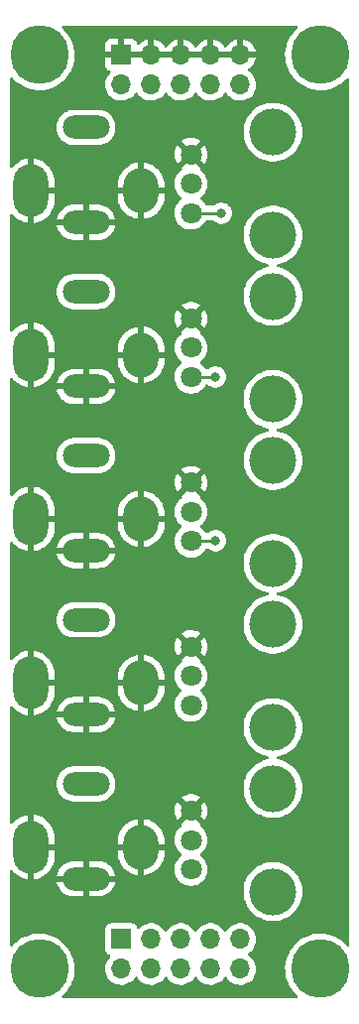
<source format=gbr>
%TF.GenerationSoftware,KiCad,Pcbnew,(6.0.1)*%
%TF.CreationDate,2022-09-28T06:53:29-04:00*%
%TF.ProjectId,SYNTH-PANEL5-01,53594e54-482d-4504-914e-454c352d3031,1*%
%TF.SameCoordinates,Original*%
%TF.FileFunction,Copper,L2,Bot*%
%TF.FilePolarity,Positive*%
%FSLAX46Y46*%
G04 Gerber Fmt 4.6, Leading zero omitted, Abs format (unit mm)*
G04 Created by KiCad (PCBNEW (6.0.1)) date 2022-09-28 06:53:29*
%MOMM*%
%LPD*%
G01*
G04 APERTURE LIST*
%TA.AperFunction,WasherPad*%
%ADD10C,4.000000*%
%TD*%
%TA.AperFunction,ComponentPad*%
%ADD11C,1.800000*%
%TD*%
%TA.AperFunction,ComponentPad*%
%ADD12O,3.000000X4.500000*%
%TD*%
%TA.AperFunction,ComponentPad*%
%ADD13O,3.000000X3.800000*%
%TD*%
%TA.AperFunction,ComponentPad*%
%ADD14O,4.000000X2.000000*%
%TD*%
%TA.AperFunction,ComponentPad*%
%ADD15C,5.000000*%
%TD*%
%TA.AperFunction,ComponentPad*%
%ADD16R,1.700000X1.700000*%
%TD*%
%TA.AperFunction,ComponentPad*%
%ADD17O,1.700000X1.700000*%
%TD*%
%TA.AperFunction,ViaPad*%
%ADD18C,0.800000*%
%TD*%
%TA.AperFunction,Conductor*%
%ADD19C,0.254000*%
%TD*%
G04 APERTURE END LIST*
D10*
%TO.P,RV5,*%
%TO.N,*%
X22950000Y-74400000D03*
X22950000Y-65600000D03*
D11*
%TO.P,RV5,1,1*%
%TO.N,/POTHI_5*%
X15950000Y-72500000D03*
%TO.P,RV5,2,2*%
%TO.N,/POTWIPER_5*%
X15950000Y-70000000D03*
%TO.P,RV5,3,3*%
%TO.N,GND*%
X15950000Y-67500000D03*
%TD*%
D10*
%TO.P,RV1,*%
%TO.N,*%
X22950000Y-18400000D03*
X22950000Y-9600000D03*
D11*
%TO.P,RV1,1,1*%
%TO.N,/POTHI_1*%
X15950000Y-16500000D03*
%TO.P,RV1,2,2*%
%TO.N,/POTWIPER_1*%
X15950000Y-14000000D03*
%TO.P,RV1,3,3*%
%TO.N,GND*%
X15950000Y-11500000D03*
%TD*%
D10*
%TO.P,RV3,*%
%TO.N,*%
X22950000Y-37600000D03*
X22950000Y-46400000D03*
D11*
%TO.P,RV3,1,1*%
%TO.N,/POTHI_3*%
X15950000Y-44500000D03*
%TO.P,RV3,2,2*%
%TO.N,/POTWIPER_3*%
X15950000Y-42000000D03*
%TO.P,RV3,3,3*%
%TO.N,GND*%
X15950000Y-39500000D03*
%TD*%
D12*
%TO.P,J5,S*%
%TO.N,GND*%
X2300000Y-70600000D03*
D13*
X11700000Y-70600000D03*
D14*
%TO.P,J5,T*%
%TO.N,/JACK_5*%
X7000000Y-65200000D03*
%TO.P,J5,TN*%
%TO.N,GND*%
X7000000Y-73300000D03*
%TD*%
D15*
%TO.P,MTG3,1*%
%TO.N,N/C*%
X3000000Y-3000000D03*
%TD*%
%TO.P,MTG2,1*%
%TO.N,N/C*%
X27000000Y-81000000D03*
%TD*%
D12*
%TO.P,J2,S*%
%TO.N,GND*%
X2300000Y-28600000D03*
D13*
X11700000Y-28600000D03*
D14*
%TO.P,J2,T*%
%TO.N,/JACK_2*%
X7000000Y-23200000D03*
%TO.P,J2,TN*%
%TO.N,GND*%
X7000000Y-31300000D03*
%TD*%
D13*
%TO.P,J1,S*%
%TO.N,GND*%
X11700000Y-14600000D03*
D12*
X2300000Y-14600000D03*
D14*
%TO.P,J1,T*%
%TO.N,/JACK_1*%
X7000000Y-9200000D03*
%TO.P,J1,TN*%
%TO.N,GND*%
X7000000Y-17300000D03*
%TD*%
D12*
%TO.P,J4,S*%
%TO.N,GND*%
X2300000Y-56600000D03*
D13*
X11700000Y-56600000D03*
D14*
%TO.P,J4,T*%
%TO.N,/JACK_4*%
X7000000Y-51200000D03*
%TO.P,J4,TN*%
%TO.N,GND*%
X7000000Y-59300000D03*
%TD*%
D10*
%TO.P,RV2,*%
%TO.N,*%
X22950000Y-32400000D03*
X22950000Y-23600000D03*
D11*
%TO.P,RV2,1,1*%
%TO.N,/POTHI_2*%
X15950000Y-30500000D03*
%TO.P,RV2,2,2*%
%TO.N,/POTWIPER_2*%
X15950000Y-28000000D03*
%TO.P,RV2,3,3*%
%TO.N,GND*%
X15950000Y-25500000D03*
%TD*%
D15*
%TO.P,MTG4,1*%
%TO.N,N/C*%
X27000000Y-3000000D03*
%TD*%
D10*
%TO.P,RV4,*%
%TO.N,*%
X22950000Y-60400000D03*
X22950000Y-51600000D03*
D11*
%TO.P,RV4,1,1*%
%TO.N,/POTHI_4*%
X15950000Y-58500000D03*
%TO.P,RV4,2,2*%
%TO.N,/POTWIPER_4*%
X15950000Y-56000000D03*
%TO.P,RV4,3,3*%
%TO.N,GND*%
X15950000Y-53500000D03*
%TD*%
D15*
%TO.P,MTG1,1*%
%TO.N,N/C*%
X3000000Y-81000000D03*
%TD*%
D13*
%TO.P,J3,S*%
%TO.N,GND*%
X11700000Y-42600000D03*
D12*
X2300000Y-42600000D03*
D14*
%TO.P,J3,T*%
%TO.N,/JACK_3*%
X7000000Y-37200000D03*
%TO.P,J3,TN*%
%TO.N,GND*%
X7000000Y-45300000D03*
%TD*%
D16*
%TO.P,J6,1,Pin_1*%
%TO.N,GND*%
X10000000Y-3000000D03*
D17*
%TO.P,J6,2,Pin_2*%
%TO.N,/JACK_1*%
X10000000Y-5540000D03*
%TO.P,J6,3,Pin_3*%
%TO.N,GND*%
X12540000Y-3000000D03*
%TO.P,J6,4,Pin_4*%
%TO.N,/JACK_2*%
X12540000Y-5540000D03*
%TO.P,J6,5,Pin_5*%
%TO.N,GND*%
X15080000Y-3000000D03*
%TO.P,J6,6,Pin_6*%
%TO.N,/JACK_3*%
X15080000Y-5540000D03*
%TO.P,J6,7,Pin_7*%
%TO.N,GND*%
X17620000Y-3000000D03*
%TO.P,J6,8,Pin_8*%
%TO.N,/JACK_4*%
X17620000Y-5540000D03*
%TO.P,J6,9,Pin_9*%
%TO.N,GND*%
X20160000Y-3000000D03*
%TO.P,J6,10,Pin_10*%
%TO.N,/JACK_5*%
X20160000Y-5540000D03*
%TD*%
D16*
%TO.P,J7,1,Pin_1*%
%TO.N,/POTWIPER_5*%
X10000000Y-78460000D03*
D17*
%TO.P,J7,2,Pin_2*%
%TO.N,/POTHI_5*%
X10000000Y-81000000D03*
%TO.P,J7,3,Pin_3*%
%TO.N,/POTWIPER_4*%
X12540000Y-78460000D03*
%TO.P,J7,4,Pin_4*%
%TO.N,/POTHI_4*%
X12540000Y-81000000D03*
%TO.P,J7,5,Pin_5*%
%TO.N,/POTWIPER_3*%
X15080000Y-78460000D03*
%TO.P,J7,6,Pin_6*%
%TO.N,/POTHI_3*%
X15080000Y-81000000D03*
%TO.P,J7,7,Pin_7*%
%TO.N,/POTWIPER_2*%
X17620000Y-78460000D03*
%TO.P,J7,8,Pin_8*%
%TO.N,/POTHI_2*%
X17620000Y-81000000D03*
%TO.P,J7,9,Pin_9*%
%TO.N,/POTWIPER_1*%
X20160000Y-78460000D03*
%TO.P,J7,10,Pin_10*%
%TO.N,/POTHI_1*%
X20160000Y-81000000D03*
%TD*%
D18*
%TO.N,/POTHI_3*%
X18054500Y-44450000D03*
%TO.N,/POTHI_2*%
X18034000Y-30480000D03*
%TO.N,/POTHI_1*%
X18542000Y-16510000D03*
%TD*%
D19*
%TO.N,/POTHI_3*%
X18054500Y-44450000D02*
X16000000Y-44450000D01*
%TO.N,/POTHI_2*%
X18034000Y-30480000D02*
X15970000Y-30480000D01*
%TO.N,/POTHI_1*%
X18532000Y-16500000D02*
X18542000Y-16510000D01*
X15950000Y-16500000D02*
X18532000Y-16500000D01*
%TD*%
%TA.AperFunction,Conductor*%
%TO.N,GND*%
G36*
X25007956Y-528002D02*
G01*
X25054449Y-581658D01*
X25064553Y-651932D01*
X25035059Y-716512D01*
X25018622Y-732328D01*
X24983509Y-760459D01*
X24739466Y-1007071D01*
X24737225Y-1009929D01*
X24680732Y-1081978D01*
X24525386Y-1280098D01*
X24523493Y-1283187D01*
X24523491Y-1283190D01*
X24477233Y-1358676D01*
X24344105Y-1575921D01*
X24342580Y-1579206D01*
X24342578Y-1579210D01*
X24265060Y-1746209D01*
X24198027Y-1890620D01*
X24154192Y-2023164D01*
X24107365Y-2164757D01*
X24089087Y-2220023D01*
X24088351Y-2223578D01*
X24088350Y-2223581D01*
X24019484Y-2556124D01*
X24018730Y-2559764D01*
X23987888Y-2905341D01*
X23987983Y-2908971D01*
X23987983Y-2908972D01*
X23990367Y-3000000D01*
X23996970Y-3252171D01*
X24045856Y-3595660D01*
X24133897Y-3931253D01*
X24259927Y-4254503D01*
X24261624Y-4257708D01*
X24395113Y-4509825D01*
X24422275Y-4561126D01*
X24424325Y-4564109D01*
X24424327Y-4564112D01*
X24616733Y-4844064D01*
X24616739Y-4844071D01*
X24618790Y-4847056D01*
X24635909Y-4866680D01*
X24817025Y-5074297D01*
X24846866Y-5108505D01*
X24849551Y-5110948D01*
X25070881Y-5312342D01*
X25103481Y-5342006D01*
X25385233Y-5544466D01*
X25688388Y-5713200D01*
X26008928Y-5845972D01*
X26012422Y-5846967D01*
X26012424Y-5846968D01*
X26339103Y-5940025D01*
X26339108Y-5940026D01*
X26342604Y-5941022D01*
X26539304Y-5973233D01*
X26681412Y-5996504D01*
X26681419Y-5996505D01*
X26684993Y-5997090D01*
X26858276Y-6005262D01*
X27027931Y-6013263D01*
X27027932Y-6013263D01*
X27031558Y-6013434D01*
X27040415Y-6012830D01*
X27374073Y-5990084D01*
X27374081Y-5990083D01*
X27377704Y-5989836D01*
X27381279Y-5989173D01*
X27381282Y-5989173D01*
X27715279Y-5927270D01*
X27715283Y-5927269D01*
X27718844Y-5926609D01*
X28050456Y-5824592D01*
X28368145Y-5685136D01*
X28612511Y-5542341D01*
X28664560Y-5511926D01*
X28664562Y-5511925D01*
X28667700Y-5510091D01*
X28679060Y-5501562D01*
X28942244Y-5303958D01*
X28942248Y-5303955D01*
X28945151Y-5301775D01*
X29196819Y-5062950D01*
X29269337Y-4976220D01*
X29328378Y-4936791D01*
X29399364Y-4935541D01*
X29459757Y-4972867D01*
X29490382Y-5036918D01*
X29492000Y-5057043D01*
X29492000Y-78941293D01*
X29471998Y-79009414D01*
X29418342Y-79055907D01*
X29348068Y-79066011D01*
X29283488Y-79036517D01*
X29273713Y-79027077D01*
X29085842Y-78824904D01*
X28822019Y-78599578D01*
X28534047Y-78406069D01*
X28225741Y-78246940D01*
X27901189Y-78124302D01*
X27897668Y-78123418D01*
X27897663Y-78123416D01*
X27736378Y-78082904D01*
X27564692Y-78039780D01*
X27542476Y-78036855D01*
X27224315Y-77994968D01*
X27224307Y-77994967D01*
X27220711Y-77994494D01*
X27076045Y-77992221D01*
X26877446Y-77989101D01*
X26877442Y-77989101D01*
X26873804Y-77989044D01*
X26870190Y-77989405D01*
X26870184Y-77989405D01*
X26626843Y-78013694D01*
X26528569Y-78023503D01*
X26189583Y-78097414D01*
X26186156Y-78098587D01*
X26186150Y-78098589D01*
X26107296Y-78125587D01*
X25861339Y-78209797D01*
X25548188Y-78359163D01*
X25254279Y-78543532D01*
X25251443Y-78545804D01*
X25251436Y-78545809D01*
X25007384Y-78741332D01*
X24983509Y-78760459D01*
X24980958Y-78763037D01*
X24784255Y-78961811D01*
X24739466Y-79007071D01*
X24737225Y-79009929D01*
X24680732Y-79081978D01*
X24525386Y-79280098D01*
X24523493Y-79283187D01*
X24523491Y-79283190D01*
X24477698Y-79357918D01*
X24344105Y-79575921D01*
X24342580Y-79579206D01*
X24342578Y-79579210D01*
X24271750Y-79731797D01*
X24198027Y-79890620D01*
X24167021Y-79984373D01*
X24113435Y-80146403D01*
X24089087Y-80220023D01*
X24088351Y-80223578D01*
X24088350Y-80223581D01*
X24059977Y-80360590D01*
X24018730Y-80559764D01*
X23987888Y-80905341D01*
X23987983Y-80908971D01*
X23987983Y-80908972D01*
X23995394Y-81192004D01*
X23996970Y-81252171D01*
X24045856Y-81595660D01*
X24133897Y-81931253D01*
X24259927Y-82254503D01*
X24261624Y-82257708D01*
X24395113Y-82509825D01*
X24422275Y-82561126D01*
X24424325Y-82564109D01*
X24424327Y-82564112D01*
X24616733Y-82844064D01*
X24616739Y-82844071D01*
X24618790Y-82847056D01*
X24846866Y-83108505D01*
X24849551Y-83110948D01*
X25027431Y-83272806D01*
X25064354Y-83333447D01*
X25062631Y-83404422D01*
X25022809Y-83463199D01*
X24957531Y-83491116D01*
X24942632Y-83492000D01*
X5060517Y-83492000D01*
X4992396Y-83471998D01*
X4945903Y-83418342D01*
X4935799Y-83348068D01*
X4965293Y-83283488D01*
X4973784Y-83274603D01*
X5194180Y-83065454D01*
X5196819Y-83062950D01*
X5419370Y-82796783D01*
X5609853Y-82506799D01*
X5708801Y-82310062D01*
X5764117Y-82200080D01*
X5764120Y-82200072D01*
X5765744Y-82196844D01*
X5776339Y-82167892D01*
X5883729Y-81874437D01*
X5883730Y-81874433D01*
X5884977Y-81871026D01*
X5885822Y-81867504D01*
X5885825Y-81867496D01*
X5965124Y-81537191D01*
X5965125Y-81537187D01*
X5965971Y-81533662D01*
X5969264Y-81506453D01*
X6007316Y-81192004D01*
X6007316Y-81191997D01*
X6007652Y-81189225D01*
X6011612Y-81063240D01*
X6013511Y-81002797D01*
X6013599Y-81000000D01*
X6011679Y-80966695D01*
X8637251Y-80966695D01*
X8637548Y-80971848D01*
X8637548Y-80971851D01*
X8643011Y-81066590D01*
X8650110Y-81189715D01*
X8651247Y-81194761D01*
X8651248Y-81194767D01*
X8671119Y-81282939D01*
X8699222Y-81407639D01*
X8783266Y-81614616D01*
X8834019Y-81697438D01*
X8897291Y-81800688D01*
X8899987Y-81805088D01*
X9046250Y-81973938D01*
X9218126Y-82116632D01*
X9411000Y-82229338D01*
X9619692Y-82309030D01*
X9624760Y-82310061D01*
X9624763Y-82310062D01*
X9732017Y-82331883D01*
X9838597Y-82353567D01*
X9843772Y-82353757D01*
X9843774Y-82353757D01*
X10056673Y-82361564D01*
X10056677Y-82361564D01*
X10061837Y-82361753D01*
X10066957Y-82361097D01*
X10066959Y-82361097D01*
X10278288Y-82334025D01*
X10278289Y-82334025D01*
X10283416Y-82333368D01*
X10288366Y-82331883D01*
X10492429Y-82270661D01*
X10492434Y-82270659D01*
X10497384Y-82269174D01*
X10697994Y-82170896D01*
X10879860Y-82041173D01*
X11038096Y-81883489D01*
X11044601Y-81874437D01*
X11168453Y-81702077D01*
X11169776Y-81703028D01*
X11216645Y-81659857D01*
X11286580Y-81647625D01*
X11352026Y-81675144D01*
X11379875Y-81706994D01*
X11439987Y-81805088D01*
X11586250Y-81973938D01*
X11758126Y-82116632D01*
X11951000Y-82229338D01*
X12159692Y-82309030D01*
X12164760Y-82310061D01*
X12164763Y-82310062D01*
X12272017Y-82331883D01*
X12378597Y-82353567D01*
X12383772Y-82353757D01*
X12383774Y-82353757D01*
X12596673Y-82361564D01*
X12596677Y-82361564D01*
X12601837Y-82361753D01*
X12606957Y-82361097D01*
X12606959Y-82361097D01*
X12818288Y-82334025D01*
X12818289Y-82334025D01*
X12823416Y-82333368D01*
X12828366Y-82331883D01*
X13032429Y-82270661D01*
X13032434Y-82270659D01*
X13037384Y-82269174D01*
X13237994Y-82170896D01*
X13419860Y-82041173D01*
X13578096Y-81883489D01*
X13584601Y-81874437D01*
X13708453Y-81702077D01*
X13709776Y-81703028D01*
X13756645Y-81659857D01*
X13826580Y-81647625D01*
X13892026Y-81675144D01*
X13919875Y-81706994D01*
X13979987Y-81805088D01*
X14126250Y-81973938D01*
X14298126Y-82116632D01*
X14491000Y-82229338D01*
X14699692Y-82309030D01*
X14704760Y-82310061D01*
X14704763Y-82310062D01*
X14812017Y-82331883D01*
X14918597Y-82353567D01*
X14923772Y-82353757D01*
X14923774Y-82353757D01*
X15136673Y-82361564D01*
X15136677Y-82361564D01*
X15141837Y-82361753D01*
X15146957Y-82361097D01*
X15146959Y-82361097D01*
X15358288Y-82334025D01*
X15358289Y-82334025D01*
X15363416Y-82333368D01*
X15368366Y-82331883D01*
X15572429Y-82270661D01*
X15572434Y-82270659D01*
X15577384Y-82269174D01*
X15777994Y-82170896D01*
X15959860Y-82041173D01*
X16118096Y-81883489D01*
X16124601Y-81874437D01*
X16248453Y-81702077D01*
X16249776Y-81703028D01*
X16296645Y-81659857D01*
X16366580Y-81647625D01*
X16432026Y-81675144D01*
X16459875Y-81706994D01*
X16519987Y-81805088D01*
X16666250Y-81973938D01*
X16838126Y-82116632D01*
X17031000Y-82229338D01*
X17239692Y-82309030D01*
X17244760Y-82310061D01*
X17244763Y-82310062D01*
X17352017Y-82331883D01*
X17458597Y-82353567D01*
X17463772Y-82353757D01*
X17463774Y-82353757D01*
X17676673Y-82361564D01*
X17676677Y-82361564D01*
X17681837Y-82361753D01*
X17686957Y-82361097D01*
X17686959Y-82361097D01*
X17898288Y-82334025D01*
X17898289Y-82334025D01*
X17903416Y-82333368D01*
X17908366Y-82331883D01*
X18112429Y-82270661D01*
X18112434Y-82270659D01*
X18117384Y-82269174D01*
X18317994Y-82170896D01*
X18499860Y-82041173D01*
X18658096Y-81883489D01*
X18664601Y-81874437D01*
X18788453Y-81702077D01*
X18789776Y-81703028D01*
X18836645Y-81659857D01*
X18906580Y-81647625D01*
X18972026Y-81675144D01*
X18999875Y-81706994D01*
X19059987Y-81805088D01*
X19206250Y-81973938D01*
X19378126Y-82116632D01*
X19571000Y-82229338D01*
X19779692Y-82309030D01*
X19784760Y-82310061D01*
X19784763Y-82310062D01*
X19892017Y-82331883D01*
X19998597Y-82353567D01*
X20003772Y-82353757D01*
X20003774Y-82353757D01*
X20216673Y-82361564D01*
X20216677Y-82361564D01*
X20221837Y-82361753D01*
X20226957Y-82361097D01*
X20226959Y-82361097D01*
X20438288Y-82334025D01*
X20438289Y-82334025D01*
X20443416Y-82333368D01*
X20448366Y-82331883D01*
X20652429Y-82270661D01*
X20652434Y-82270659D01*
X20657384Y-82269174D01*
X20857994Y-82170896D01*
X21039860Y-82041173D01*
X21198096Y-81883489D01*
X21204601Y-81874437D01*
X21325435Y-81706277D01*
X21328453Y-81702077D01*
X21349320Y-81659857D01*
X21425136Y-81506453D01*
X21425137Y-81506451D01*
X21427430Y-81501811D01*
X21492370Y-81288069D01*
X21521529Y-81066590D01*
X21523156Y-81000000D01*
X21504852Y-80777361D01*
X21450431Y-80560702D01*
X21361354Y-80355840D01*
X21273490Y-80220023D01*
X21242822Y-80172617D01*
X21242820Y-80172614D01*
X21240014Y-80168277D01*
X21089670Y-80003051D01*
X21085619Y-79999852D01*
X21085615Y-79999848D01*
X20918414Y-79867800D01*
X20918410Y-79867798D01*
X20914359Y-79864598D01*
X20873053Y-79841796D01*
X20823084Y-79791364D01*
X20808312Y-79721921D01*
X20833428Y-79655516D01*
X20860780Y-79628909D01*
X20904603Y-79597650D01*
X21039860Y-79501173D01*
X21198096Y-79343489D01*
X21328453Y-79162077D01*
X21349320Y-79119857D01*
X21425136Y-78966453D01*
X21425137Y-78966451D01*
X21427430Y-78961811D01*
X21492370Y-78748069D01*
X21521529Y-78526590D01*
X21523156Y-78460000D01*
X21504852Y-78237361D01*
X21450431Y-78020702D01*
X21361354Y-77815840D01*
X21240014Y-77628277D01*
X21089670Y-77463051D01*
X21085619Y-77459852D01*
X21085615Y-77459848D01*
X20918414Y-77327800D01*
X20918410Y-77327798D01*
X20914359Y-77324598D01*
X20718789Y-77216638D01*
X20713920Y-77214914D01*
X20713916Y-77214912D01*
X20513087Y-77143795D01*
X20513083Y-77143794D01*
X20508212Y-77142069D01*
X20503119Y-77141162D01*
X20503116Y-77141161D01*
X20293373Y-77103800D01*
X20293367Y-77103799D01*
X20288284Y-77102894D01*
X20214452Y-77101992D01*
X20070081Y-77100228D01*
X20070079Y-77100228D01*
X20064911Y-77100165D01*
X19844091Y-77133955D01*
X19631756Y-77203357D01*
X19433607Y-77306507D01*
X19429474Y-77309610D01*
X19429471Y-77309612D01*
X19259100Y-77437530D01*
X19254965Y-77440635D01*
X19251393Y-77444373D01*
X19143729Y-77557037D01*
X19100629Y-77602138D01*
X18993201Y-77759621D01*
X18938293Y-77804621D01*
X18867768Y-77812792D01*
X18804021Y-77781538D01*
X18783324Y-77757054D01*
X18702822Y-77632617D01*
X18702820Y-77632614D01*
X18700014Y-77628277D01*
X18549670Y-77463051D01*
X18545619Y-77459852D01*
X18545615Y-77459848D01*
X18378414Y-77327800D01*
X18378410Y-77327798D01*
X18374359Y-77324598D01*
X18178789Y-77216638D01*
X18173920Y-77214914D01*
X18173916Y-77214912D01*
X17973087Y-77143795D01*
X17973083Y-77143794D01*
X17968212Y-77142069D01*
X17963119Y-77141162D01*
X17963116Y-77141161D01*
X17753373Y-77103800D01*
X17753367Y-77103799D01*
X17748284Y-77102894D01*
X17674452Y-77101992D01*
X17530081Y-77100228D01*
X17530079Y-77100228D01*
X17524911Y-77100165D01*
X17304091Y-77133955D01*
X17091756Y-77203357D01*
X16893607Y-77306507D01*
X16889474Y-77309610D01*
X16889471Y-77309612D01*
X16719100Y-77437530D01*
X16714965Y-77440635D01*
X16711393Y-77444373D01*
X16603729Y-77557037D01*
X16560629Y-77602138D01*
X16453201Y-77759621D01*
X16398293Y-77804621D01*
X16327768Y-77812792D01*
X16264021Y-77781538D01*
X16243324Y-77757054D01*
X16162822Y-77632617D01*
X16162820Y-77632614D01*
X16160014Y-77628277D01*
X16009670Y-77463051D01*
X16005619Y-77459852D01*
X16005615Y-77459848D01*
X15838414Y-77327800D01*
X15838410Y-77327798D01*
X15834359Y-77324598D01*
X15638789Y-77216638D01*
X15633920Y-77214914D01*
X15633916Y-77214912D01*
X15433087Y-77143795D01*
X15433083Y-77143794D01*
X15428212Y-77142069D01*
X15423119Y-77141162D01*
X15423116Y-77141161D01*
X15213373Y-77103800D01*
X15213367Y-77103799D01*
X15208284Y-77102894D01*
X15134452Y-77101992D01*
X14990081Y-77100228D01*
X14990079Y-77100228D01*
X14984911Y-77100165D01*
X14764091Y-77133955D01*
X14551756Y-77203357D01*
X14353607Y-77306507D01*
X14349474Y-77309610D01*
X14349471Y-77309612D01*
X14179100Y-77437530D01*
X14174965Y-77440635D01*
X14171393Y-77444373D01*
X14063729Y-77557037D01*
X14020629Y-77602138D01*
X13913201Y-77759621D01*
X13858293Y-77804621D01*
X13787768Y-77812792D01*
X13724021Y-77781538D01*
X13703324Y-77757054D01*
X13622822Y-77632617D01*
X13622820Y-77632614D01*
X13620014Y-77628277D01*
X13469670Y-77463051D01*
X13465619Y-77459852D01*
X13465615Y-77459848D01*
X13298414Y-77327800D01*
X13298410Y-77327798D01*
X13294359Y-77324598D01*
X13098789Y-77216638D01*
X13093920Y-77214914D01*
X13093916Y-77214912D01*
X12893087Y-77143795D01*
X12893083Y-77143794D01*
X12888212Y-77142069D01*
X12883119Y-77141162D01*
X12883116Y-77141161D01*
X12673373Y-77103800D01*
X12673367Y-77103799D01*
X12668284Y-77102894D01*
X12594452Y-77101992D01*
X12450081Y-77100228D01*
X12450079Y-77100228D01*
X12444911Y-77100165D01*
X12224091Y-77133955D01*
X12011756Y-77203357D01*
X11813607Y-77306507D01*
X11809474Y-77309610D01*
X11809471Y-77309612D01*
X11639100Y-77437530D01*
X11634965Y-77440635D01*
X11578537Y-77499684D01*
X11554283Y-77525064D01*
X11492759Y-77560494D01*
X11421846Y-77557037D01*
X11364060Y-77515791D01*
X11345207Y-77482243D01*
X11303767Y-77371703D01*
X11300615Y-77363295D01*
X11213261Y-77246739D01*
X11096705Y-77159385D01*
X10960316Y-77108255D01*
X10898134Y-77101500D01*
X9101866Y-77101500D01*
X9039684Y-77108255D01*
X8903295Y-77159385D01*
X8786739Y-77246739D01*
X8699385Y-77363295D01*
X8648255Y-77499684D01*
X8641500Y-77561866D01*
X8641500Y-79358134D01*
X8648255Y-79420316D01*
X8699385Y-79556705D01*
X8786739Y-79673261D01*
X8903295Y-79760615D01*
X8911704Y-79763767D01*
X8911705Y-79763768D01*
X9020451Y-79804535D01*
X9077216Y-79847176D01*
X9101916Y-79913738D01*
X9086709Y-79983087D01*
X9067316Y-80009568D01*
X8940629Y-80142138D01*
X8814743Y-80326680D01*
X8720688Y-80529305D01*
X8660989Y-80744570D01*
X8637251Y-80966695D01*
X6011679Y-80966695D01*
X6011383Y-80961562D01*
X5993836Y-80657246D01*
X5993835Y-80657241D01*
X5993627Y-80653626D01*
X5976626Y-80556214D01*
X5934600Y-80315415D01*
X5934598Y-80315408D01*
X5933976Y-80311842D01*
X5835437Y-79979180D01*
X5779133Y-79847176D01*
X5700740Y-79663386D01*
X5700738Y-79663383D01*
X5699316Y-79660048D01*
X5649852Y-79573327D01*
X5529208Y-79361816D01*
X5527417Y-79358676D01*
X5322018Y-79079060D01*
X5317889Y-79074616D01*
X5088309Y-78827559D01*
X5085842Y-78824904D01*
X4822019Y-78599578D01*
X4534047Y-78406069D01*
X4225741Y-78246940D01*
X3901189Y-78124302D01*
X3897668Y-78123418D01*
X3897663Y-78123416D01*
X3736378Y-78082904D01*
X3564692Y-78039780D01*
X3542476Y-78036855D01*
X3224315Y-77994968D01*
X3224307Y-77994967D01*
X3220711Y-77994494D01*
X3076045Y-77992221D01*
X2877446Y-77989101D01*
X2877442Y-77989101D01*
X2873804Y-77989044D01*
X2870190Y-77989405D01*
X2870184Y-77989405D01*
X2626843Y-78013694D01*
X2528569Y-78023503D01*
X2189583Y-78097414D01*
X2186156Y-78098587D01*
X2186150Y-78098589D01*
X2107296Y-78125587D01*
X1861339Y-78209797D01*
X1548188Y-78359163D01*
X1254279Y-78543532D01*
X1251443Y-78545804D01*
X1251436Y-78545809D01*
X1007384Y-78741332D01*
X983509Y-78760459D01*
X980958Y-78763037D01*
X784255Y-78961811D01*
X739466Y-79007071D01*
X737225Y-79009929D01*
X733154Y-79015121D01*
X675381Y-79056386D01*
X604469Y-79059866D01*
X542934Y-79024455D01*
X510311Y-78961397D01*
X508000Y-78937375D01*
X508000Y-73571114D01*
X4513275Y-73571114D01*
X4515325Y-73588830D01*
X4517285Y-73598727D01*
X4580604Y-73822494D01*
X4584116Y-73831938D01*
X4682399Y-74042705D01*
X4687378Y-74051471D01*
X4818087Y-74243802D01*
X4824419Y-74251677D01*
X4984186Y-74420626D01*
X4991695Y-74427387D01*
X5176426Y-74568625D01*
X5184905Y-74574089D01*
X5389847Y-74683978D01*
X5399099Y-74688020D01*
X5618971Y-74763727D01*
X5628743Y-74766236D01*
X5858971Y-74806004D01*
X5866843Y-74806859D01*
X5890551Y-74807936D01*
X5893384Y-74808000D01*
X6727885Y-74808000D01*
X6743124Y-74803525D01*
X6744329Y-74802135D01*
X6746000Y-74794452D01*
X6746000Y-74789885D01*
X7254000Y-74789885D01*
X7258475Y-74805124D01*
X7259865Y-74806329D01*
X7267548Y-74808000D01*
X8058456Y-74808000D01*
X8063488Y-74807798D01*
X8236843Y-74793850D01*
X8246796Y-74792238D01*
X8472633Y-74736767D01*
X8482203Y-74733584D01*
X8696265Y-74642720D01*
X8705207Y-74638045D01*
X8901987Y-74514126D01*
X8910060Y-74508086D01*
X9032660Y-74400000D01*
X20436540Y-74400000D01*
X20456359Y-74715020D01*
X20515505Y-75025072D01*
X20613044Y-75325266D01*
X20614731Y-75328852D01*
X20614733Y-75328856D01*
X20745750Y-75607283D01*
X20745754Y-75607290D01*
X20747438Y-75610869D01*
X20916568Y-75877375D01*
X21117767Y-76120582D01*
X21347860Y-76336654D01*
X21603221Y-76522184D01*
X21879821Y-76674247D01*
X21883490Y-76675700D01*
X21883495Y-76675702D01*
X22169628Y-76788990D01*
X22173298Y-76790443D01*
X22479025Y-76868940D01*
X22792179Y-76908500D01*
X23107821Y-76908500D01*
X23420975Y-76868940D01*
X23726702Y-76790443D01*
X23730372Y-76788990D01*
X24016505Y-76675702D01*
X24016510Y-76675700D01*
X24020179Y-76674247D01*
X24296779Y-76522184D01*
X24552140Y-76336654D01*
X24782233Y-76120582D01*
X24983432Y-75877375D01*
X25152562Y-75610869D01*
X25154246Y-75607290D01*
X25154250Y-75607283D01*
X25285267Y-75328856D01*
X25285269Y-75328852D01*
X25286956Y-75325266D01*
X25384495Y-75025072D01*
X25443641Y-74715020D01*
X25463460Y-74400000D01*
X25443641Y-74084980D01*
X25384495Y-73774928D01*
X25299417Y-73513086D01*
X25288182Y-73478507D01*
X25288182Y-73478506D01*
X25286956Y-73474734D01*
X25261037Y-73419653D01*
X25154250Y-73192717D01*
X25154246Y-73192710D01*
X25152562Y-73189131D01*
X24983432Y-72922625D01*
X24836412Y-72744909D01*
X24784758Y-72682470D01*
X24784757Y-72682469D01*
X24782233Y-72679418D01*
X24768013Y-72666064D01*
X24740586Y-72640309D01*
X24552140Y-72463346D01*
X24296779Y-72277816D01*
X24290417Y-72274318D01*
X24023648Y-72127660D01*
X24023647Y-72127659D01*
X24020179Y-72125753D01*
X24016510Y-72124300D01*
X24016505Y-72124298D01*
X23730372Y-72011010D01*
X23730371Y-72011010D01*
X23726702Y-72009557D01*
X23420975Y-71931060D01*
X23107821Y-71891500D01*
X22792179Y-71891500D01*
X22479025Y-71931060D01*
X22173298Y-72009557D01*
X22169629Y-72011010D01*
X22169628Y-72011010D01*
X21883495Y-72124298D01*
X21883490Y-72124300D01*
X21879821Y-72125753D01*
X21876353Y-72127659D01*
X21876352Y-72127660D01*
X21609584Y-72274318D01*
X21603221Y-72277816D01*
X21347860Y-72463346D01*
X21159414Y-72640309D01*
X21131988Y-72666064D01*
X21117767Y-72679418D01*
X21115243Y-72682469D01*
X21115242Y-72682470D01*
X21063588Y-72744909D01*
X20916568Y-72922625D01*
X20747438Y-73189131D01*
X20745754Y-73192710D01*
X20745750Y-73192717D01*
X20638963Y-73419653D01*
X20613044Y-73474734D01*
X20611818Y-73478506D01*
X20611818Y-73478507D01*
X20600583Y-73513086D01*
X20515505Y-73774928D01*
X20456359Y-74084980D01*
X20436540Y-74400000D01*
X9032660Y-74400000D01*
X9084500Y-74354297D01*
X9091504Y-74347044D01*
X9239110Y-74167346D01*
X9244866Y-74159064D01*
X9361841Y-73958081D01*
X9366203Y-73948976D01*
X9449537Y-73731885D01*
X9452388Y-73722196D01*
X9483821Y-73571736D01*
X9482698Y-73557675D01*
X9472590Y-73554000D01*
X7272115Y-73554000D01*
X7256876Y-73558475D01*
X7255671Y-73559865D01*
X7254000Y-73567548D01*
X7254000Y-74789885D01*
X6746000Y-74789885D01*
X6746000Y-73572115D01*
X6741525Y-73556876D01*
X6740135Y-73555671D01*
X6732452Y-73554000D01*
X4529410Y-73554000D01*
X4515324Y-73558136D01*
X4513275Y-73571114D01*
X508000Y-73571114D01*
X508000Y-72687524D01*
X528002Y-72619403D01*
X581658Y-72572910D01*
X651932Y-72562806D01*
X716512Y-72592300D01*
X735937Y-72613464D01*
X755441Y-72640309D01*
X761085Y-72647036D01*
X950051Y-72842716D01*
X956573Y-72848588D01*
X1170933Y-73016064D01*
X1178207Y-73020970D01*
X1413789Y-73156984D01*
X1421681Y-73160833D01*
X1673896Y-73262735D01*
X1682254Y-73265451D01*
X1946192Y-73331257D01*
X1954837Y-73332782D01*
X2027985Y-73340470D01*
X2042635Y-73337791D01*
X2045835Y-73326074D01*
X2554000Y-73326074D01*
X2557779Y-73338943D01*
X2572845Y-73340866D01*
X2782642Y-73303873D01*
X2791143Y-73301754D01*
X3049858Y-73217692D01*
X3058005Y-73214401D01*
X3302499Y-73095152D01*
X3310096Y-73090767D01*
X3402760Y-73028264D01*
X4516179Y-73028264D01*
X4517302Y-73042325D01*
X4527410Y-73046000D01*
X6727885Y-73046000D01*
X6743124Y-73041525D01*
X6744329Y-73040135D01*
X6746000Y-73032452D01*
X6746000Y-73027885D01*
X7254000Y-73027885D01*
X7258475Y-73043124D01*
X7259865Y-73044329D01*
X7267548Y-73046000D01*
X9470590Y-73046000D01*
X9484676Y-73041864D01*
X9486725Y-73028886D01*
X9484675Y-73011170D01*
X9482715Y-73001273D01*
X9419396Y-72777506D01*
X9415883Y-72768061D01*
X9317601Y-72557295D01*
X9312622Y-72548529D01*
X9181913Y-72356198D01*
X9175581Y-72348323D01*
X9015814Y-72179374D01*
X9008305Y-72172613D01*
X8823574Y-72031375D01*
X8815095Y-72025911D01*
X8610153Y-71916022D01*
X8600901Y-71911980D01*
X8381029Y-71836273D01*
X8371257Y-71833764D01*
X8141029Y-71793996D01*
X8133157Y-71793141D01*
X8109449Y-71792064D01*
X8106616Y-71792000D01*
X7272115Y-71792000D01*
X7256876Y-71796475D01*
X7255671Y-71797865D01*
X7254000Y-71805548D01*
X7254000Y-73027885D01*
X6746000Y-73027885D01*
X6746000Y-71810115D01*
X6741525Y-71794876D01*
X6740135Y-71793671D01*
X6732452Y-71792000D01*
X5941544Y-71792000D01*
X5936512Y-71792202D01*
X5763157Y-71806150D01*
X5753204Y-71807762D01*
X5527367Y-71863233D01*
X5517797Y-71866416D01*
X5303735Y-71957280D01*
X5294793Y-71961955D01*
X5098013Y-72085874D01*
X5089940Y-72091914D01*
X4915500Y-72245703D01*
X4908496Y-72252956D01*
X4760890Y-72432654D01*
X4755134Y-72440936D01*
X4638159Y-72641919D01*
X4633797Y-72651024D01*
X4550463Y-72868115D01*
X4547612Y-72877804D01*
X4516179Y-73028264D01*
X3402760Y-73028264D01*
X3535621Y-72938648D01*
X3542538Y-72933244D01*
X3744691Y-72751224D01*
X3750790Y-72744909D01*
X3925642Y-72536529D01*
X3930804Y-72529424D01*
X4074961Y-72298725D01*
X4079073Y-72290991D01*
X4189723Y-72042467D01*
X4192722Y-72034226D01*
X4267704Y-71772733D01*
X4269528Y-71764153D01*
X4307388Y-71494765D01*
X4308000Y-71486016D01*
X4308000Y-71067923D01*
X9692000Y-71067923D01*
X9692153Y-71072308D01*
X9706379Y-71275757D01*
X9707599Y-71284438D01*
X9764159Y-71550530D01*
X9766578Y-71558967D01*
X9859617Y-71814587D01*
X9863186Y-71822603D01*
X9990895Y-72062790D01*
X9995549Y-72070238D01*
X10155438Y-72290306D01*
X10161085Y-72297036D01*
X10350051Y-72492716D01*
X10356573Y-72498588D01*
X10570933Y-72666064D01*
X10578207Y-72670970D01*
X10813789Y-72806984D01*
X10821681Y-72810833D01*
X11073896Y-72912735D01*
X11082254Y-72915451D01*
X11346192Y-72981257D01*
X11354837Y-72982782D01*
X11427985Y-72990470D01*
X11442635Y-72987791D01*
X11445835Y-72976074D01*
X11954000Y-72976074D01*
X11957779Y-72988943D01*
X11972845Y-72990866D01*
X12182642Y-72953873D01*
X12191143Y-72951754D01*
X12449858Y-72867692D01*
X12458005Y-72864401D01*
X12702499Y-72745152D01*
X12710096Y-72740767D01*
X12935621Y-72588648D01*
X12942538Y-72583244D01*
X13073340Y-72465469D01*
X14537095Y-72465469D01*
X14537392Y-72470622D01*
X14537392Y-72470625D01*
X14544197Y-72588648D01*
X14550427Y-72696697D01*
X14551564Y-72701743D01*
X14551565Y-72701749D01*
X14575281Y-72806984D01*
X14601346Y-72922642D01*
X14603288Y-72927424D01*
X14603289Y-72927428D01*
X14650758Y-73044329D01*
X14688484Y-73137237D01*
X14809501Y-73334719D01*
X14961147Y-73509784D01*
X15139349Y-73657730D01*
X15339322Y-73774584D01*
X15555694Y-73857209D01*
X15560760Y-73858240D01*
X15560761Y-73858240D01*
X15613846Y-73869040D01*
X15782656Y-73903385D01*
X15913324Y-73908176D01*
X16008949Y-73911683D01*
X16008953Y-73911683D01*
X16014113Y-73911872D01*
X16019233Y-73911216D01*
X16019235Y-73911216D01*
X16092270Y-73901860D01*
X16243847Y-73882442D01*
X16248795Y-73880957D01*
X16248802Y-73880956D01*
X16460747Y-73817369D01*
X16465690Y-73815886D01*
X16549296Y-73774928D01*
X16669049Y-73716262D01*
X16669052Y-73716260D01*
X16673684Y-73713991D01*
X16862243Y-73579494D01*
X17026303Y-73416005D01*
X17161458Y-73227917D01*
X17166512Y-73217692D01*
X17261784Y-73024922D01*
X17261785Y-73024920D01*
X17264078Y-73020280D01*
X17331408Y-72798671D01*
X17361640Y-72569041D01*
X17362141Y-72548529D01*
X17363245Y-72503365D01*
X17363245Y-72503361D01*
X17363327Y-72500000D01*
X17354687Y-72394909D01*
X17344773Y-72274318D01*
X17344772Y-72274312D01*
X17344349Y-72269167D01*
X17287925Y-72044533D01*
X17285866Y-72039797D01*
X17197630Y-71836868D01*
X17197628Y-71836865D01*
X17195570Y-71832131D01*
X17069764Y-71637665D01*
X16913887Y-71466358D01*
X16909836Y-71463159D01*
X16909832Y-71463155D01*
X16763690Y-71347740D01*
X16722627Y-71289823D01*
X16719395Y-71218900D01*
X16755020Y-71157489D01*
X16768613Y-71146279D01*
X16770736Y-71144765D01*
X16862243Y-71079494D01*
X17026303Y-70916005D01*
X17161458Y-70727917D01*
X17208641Y-70632450D01*
X17261784Y-70524922D01*
X17261785Y-70524920D01*
X17264078Y-70520280D01*
X17331408Y-70298671D01*
X17361640Y-70069041D01*
X17361764Y-70063984D01*
X17363245Y-70003365D01*
X17363245Y-70003361D01*
X17363327Y-70000000D01*
X17356385Y-69915562D01*
X17344773Y-69774318D01*
X17344772Y-69774312D01*
X17344349Y-69769167D01*
X17287925Y-69544533D01*
X17285866Y-69539797D01*
X17197630Y-69336868D01*
X17197628Y-69336865D01*
X17195570Y-69332131D01*
X17069764Y-69137665D01*
X16913887Y-68966358D01*
X16909836Y-68963159D01*
X16909832Y-68963155D01*
X16758295Y-68843479D01*
X16717232Y-68785562D01*
X16714000Y-68714639D01*
X16737282Y-68666788D01*
X16743496Y-68658873D01*
X16736510Y-68645721D01*
X15962811Y-67872021D01*
X15948868Y-67864408D01*
X15947034Y-67864539D01*
X15940420Y-67868790D01*
X15160180Y-68649031D01*
X15153423Y-68661405D01*
X15162016Y-68672884D01*
X15186827Y-68739404D01*
X15171736Y-68808779D01*
X15136801Y-68849154D01*
X15056170Y-68909694D01*
X15011655Y-68943117D01*
X14851639Y-69110564D01*
X14848725Y-69114836D01*
X14848724Y-69114837D01*
X14833462Y-69137210D01*
X14721119Y-69301899D01*
X14623602Y-69511981D01*
X14561707Y-69735169D01*
X14537095Y-69965469D01*
X14537392Y-69970622D01*
X14537392Y-69970625D01*
X14543067Y-70069041D01*
X14550427Y-70196697D01*
X14551564Y-70201743D01*
X14551565Y-70201749D01*
X14581021Y-70332452D01*
X14601346Y-70422642D01*
X14603288Y-70427424D01*
X14603289Y-70427428D01*
X14686540Y-70632450D01*
X14688484Y-70637237D01*
X14809501Y-70834719D01*
X14961147Y-71009784D01*
X15123733Y-71144765D01*
X15136462Y-71155333D01*
X15176097Y-71214235D01*
X15177595Y-71285216D01*
X15140481Y-71345739D01*
X15131630Y-71353037D01*
X15011655Y-71443117D01*
X14851639Y-71610564D01*
X14848725Y-71614836D01*
X14848724Y-71614837D01*
X14775348Y-71722402D01*
X14721119Y-71801899D01*
X14623602Y-72011981D01*
X14561707Y-72235169D01*
X14537095Y-72465469D01*
X13073340Y-72465469D01*
X13144691Y-72401224D01*
X13150790Y-72394909D01*
X13325642Y-72186529D01*
X13330804Y-72179424D01*
X13474961Y-71948725D01*
X13479073Y-71940991D01*
X13589723Y-71692467D01*
X13592722Y-71684226D01*
X13667704Y-71422733D01*
X13669528Y-71414153D01*
X13707388Y-71144765D01*
X13708000Y-71136016D01*
X13708000Y-70872115D01*
X13703525Y-70856876D01*
X13702135Y-70855671D01*
X13694452Y-70854000D01*
X11972115Y-70854000D01*
X11956876Y-70858475D01*
X11955671Y-70859865D01*
X11954000Y-70867548D01*
X11954000Y-72976074D01*
X11445835Y-72976074D01*
X11446000Y-72975470D01*
X11446000Y-70872115D01*
X11441525Y-70856876D01*
X11440135Y-70855671D01*
X11432452Y-70854000D01*
X9710115Y-70854000D01*
X9694876Y-70858475D01*
X9693671Y-70859865D01*
X9692000Y-70867548D01*
X9692000Y-71067923D01*
X4308000Y-71067923D01*
X4308000Y-70872115D01*
X4303525Y-70856876D01*
X4302135Y-70855671D01*
X4294452Y-70854000D01*
X2572115Y-70854000D01*
X2556876Y-70858475D01*
X2555671Y-70859865D01*
X2554000Y-70867548D01*
X2554000Y-73326074D01*
X2045835Y-73326074D01*
X2046000Y-73325470D01*
X2046000Y-70327885D01*
X2554000Y-70327885D01*
X2558475Y-70343124D01*
X2559865Y-70344329D01*
X2567548Y-70346000D01*
X4289885Y-70346000D01*
X4305124Y-70341525D01*
X4306329Y-70340135D01*
X4308000Y-70332452D01*
X4308000Y-70327885D01*
X9692000Y-70327885D01*
X9696475Y-70343124D01*
X9697865Y-70344329D01*
X9705548Y-70346000D01*
X11427885Y-70346000D01*
X11443124Y-70341525D01*
X11444329Y-70340135D01*
X11446000Y-70332452D01*
X11446000Y-70327885D01*
X11954000Y-70327885D01*
X11958475Y-70343124D01*
X11959865Y-70344329D01*
X11967548Y-70346000D01*
X13689885Y-70346000D01*
X13705124Y-70341525D01*
X13706329Y-70340135D01*
X13708000Y-70332452D01*
X13708000Y-70132077D01*
X13707847Y-70127692D01*
X13693621Y-69924243D01*
X13692401Y-69915562D01*
X13635841Y-69649470D01*
X13633422Y-69641033D01*
X13540383Y-69385413D01*
X13536814Y-69377397D01*
X13409105Y-69137210D01*
X13404451Y-69129762D01*
X13244562Y-68909694D01*
X13238915Y-68902964D01*
X13049949Y-68707284D01*
X13043427Y-68701412D01*
X12829067Y-68533936D01*
X12821793Y-68529030D01*
X12586211Y-68393016D01*
X12578319Y-68389167D01*
X12326104Y-68287265D01*
X12317746Y-68284549D01*
X12053808Y-68218743D01*
X12045163Y-68217218D01*
X11972015Y-68209530D01*
X11957365Y-68212209D01*
X11954000Y-68224530D01*
X11954000Y-70327885D01*
X11446000Y-70327885D01*
X11446000Y-68223926D01*
X11442221Y-68211057D01*
X11427155Y-68209134D01*
X11217358Y-68246127D01*
X11208857Y-68248246D01*
X10950142Y-68332308D01*
X10941995Y-68335599D01*
X10697501Y-68454848D01*
X10689904Y-68459233D01*
X10464379Y-68611352D01*
X10457462Y-68616756D01*
X10255309Y-68798776D01*
X10249210Y-68805091D01*
X10074358Y-69013471D01*
X10069196Y-69020576D01*
X9925039Y-69251275D01*
X9920927Y-69259009D01*
X9810277Y-69507533D01*
X9807278Y-69515774D01*
X9732296Y-69777267D01*
X9730472Y-69785847D01*
X9692612Y-70055235D01*
X9692000Y-70063984D01*
X9692000Y-70327885D01*
X4308000Y-70327885D01*
X4308000Y-69782077D01*
X4307847Y-69777692D01*
X4293621Y-69574243D01*
X4292401Y-69565562D01*
X4235841Y-69299470D01*
X4233422Y-69291033D01*
X4140383Y-69035413D01*
X4136814Y-69027397D01*
X4009105Y-68787210D01*
X4004451Y-68779762D01*
X3844562Y-68559694D01*
X3838915Y-68552964D01*
X3649949Y-68357284D01*
X3643427Y-68351412D01*
X3429067Y-68183936D01*
X3421793Y-68179030D01*
X3186211Y-68043016D01*
X3178319Y-68039167D01*
X2926104Y-67937265D01*
X2917746Y-67934549D01*
X2653808Y-67868743D01*
X2645163Y-67867218D01*
X2572015Y-67859530D01*
X2557365Y-67862209D01*
X2554000Y-67874530D01*
X2554000Y-70327885D01*
X2046000Y-70327885D01*
X2046000Y-67873926D01*
X2042221Y-67861057D01*
X2027155Y-67859134D01*
X1817358Y-67896127D01*
X1808857Y-67898246D01*
X1550142Y-67982308D01*
X1541995Y-67985599D01*
X1297501Y-68104848D01*
X1289904Y-68109233D01*
X1064379Y-68261352D01*
X1057462Y-68266756D01*
X855309Y-68448776D01*
X849210Y-68455091D01*
X730521Y-68596539D01*
X671412Y-68635866D01*
X600424Y-68636992D01*
X540097Y-68599561D01*
X509583Y-68535456D01*
X508000Y-68515548D01*
X508000Y-67470638D01*
X14537893Y-67470638D01*
X14550627Y-67691468D01*
X14552061Y-67701670D01*
X14600685Y-67917439D01*
X14603773Y-67927292D01*
X14686986Y-68132220D01*
X14691634Y-68141421D01*
X14780097Y-68285781D01*
X14790553Y-68295242D01*
X14799331Y-68291458D01*
X15577979Y-67512811D01*
X15584356Y-67501132D01*
X16314408Y-67501132D01*
X16314539Y-67502966D01*
X16318790Y-67509580D01*
X17096307Y-68287096D01*
X17108313Y-68293652D01*
X17120052Y-68284684D01*
X17158010Y-68231859D01*
X17163321Y-68223020D01*
X17261318Y-68024737D01*
X17265117Y-68015142D01*
X17329415Y-67803517D01*
X17331594Y-67793436D01*
X17360702Y-67572338D01*
X17361221Y-67565663D01*
X17362744Y-67503364D01*
X17362550Y-67496646D01*
X17344279Y-67274400D01*
X17342596Y-67264238D01*
X17288710Y-67049708D01*
X17285389Y-67039953D01*
X17197193Y-66837118D01*
X17192315Y-66828020D01*
X17119224Y-66715038D01*
X17108538Y-66705835D01*
X17098973Y-66710238D01*
X16322021Y-67487189D01*
X16314408Y-67501132D01*
X15584356Y-67501132D01*
X15585592Y-67498868D01*
X15585461Y-67497034D01*
X15581210Y-67490420D01*
X14803862Y-66713073D01*
X14792330Y-66706776D01*
X14780048Y-66716399D01*
X14724467Y-66797877D01*
X14719379Y-66806833D01*
X14626252Y-67007459D01*
X14622689Y-67017146D01*
X14563581Y-67230280D01*
X14561650Y-67240400D01*
X14538145Y-67460349D01*
X14537893Y-67470638D01*
X508000Y-67470638D01*
X508000Y-65252817D01*
X4487514Y-65252817D01*
X4488095Y-65257837D01*
X4488095Y-65257841D01*
X4503923Y-65394631D01*
X4515415Y-65493956D01*
X4516791Y-65498820D01*
X4516792Y-65498823D01*
X4562476Y-65660266D01*
X4581510Y-65727532D01*
X4583644Y-65732108D01*
X4583646Y-65732114D01*
X4670754Y-65918918D01*
X4684099Y-65947536D01*
X4820544Y-66148307D01*
X4987332Y-66324681D01*
X4991358Y-66327759D01*
X4991359Y-66327760D01*
X5176154Y-66469047D01*
X5176158Y-66469050D01*
X5180174Y-66472120D01*
X5394109Y-66586831D01*
X5623631Y-66665862D01*
X5722978Y-66683022D01*
X5858926Y-66706504D01*
X5858932Y-66706505D01*
X5862836Y-66707179D01*
X5866797Y-66707359D01*
X5866798Y-66707359D01*
X5890506Y-66708436D01*
X5890525Y-66708436D01*
X5891925Y-66708500D01*
X8061001Y-66708500D01*
X8063509Y-66708298D01*
X8063514Y-66708298D01*
X8236924Y-66694346D01*
X8236929Y-66694345D01*
X8241965Y-66693940D01*
X8246873Y-66692734D01*
X8246876Y-66692734D01*
X8472792Y-66637244D01*
X8477706Y-66636037D01*
X8482358Y-66634062D01*
X8482362Y-66634061D01*
X8696498Y-66543165D01*
X8701156Y-66541188D01*
X8807037Y-66474511D01*
X8902288Y-66414528D01*
X8902291Y-66414526D01*
X8906567Y-66411833D01*
X8987240Y-66340711D01*
X15155508Y-66340711D01*
X15162251Y-66353040D01*
X15937189Y-67127979D01*
X15951132Y-67135592D01*
X15952966Y-67135461D01*
X15959580Y-67131210D01*
X16738994Y-66351795D01*
X16746011Y-66338944D01*
X16738237Y-66328274D01*
X16735902Y-66326430D01*
X16727320Y-66320729D01*
X16533678Y-66213833D01*
X16524272Y-66209606D01*
X16315772Y-66135772D01*
X16305809Y-66133140D01*
X16088047Y-66094350D01*
X16077796Y-66093381D01*
X15856616Y-66090679D01*
X15846332Y-66091399D01*
X15627693Y-66124855D01*
X15617666Y-66127244D01*
X15407426Y-66195961D01*
X15397916Y-66199958D01*
X15201725Y-66302089D01*
X15193007Y-66307578D01*
X15163961Y-66329386D01*
X15155508Y-66340711D01*
X8987240Y-66340711D01*
X8989244Y-66338944D01*
X9084858Y-66254650D01*
X9084861Y-66254647D01*
X9088655Y-66251302D01*
X9107099Y-66228848D01*
X9239526Y-66067628D01*
X9239528Y-66067625D01*
X9242734Y-66063722D01*
X9364841Y-65853922D01*
X9451833Y-65627298D01*
X9457536Y-65600000D01*
X20436540Y-65600000D01*
X20456359Y-65915020D01*
X20515505Y-66225072D01*
X20540529Y-66302089D01*
X20575101Y-66408488D01*
X20613044Y-66525266D01*
X20614731Y-66528852D01*
X20614733Y-66528856D01*
X20745750Y-66807283D01*
X20745754Y-66807290D01*
X20747438Y-66810869D01*
X20916568Y-67077375D01*
X21117767Y-67320582D01*
X21347860Y-67536654D01*
X21603221Y-67722184D01*
X21606690Y-67724091D01*
X21606693Y-67724093D01*
X21857924Y-67862209D01*
X21879821Y-67874247D01*
X21883490Y-67875700D01*
X21883495Y-67875702D01*
X22152751Y-67982308D01*
X22173298Y-67990443D01*
X22479025Y-68068940D01*
X22792179Y-68108500D01*
X23107821Y-68108500D01*
X23420975Y-68068940D01*
X23726702Y-67990443D01*
X23747249Y-67982308D01*
X24016505Y-67875702D01*
X24016510Y-67875700D01*
X24020179Y-67874247D01*
X24042076Y-67862209D01*
X24293307Y-67724093D01*
X24293310Y-67724091D01*
X24296779Y-67722184D01*
X24552140Y-67536654D01*
X24782233Y-67320582D01*
X24983432Y-67077375D01*
X25152562Y-66810869D01*
X25154246Y-66807290D01*
X25154250Y-66807283D01*
X25285267Y-66528856D01*
X25285269Y-66528852D01*
X25286956Y-66525266D01*
X25324900Y-66408488D01*
X25359471Y-66302089D01*
X25384495Y-66225072D01*
X25443641Y-65915020D01*
X25463460Y-65600000D01*
X25443641Y-65284980D01*
X25384495Y-64974928D01*
X25286956Y-64674734D01*
X25228638Y-64550801D01*
X25154250Y-64392717D01*
X25154246Y-64392710D01*
X25152562Y-64389131D01*
X24983432Y-64122625D01*
X24782233Y-63879418D01*
X24552140Y-63663346D01*
X24296779Y-63477816D01*
X24020179Y-63325753D01*
X24016510Y-63324300D01*
X24016505Y-63324298D01*
X23730372Y-63211010D01*
X23730371Y-63211010D01*
X23726702Y-63209557D01*
X23420975Y-63131060D01*
X23373052Y-63125006D01*
X23307976Y-63096624D01*
X23268574Y-63037565D01*
X23267357Y-62966579D01*
X23304712Y-62906204D01*
X23373052Y-62874994D01*
X23373322Y-62874960D01*
X23420975Y-62868940D01*
X23726702Y-62790443D01*
X23730372Y-62788990D01*
X24016505Y-62675702D01*
X24016510Y-62675700D01*
X24020179Y-62674247D01*
X24296779Y-62522184D01*
X24552140Y-62336654D01*
X24782233Y-62120582D01*
X24983432Y-61877375D01*
X25152562Y-61610869D01*
X25154246Y-61607290D01*
X25154250Y-61607283D01*
X25285267Y-61328856D01*
X25285269Y-61328852D01*
X25286956Y-61325266D01*
X25384495Y-61025072D01*
X25443641Y-60715020D01*
X25463460Y-60400000D01*
X25443641Y-60084980D01*
X25384495Y-59774928D01*
X25299417Y-59513086D01*
X25288182Y-59478507D01*
X25288182Y-59478506D01*
X25286956Y-59474734D01*
X25261037Y-59419653D01*
X25154250Y-59192717D01*
X25154246Y-59192710D01*
X25152562Y-59189131D01*
X24983432Y-58922625D01*
X24836412Y-58744909D01*
X24784758Y-58682470D01*
X24784757Y-58682469D01*
X24782233Y-58679418D01*
X24768013Y-58666064D01*
X24740586Y-58640309D01*
X24552140Y-58463346D01*
X24296779Y-58277816D01*
X24290417Y-58274318D01*
X24023648Y-58127660D01*
X24023647Y-58127659D01*
X24020179Y-58125753D01*
X24016510Y-58124300D01*
X24016505Y-58124298D01*
X23730372Y-58011010D01*
X23730371Y-58011010D01*
X23726702Y-58009557D01*
X23420975Y-57931060D01*
X23107821Y-57891500D01*
X22792179Y-57891500D01*
X22479025Y-57931060D01*
X22173298Y-58009557D01*
X22169629Y-58011010D01*
X22169628Y-58011010D01*
X21883495Y-58124298D01*
X21883490Y-58124300D01*
X21879821Y-58125753D01*
X21876353Y-58127659D01*
X21876352Y-58127660D01*
X21609584Y-58274318D01*
X21603221Y-58277816D01*
X21347860Y-58463346D01*
X21159414Y-58640309D01*
X21131988Y-58666064D01*
X21117767Y-58679418D01*
X21115243Y-58682469D01*
X21115242Y-58682470D01*
X21063588Y-58744909D01*
X20916568Y-58922625D01*
X20747438Y-59189131D01*
X20745754Y-59192710D01*
X20745750Y-59192717D01*
X20638963Y-59419653D01*
X20613044Y-59474734D01*
X20611818Y-59478506D01*
X20611818Y-59478507D01*
X20600583Y-59513086D01*
X20515505Y-59774928D01*
X20456359Y-60084980D01*
X20436540Y-60400000D01*
X20456359Y-60715020D01*
X20515505Y-61025072D01*
X20613044Y-61325266D01*
X20614731Y-61328852D01*
X20614733Y-61328856D01*
X20745750Y-61607283D01*
X20745754Y-61607290D01*
X20747438Y-61610869D01*
X20916568Y-61877375D01*
X21117767Y-62120582D01*
X21347860Y-62336654D01*
X21603221Y-62522184D01*
X21879821Y-62674247D01*
X21883490Y-62675700D01*
X21883495Y-62675702D01*
X22169628Y-62788990D01*
X22173298Y-62790443D01*
X22479025Y-62868940D01*
X22526678Y-62874960D01*
X22526948Y-62874994D01*
X22592024Y-62903376D01*
X22631426Y-62962435D01*
X22632643Y-63033421D01*
X22595288Y-63093796D01*
X22526948Y-63125006D01*
X22479025Y-63131060D01*
X22173298Y-63209557D01*
X22169629Y-63211010D01*
X22169628Y-63211010D01*
X21883495Y-63324298D01*
X21883490Y-63324300D01*
X21879821Y-63325753D01*
X21603221Y-63477816D01*
X21347860Y-63663346D01*
X21117767Y-63879418D01*
X20916568Y-64122625D01*
X20747438Y-64389131D01*
X20745754Y-64392710D01*
X20745750Y-64392717D01*
X20671362Y-64550801D01*
X20613044Y-64674734D01*
X20515505Y-64974928D01*
X20456359Y-65284980D01*
X20436540Y-65600000D01*
X9457536Y-65600000D01*
X9501474Y-65389680D01*
X9512486Y-65147183D01*
X9497235Y-65015373D01*
X9485167Y-64911071D01*
X9485166Y-64911067D01*
X9484585Y-64906044D01*
X9445517Y-64767978D01*
X9419866Y-64677331D01*
X9418490Y-64672468D01*
X9416356Y-64667892D01*
X9416354Y-64667886D01*
X9318038Y-64457046D01*
X9318036Y-64457042D01*
X9315901Y-64452464D01*
X9179456Y-64251693D01*
X9012668Y-64075319D01*
X9008641Y-64072240D01*
X8823846Y-63930953D01*
X8823842Y-63930950D01*
X8819826Y-63927880D01*
X8605891Y-63813169D01*
X8376369Y-63734138D01*
X8277022Y-63716978D01*
X8141074Y-63693496D01*
X8141068Y-63693495D01*
X8137164Y-63692821D01*
X8133203Y-63692641D01*
X8133202Y-63692641D01*
X8109494Y-63691564D01*
X8109475Y-63691564D01*
X8108075Y-63691500D01*
X5938999Y-63691500D01*
X5936491Y-63691702D01*
X5936486Y-63691702D01*
X5763076Y-63705654D01*
X5763071Y-63705655D01*
X5758035Y-63706060D01*
X5753127Y-63707266D01*
X5753124Y-63707266D01*
X5637007Y-63735787D01*
X5522294Y-63763963D01*
X5517642Y-63765938D01*
X5517638Y-63765939D01*
X5410252Y-63811522D01*
X5298844Y-63858812D01*
X5261276Y-63882470D01*
X5097712Y-63985472D01*
X5097709Y-63985474D01*
X5093433Y-63988167D01*
X5089639Y-63991512D01*
X4915142Y-64145350D01*
X4915139Y-64145353D01*
X4911345Y-64148698D01*
X4757266Y-64336278D01*
X4635159Y-64546078D01*
X4548167Y-64772702D01*
X4547133Y-64777652D01*
X4547132Y-64777655D01*
X4505920Y-64974928D01*
X4498526Y-65010320D01*
X4487514Y-65252817D01*
X508000Y-65252817D01*
X508000Y-59571114D01*
X4513275Y-59571114D01*
X4515325Y-59588830D01*
X4517285Y-59598727D01*
X4580604Y-59822494D01*
X4584116Y-59831938D01*
X4682399Y-60042705D01*
X4687378Y-60051471D01*
X4818087Y-60243802D01*
X4824419Y-60251677D01*
X4984186Y-60420626D01*
X4991695Y-60427387D01*
X5176426Y-60568625D01*
X5184905Y-60574089D01*
X5389847Y-60683978D01*
X5399099Y-60688020D01*
X5618971Y-60763727D01*
X5628743Y-60766236D01*
X5858971Y-60806004D01*
X5866843Y-60806859D01*
X5890551Y-60807936D01*
X5893384Y-60808000D01*
X6727885Y-60808000D01*
X6743124Y-60803525D01*
X6744329Y-60802135D01*
X6746000Y-60794452D01*
X6746000Y-60789885D01*
X7254000Y-60789885D01*
X7258475Y-60805124D01*
X7259865Y-60806329D01*
X7267548Y-60808000D01*
X8058456Y-60808000D01*
X8063488Y-60807798D01*
X8236843Y-60793850D01*
X8246796Y-60792238D01*
X8472633Y-60736767D01*
X8482203Y-60733584D01*
X8696265Y-60642720D01*
X8705207Y-60638045D01*
X8901987Y-60514126D01*
X8910060Y-60508086D01*
X9084500Y-60354297D01*
X9091504Y-60347044D01*
X9239110Y-60167346D01*
X9244866Y-60159064D01*
X9361841Y-59958081D01*
X9366203Y-59948976D01*
X9449537Y-59731885D01*
X9452388Y-59722196D01*
X9483821Y-59571736D01*
X9482698Y-59557675D01*
X9472590Y-59554000D01*
X7272115Y-59554000D01*
X7256876Y-59558475D01*
X7255671Y-59559865D01*
X7254000Y-59567548D01*
X7254000Y-60789885D01*
X6746000Y-60789885D01*
X6746000Y-59572115D01*
X6741525Y-59556876D01*
X6740135Y-59555671D01*
X6732452Y-59554000D01*
X4529410Y-59554000D01*
X4515324Y-59558136D01*
X4513275Y-59571114D01*
X508000Y-59571114D01*
X508000Y-58687524D01*
X528002Y-58619403D01*
X581658Y-58572910D01*
X651932Y-58562806D01*
X716512Y-58592300D01*
X735937Y-58613464D01*
X755441Y-58640309D01*
X761085Y-58647036D01*
X950051Y-58842716D01*
X956573Y-58848588D01*
X1170933Y-59016064D01*
X1178207Y-59020970D01*
X1413789Y-59156984D01*
X1421681Y-59160833D01*
X1673896Y-59262735D01*
X1682254Y-59265451D01*
X1946192Y-59331257D01*
X1954837Y-59332782D01*
X2027985Y-59340470D01*
X2042635Y-59337791D01*
X2045835Y-59326074D01*
X2554000Y-59326074D01*
X2557779Y-59338943D01*
X2572845Y-59340866D01*
X2782642Y-59303873D01*
X2791143Y-59301754D01*
X3049858Y-59217692D01*
X3058005Y-59214401D01*
X3302499Y-59095152D01*
X3310096Y-59090767D01*
X3402760Y-59028264D01*
X4516179Y-59028264D01*
X4517302Y-59042325D01*
X4527410Y-59046000D01*
X6727885Y-59046000D01*
X6743124Y-59041525D01*
X6744329Y-59040135D01*
X6746000Y-59032452D01*
X6746000Y-59027885D01*
X7254000Y-59027885D01*
X7258475Y-59043124D01*
X7259865Y-59044329D01*
X7267548Y-59046000D01*
X9470590Y-59046000D01*
X9484676Y-59041864D01*
X9486725Y-59028886D01*
X9484675Y-59011170D01*
X9482715Y-59001273D01*
X9419396Y-58777506D01*
X9415883Y-58768061D01*
X9317601Y-58557295D01*
X9312622Y-58548529D01*
X9181913Y-58356198D01*
X9175581Y-58348323D01*
X9015814Y-58179374D01*
X9008305Y-58172613D01*
X8823574Y-58031375D01*
X8815095Y-58025911D01*
X8610153Y-57916022D01*
X8600901Y-57911980D01*
X8381029Y-57836273D01*
X8371257Y-57833764D01*
X8141029Y-57793996D01*
X8133157Y-57793141D01*
X8109449Y-57792064D01*
X8106616Y-57792000D01*
X7272115Y-57792000D01*
X7256876Y-57796475D01*
X7255671Y-57797865D01*
X7254000Y-57805548D01*
X7254000Y-59027885D01*
X6746000Y-59027885D01*
X6746000Y-57810115D01*
X6741525Y-57794876D01*
X6740135Y-57793671D01*
X6732452Y-57792000D01*
X5941544Y-57792000D01*
X5936512Y-57792202D01*
X5763157Y-57806150D01*
X5753204Y-57807762D01*
X5527367Y-57863233D01*
X5517797Y-57866416D01*
X5303735Y-57957280D01*
X5294793Y-57961955D01*
X5098013Y-58085874D01*
X5089940Y-58091914D01*
X4915500Y-58245703D01*
X4908496Y-58252956D01*
X4760890Y-58432654D01*
X4755134Y-58440936D01*
X4638159Y-58641919D01*
X4633797Y-58651024D01*
X4550463Y-58868115D01*
X4547612Y-58877804D01*
X4516179Y-59028264D01*
X3402760Y-59028264D01*
X3535621Y-58938648D01*
X3542538Y-58933244D01*
X3744691Y-58751224D01*
X3750790Y-58744909D01*
X3925642Y-58536529D01*
X3930804Y-58529424D01*
X4074961Y-58298725D01*
X4079073Y-58290991D01*
X4189723Y-58042467D01*
X4192722Y-58034226D01*
X4267704Y-57772733D01*
X4269528Y-57764153D01*
X4307388Y-57494765D01*
X4308000Y-57486016D01*
X4308000Y-57067923D01*
X9692000Y-57067923D01*
X9692153Y-57072308D01*
X9706379Y-57275757D01*
X9707599Y-57284438D01*
X9764159Y-57550530D01*
X9766578Y-57558967D01*
X9859617Y-57814587D01*
X9863186Y-57822603D01*
X9990895Y-58062790D01*
X9995549Y-58070238D01*
X10155438Y-58290306D01*
X10161085Y-58297036D01*
X10350051Y-58492716D01*
X10356573Y-58498588D01*
X10570933Y-58666064D01*
X10578207Y-58670970D01*
X10813789Y-58806984D01*
X10821681Y-58810833D01*
X11073896Y-58912735D01*
X11082254Y-58915451D01*
X11346192Y-58981257D01*
X11354837Y-58982782D01*
X11427985Y-58990470D01*
X11442635Y-58987791D01*
X11445835Y-58976074D01*
X11954000Y-58976074D01*
X11957779Y-58988943D01*
X11972845Y-58990866D01*
X12182642Y-58953873D01*
X12191143Y-58951754D01*
X12449858Y-58867692D01*
X12458005Y-58864401D01*
X12702499Y-58745152D01*
X12710096Y-58740767D01*
X12935621Y-58588648D01*
X12942538Y-58583244D01*
X13073340Y-58465469D01*
X14537095Y-58465469D01*
X14537392Y-58470622D01*
X14537392Y-58470625D01*
X14544197Y-58588648D01*
X14550427Y-58696697D01*
X14551564Y-58701743D01*
X14551565Y-58701749D01*
X14575281Y-58806984D01*
X14601346Y-58922642D01*
X14603288Y-58927424D01*
X14603289Y-58927428D01*
X14650758Y-59044329D01*
X14688484Y-59137237D01*
X14809501Y-59334719D01*
X14961147Y-59509784D01*
X15139349Y-59657730D01*
X15339322Y-59774584D01*
X15555694Y-59857209D01*
X15560760Y-59858240D01*
X15560761Y-59858240D01*
X15613846Y-59869040D01*
X15782656Y-59903385D01*
X15913324Y-59908176D01*
X16008949Y-59911683D01*
X16008953Y-59911683D01*
X16014113Y-59911872D01*
X16019233Y-59911216D01*
X16019235Y-59911216D01*
X16092270Y-59901860D01*
X16243847Y-59882442D01*
X16248795Y-59880957D01*
X16248802Y-59880956D01*
X16460747Y-59817369D01*
X16465690Y-59815886D01*
X16549296Y-59774928D01*
X16669049Y-59716262D01*
X16669052Y-59716260D01*
X16673684Y-59713991D01*
X16862243Y-59579494D01*
X17026303Y-59416005D01*
X17161458Y-59227917D01*
X17166512Y-59217692D01*
X17261784Y-59024922D01*
X17261785Y-59024920D01*
X17264078Y-59020280D01*
X17331408Y-58798671D01*
X17361640Y-58569041D01*
X17362141Y-58548529D01*
X17363245Y-58503365D01*
X17363245Y-58503361D01*
X17363327Y-58500000D01*
X17354687Y-58394909D01*
X17344773Y-58274318D01*
X17344772Y-58274312D01*
X17344349Y-58269167D01*
X17287925Y-58044533D01*
X17285866Y-58039797D01*
X17197630Y-57836868D01*
X17197628Y-57836865D01*
X17195570Y-57832131D01*
X17069764Y-57637665D01*
X16913887Y-57466358D01*
X16909836Y-57463159D01*
X16909832Y-57463155D01*
X16763690Y-57347740D01*
X16722627Y-57289823D01*
X16719395Y-57218900D01*
X16755020Y-57157489D01*
X16768613Y-57146279D01*
X16770736Y-57144765D01*
X16862243Y-57079494D01*
X17026303Y-56916005D01*
X17161458Y-56727917D01*
X17208641Y-56632450D01*
X17261784Y-56524922D01*
X17261785Y-56524920D01*
X17264078Y-56520280D01*
X17331408Y-56298671D01*
X17361640Y-56069041D01*
X17361764Y-56063984D01*
X17363245Y-56003365D01*
X17363245Y-56003361D01*
X17363327Y-56000000D01*
X17356385Y-55915562D01*
X17344773Y-55774318D01*
X17344772Y-55774312D01*
X17344349Y-55769167D01*
X17287925Y-55544533D01*
X17285866Y-55539797D01*
X17197630Y-55336868D01*
X17197628Y-55336865D01*
X17195570Y-55332131D01*
X17069764Y-55137665D01*
X16913887Y-54966358D01*
X16909836Y-54963159D01*
X16909832Y-54963155D01*
X16758295Y-54843479D01*
X16717232Y-54785562D01*
X16714000Y-54714639D01*
X16737282Y-54666788D01*
X16743496Y-54658873D01*
X16736510Y-54645721D01*
X15962811Y-53872021D01*
X15948868Y-53864408D01*
X15947034Y-53864539D01*
X15940420Y-53868790D01*
X15160180Y-54649031D01*
X15153423Y-54661405D01*
X15162016Y-54672884D01*
X15186827Y-54739404D01*
X15171736Y-54808779D01*
X15136801Y-54849154D01*
X15056170Y-54909694D01*
X15011655Y-54943117D01*
X14851639Y-55110564D01*
X14848725Y-55114836D01*
X14848724Y-55114837D01*
X14833462Y-55137210D01*
X14721119Y-55301899D01*
X14623602Y-55511981D01*
X14561707Y-55735169D01*
X14537095Y-55965469D01*
X14537392Y-55970622D01*
X14537392Y-55970625D01*
X14543067Y-56069041D01*
X14550427Y-56196697D01*
X14551564Y-56201743D01*
X14551565Y-56201749D01*
X14581021Y-56332452D01*
X14601346Y-56422642D01*
X14603288Y-56427424D01*
X14603289Y-56427428D01*
X14686540Y-56632450D01*
X14688484Y-56637237D01*
X14809501Y-56834719D01*
X14961147Y-57009784D01*
X15123733Y-57144765D01*
X15136462Y-57155333D01*
X15176097Y-57214235D01*
X15177595Y-57285216D01*
X15140481Y-57345739D01*
X15131630Y-57353037D01*
X15011655Y-57443117D01*
X14851639Y-57610564D01*
X14848725Y-57614836D01*
X14848724Y-57614837D01*
X14775348Y-57722402D01*
X14721119Y-57801899D01*
X14623602Y-58011981D01*
X14561707Y-58235169D01*
X14537095Y-58465469D01*
X13073340Y-58465469D01*
X13144691Y-58401224D01*
X13150790Y-58394909D01*
X13325642Y-58186529D01*
X13330804Y-58179424D01*
X13474961Y-57948725D01*
X13479073Y-57940991D01*
X13589723Y-57692467D01*
X13592722Y-57684226D01*
X13667704Y-57422733D01*
X13669528Y-57414153D01*
X13707388Y-57144765D01*
X13708000Y-57136016D01*
X13708000Y-56872115D01*
X13703525Y-56856876D01*
X13702135Y-56855671D01*
X13694452Y-56854000D01*
X11972115Y-56854000D01*
X11956876Y-56858475D01*
X11955671Y-56859865D01*
X11954000Y-56867548D01*
X11954000Y-58976074D01*
X11445835Y-58976074D01*
X11446000Y-58975470D01*
X11446000Y-56872115D01*
X11441525Y-56856876D01*
X11440135Y-56855671D01*
X11432452Y-56854000D01*
X9710115Y-56854000D01*
X9694876Y-56858475D01*
X9693671Y-56859865D01*
X9692000Y-56867548D01*
X9692000Y-57067923D01*
X4308000Y-57067923D01*
X4308000Y-56872115D01*
X4303525Y-56856876D01*
X4302135Y-56855671D01*
X4294452Y-56854000D01*
X2572115Y-56854000D01*
X2556876Y-56858475D01*
X2555671Y-56859865D01*
X2554000Y-56867548D01*
X2554000Y-59326074D01*
X2045835Y-59326074D01*
X2046000Y-59325470D01*
X2046000Y-56327885D01*
X2554000Y-56327885D01*
X2558475Y-56343124D01*
X2559865Y-56344329D01*
X2567548Y-56346000D01*
X4289885Y-56346000D01*
X4305124Y-56341525D01*
X4306329Y-56340135D01*
X4308000Y-56332452D01*
X4308000Y-56327885D01*
X9692000Y-56327885D01*
X9696475Y-56343124D01*
X9697865Y-56344329D01*
X9705548Y-56346000D01*
X11427885Y-56346000D01*
X11443124Y-56341525D01*
X11444329Y-56340135D01*
X11446000Y-56332452D01*
X11446000Y-56327885D01*
X11954000Y-56327885D01*
X11958475Y-56343124D01*
X11959865Y-56344329D01*
X11967548Y-56346000D01*
X13689885Y-56346000D01*
X13705124Y-56341525D01*
X13706329Y-56340135D01*
X13708000Y-56332452D01*
X13708000Y-56132077D01*
X13707847Y-56127692D01*
X13693621Y-55924243D01*
X13692401Y-55915562D01*
X13635841Y-55649470D01*
X13633422Y-55641033D01*
X13540383Y-55385413D01*
X13536814Y-55377397D01*
X13409105Y-55137210D01*
X13404451Y-55129762D01*
X13244562Y-54909694D01*
X13238915Y-54902964D01*
X13049949Y-54707284D01*
X13043427Y-54701412D01*
X12829067Y-54533936D01*
X12821793Y-54529030D01*
X12586211Y-54393016D01*
X12578319Y-54389167D01*
X12326104Y-54287265D01*
X12317746Y-54284549D01*
X12053808Y-54218743D01*
X12045163Y-54217218D01*
X11972015Y-54209530D01*
X11957365Y-54212209D01*
X11954000Y-54224530D01*
X11954000Y-56327885D01*
X11446000Y-56327885D01*
X11446000Y-54223926D01*
X11442221Y-54211057D01*
X11427155Y-54209134D01*
X11217358Y-54246127D01*
X11208857Y-54248246D01*
X10950142Y-54332308D01*
X10941995Y-54335599D01*
X10697501Y-54454848D01*
X10689904Y-54459233D01*
X10464379Y-54611352D01*
X10457462Y-54616756D01*
X10255309Y-54798776D01*
X10249210Y-54805091D01*
X10074358Y-55013471D01*
X10069196Y-55020576D01*
X9925039Y-55251275D01*
X9920927Y-55259009D01*
X9810277Y-55507533D01*
X9807278Y-55515774D01*
X9732296Y-55777267D01*
X9730472Y-55785847D01*
X9692612Y-56055235D01*
X9692000Y-56063984D01*
X9692000Y-56327885D01*
X4308000Y-56327885D01*
X4308000Y-55782077D01*
X4307847Y-55777692D01*
X4293621Y-55574243D01*
X4292401Y-55565562D01*
X4235841Y-55299470D01*
X4233422Y-55291033D01*
X4140383Y-55035413D01*
X4136814Y-55027397D01*
X4009105Y-54787210D01*
X4004451Y-54779762D01*
X3844562Y-54559694D01*
X3838915Y-54552964D01*
X3649949Y-54357284D01*
X3643427Y-54351412D01*
X3429067Y-54183936D01*
X3421793Y-54179030D01*
X3186211Y-54043016D01*
X3178319Y-54039167D01*
X2926104Y-53937265D01*
X2917746Y-53934549D01*
X2653808Y-53868743D01*
X2645163Y-53867218D01*
X2572015Y-53859530D01*
X2557365Y-53862209D01*
X2554000Y-53874530D01*
X2554000Y-56327885D01*
X2046000Y-56327885D01*
X2046000Y-53873926D01*
X2042221Y-53861057D01*
X2027155Y-53859134D01*
X1817358Y-53896127D01*
X1808857Y-53898246D01*
X1550142Y-53982308D01*
X1541995Y-53985599D01*
X1297501Y-54104848D01*
X1289904Y-54109233D01*
X1064379Y-54261352D01*
X1057462Y-54266756D01*
X855309Y-54448776D01*
X849210Y-54455091D01*
X730521Y-54596539D01*
X671412Y-54635866D01*
X600424Y-54636992D01*
X540097Y-54599561D01*
X509583Y-54535456D01*
X508000Y-54515548D01*
X508000Y-53470638D01*
X14537893Y-53470638D01*
X14550627Y-53691468D01*
X14552061Y-53701670D01*
X14600685Y-53917439D01*
X14603773Y-53927292D01*
X14686986Y-54132220D01*
X14691634Y-54141421D01*
X14780097Y-54285781D01*
X14790553Y-54295242D01*
X14799331Y-54291458D01*
X15577979Y-53512811D01*
X15584356Y-53501132D01*
X16314408Y-53501132D01*
X16314539Y-53502966D01*
X16318790Y-53509580D01*
X17096307Y-54287096D01*
X17108313Y-54293652D01*
X17120052Y-54284684D01*
X17158010Y-54231859D01*
X17163321Y-54223020D01*
X17261318Y-54024737D01*
X17265117Y-54015142D01*
X17329415Y-53803517D01*
X17331594Y-53793436D01*
X17360702Y-53572338D01*
X17361221Y-53565663D01*
X17362744Y-53503364D01*
X17362550Y-53496646D01*
X17344279Y-53274400D01*
X17342596Y-53264238D01*
X17288710Y-53049708D01*
X17285389Y-53039953D01*
X17197193Y-52837118D01*
X17192315Y-52828020D01*
X17119224Y-52715038D01*
X17108538Y-52705835D01*
X17098973Y-52710238D01*
X16322021Y-53487189D01*
X16314408Y-53501132D01*
X15584356Y-53501132D01*
X15585592Y-53498868D01*
X15585461Y-53497034D01*
X15581210Y-53490420D01*
X14803862Y-52713073D01*
X14792330Y-52706776D01*
X14780048Y-52716399D01*
X14724467Y-52797877D01*
X14719379Y-52806833D01*
X14626252Y-53007459D01*
X14622689Y-53017146D01*
X14563581Y-53230280D01*
X14561650Y-53240400D01*
X14538145Y-53460349D01*
X14537893Y-53470638D01*
X508000Y-53470638D01*
X508000Y-51252817D01*
X4487514Y-51252817D01*
X4488095Y-51257837D01*
X4488095Y-51257841D01*
X4503923Y-51394631D01*
X4515415Y-51493956D01*
X4516791Y-51498820D01*
X4516792Y-51498823D01*
X4562476Y-51660266D01*
X4581510Y-51727532D01*
X4583644Y-51732108D01*
X4583646Y-51732114D01*
X4670754Y-51918918D01*
X4684099Y-51947536D01*
X4820544Y-52148307D01*
X4987332Y-52324681D01*
X4991358Y-52327759D01*
X4991359Y-52327760D01*
X5176154Y-52469047D01*
X5176158Y-52469050D01*
X5180174Y-52472120D01*
X5394109Y-52586831D01*
X5623631Y-52665862D01*
X5722978Y-52683022D01*
X5858926Y-52706504D01*
X5858932Y-52706505D01*
X5862836Y-52707179D01*
X5866797Y-52707359D01*
X5866798Y-52707359D01*
X5890506Y-52708436D01*
X5890525Y-52708436D01*
X5891925Y-52708500D01*
X8061001Y-52708500D01*
X8063509Y-52708298D01*
X8063514Y-52708298D01*
X8236924Y-52694346D01*
X8236929Y-52694345D01*
X8241965Y-52693940D01*
X8246873Y-52692734D01*
X8246876Y-52692734D01*
X8472792Y-52637244D01*
X8477706Y-52636037D01*
X8482358Y-52634062D01*
X8482362Y-52634061D01*
X8696498Y-52543165D01*
X8701156Y-52541188D01*
X8807037Y-52474511D01*
X8902288Y-52414528D01*
X8902291Y-52414526D01*
X8906567Y-52411833D01*
X8987240Y-52340711D01*
X15155508Y-52340711D01*
X15162251Y-52353040D01*
X15937189Y-53127979D01*
X15951132Y-53135592D01*
X15952966Y-53135461D01*
X15959580Y-53131210D01*
X16738994Y-52351795D01*
X16746011Y-52338944D01*
X16738237Y-52328274D01*
X16735902Y-52326430D01*
X16727320Y-52320729D01*
X16533678Y-52213833D01*
X16524272Y-52209606D01*
X16315772Y-52135772D01*
X16305809Y-52133140D01*
X16088047Y-52094350D01*
X16077796Y-52093381D01*
X15856616Y-52090679D01*
X15846332Y-52091399D01*
X15627693Y-52124855D01*
X15617666Y-52127244D01*
X15407426Y-52195961D01*
X15397916Y-52199958D01*
X15201725Y-52302089D01*
X15193007Y-52307578D01*
X15163961Y-52329386D01*
X15155508Y-52340711D01*
X8987240Y-52340711D01*
X8989244Y-52338944D01*
X9084858Y-52254650D01*
X9084861Y-52254647D01*
X9088655Y-52251302D01*
X9107099Y-52228848D01*
X9239526Y-52067628D01*
X9239528Y-52067625D01*
X9242734Y-52063722D01*
X9364841Y-51853922D01*
X9451833Y-51627298D01*
X9457536Y-51600000D01*
X20436540Y-51600000D01*
X20456359Y-51915020D01*
X20515505Y-52225072D01*
X20540529Y-52302089D01*
X20575101Y-52408488D01*
X20613044Y-52525266D01*
X20614731Y-52528852D01*
X20614733Y-52528856D01*
X20745750Y-52807283D01*
X20745754Y-52807290D01*
X20747438Y-52810869D01*
X20916568Y-53077375D01*
X21117767Y-53320582D01*
X21347860Y-53536654D01*
X21603221Y-53722184D01*
X21606690Y-53724091D01*
X21606693Y-53724093D01*
X21857924Y-53862209D01*
X21879821Y-53874247D01*
X21883490Y-53875700D01*
X21883495Y-53875702D01*
X22152751Y-53982308D01*
X22173298Y-53990443D01*
X22479025Y-54068940D01*
X22792179Y-54108500D01*
X23107821Y-54108500D01*
X23420975Y-54068940D01*
X23726702Y-53990443D01*
X23747249Y-53982308D01*
X24016505Y-53875702D01*
X24016510Y-53875700D01*
X24020179Y-53874247D01*
X24042076Y-53862209D01*
X24293307Y-53724093D01*
X24293310Y-53724091D01*
X24296779Y-53722184D01*
X24552140Y-53536654D01*
X24782233Y-53320582D01*
X24983432Y-53077375D01*
X25152562Y-52810869D01*
X25154246Y-52807290D01*
X25154250Y-52807283D01*
X25285267Y-52528856D01*
X25285269Y-52528852D01*
X25286956Y-52525266D01*
X25324900Y-52408488D01*
X25359471Y-52302089D01*
X25384495Y-52225072D01*
X25443641Y-51915020D01*
X25463460Y-51600000D01*
X25443641Y-51284980D01*
X25384495Y-50974928D01*
X25286956Y-50674734D01*
X25228638Y-50550801D01*
X25154250Y-50392717D01*
X25154246Y-50392710D01*
X25152562Y-50389131D01*
X24983432Y-50122625D01*
X24782233Y-49879418D01*
X24552140Y-49663346D01*
X24296779Y-49477816D01*
X24020179Y-49325753D01*
X24016510Y-49324300D01*
X24016505Y-49324298D01*
X23730372Y-49211010D01*
X23730371Y-49211010D01*
X23726702Y-49209557D01*
X23420975Y-49131060D01*
X23373052Y-49125006D01*
X23307976Y-49096624D01*
X23268574Y-49037565D01*
X23267357Y-48966579D01*
X23304712Y-48906204D01*
X23373052Y-48874994D01*
X23373322Y-48874960D01*
X23420975Y-48868940D01*
X23726702Y-48790443D01*
X23730372Y-48788990D01*
X24016505Y-48675702D01*
X24016510Y-48675700D01*
X24020179Y-48674247D01*
X24296779Y-48522184D01*
X24552140Y-48336654D01*
X24782233Y-48120582D01*
X24983432Y-47877375D01*
X25152562Y-47610869D01*
X25154246Y-47607290D01*
X25154250Y-47607283D01*
X25285267Y-47328856D01*
X25285269Y-47328852D01*
X25286956Y-47325266D01*
X25384495Y-47025072D01*
X25443641Y-46715020D01*
X25463460Y-46400000D01*
X25443641Y-46084980D01*
X25384495Y-45774928D01*
X25299417Y-45513086D01*
X25288182Y-45478507D01*
X25288182Y-45478506D01*
X25286956Y-45474734D01*
X25261037Y-45419653D01*
X25154250Y-45192717D01*
X25154246Y-45192710D01*
X25152562Y-45189131D01*
X24983432Y-44922625D01*
X24836412Y-44744909D01*
X24784758Y-44682470D01*
X24784757Y-44682469D01*
X24782233Y-44679418D01*
X24768013Y-44666064D01*
X24733192Y-44633365D01*
X24552140Y-44463346D01*
X24296779Y-44277816D01*
X24253084Y-44253794D01*
X24023648Y-44127660D01*
X24023647Y-44127659D01*
X24020179Y-44125753D01*
X24016510Y-44124300D01*
X24016505Y-44124298D01*
X23730372Y-44011010D01*
X23730371Y-44011010D01*
X23726702Y-44009557D01*
X23420975Y-43931060D01*
X23107821Y-43891500D01*
X22792179Y-43891500D01*
X22479025Y-43931060D01*
X22173298Y-44009557D01*
X22169629Y-44011010D01*
X22169628Y-44011010D01*
X21883495Y-44124298D01*
X21883490Y-44124300D01*
X21879821Y-44125753D01*
X21876353Y-44127659D01*
X21876352Y-44127660D01*
X21646917Y-44253794D01*
X21603221Y-44277816D01*
X21347860Y-44463346D01*
X21166808Y-44633365D01*
X21131988Y-44666064D01*
X21117767Y-44679418D01*
X21115243Y-44682469D01*
X21115242Y-44682470D01*
X21063588Y-44744909D01*
X20916568Y-44922625D01*
X20747438Y-45189131D01*
X20745754Y-45192710D01*
X20745750Y-45192717D01*
X20638963Y-45419653D01*
X20613044Y-45474734D01*
X20611818Y-45478506D01*
X20611818Y-45478507D01*
X20600583Y-45513086D01*
X20515505Y-45774928D01*
X20456359Y-46084980D01*
X20436540Y-46400000D01*
X20456359Y-46715020D01*
X20515505Y-47025072D01*
X20613044Y-47325266D01*
X20614731Y-47328852D01*
X20614733Y-47328856D01*
X20745750Y-47607283D01*
X20745754Y-47607290D01*
X20747438Y-47610869D01*
X20916568Y-47877375D01*
X21117767Y-48120582D01*
X21347860Y-48336654D01*
X21603221Y-48522184D01*
X21879821Y-48674247D01*
X21883490Y-48675700D01*
X21883495Y-48675702D01*
X22169628Y-48788990D01*
X22173298Y-48790443D01*
X22479025Y-48868940D01*
X22526678Y-48874960D01*
X22526948Y-48874994D01*
X22592024Y-48903376D01*
X22631426Y-48962435D01*
X22632643Y-49033421D01*
X22595288Y-49093796D01*
X22526948Y-49125006D01*
X22479025Y-49131060D01*
X22173298Y-49209557D01*
X22169629Y-49211010D01*
X22169628Y-49211010D01*
X21883495Y-49324298D01*
X21883490Y-49324300D01*
X21879821Y-49325753D01*
X21603221Y-49477816D01*
X21347860Y-49663346D01*
X21117767Y-49879418D01*
X20916568Y-50122625D01*
X20747438Y-50389131D01*
X20745754Y-50392710D01*
X20745750Y-50392717D01*
X20671362Y-50550801D01*
X20613044Y-50674734D01*
X20515505Y-50974928D01*
X20456359Y-51284980D01*
X20436540Y-51600000D01*
X9457536Y-51600000D01*
X9501474Y-51389680D01*
X9512486Y-51147183D01*
X9497235Y-51015373D01*
X9485167Y-50911071D01*
X9485166Y-50911067D01*
X9484585Y-50906044D01*
X9445517Y-50767978D01*
X9419866Y-50677331D01*
X9418490Y-50672468D01*
X9416356Y-50667892D01*
X9416354Y-50667886D01*
X9318038Y-50457046D01*
X9318036Y-50457042D01*
X9315901Y-50452464D01*
X9179456Y-50251693D01*
X9012668Y-50075319D01*
X9008641Y-50072240D01*
X8823846Y-49930953D01*
X8823842Y-49930950D01*
X8819826Y-49927880D01*
X8605891Y-49813169D01*
X8376369Y-49734138D01*
X8277022Y-49716978D01*
X8141074Y-49693496D01*
X8141068Y-49693495D01*
X8137164Y-49692821D01*
X8133203Y-49692641D01*
X8133202Y-49692641D01*
X8109494Y-49691564D01*
X8109475Y-49691564D01*
X8108075Y-49691500D01*
X5938999Y-49691500D01*
X5936491Y-49691702D01*
X5936486Y-49691702D01*
X5763076Y-49705654D01*
X5763071Y-49705655D01*
X5758035Y-49706060D01*
X5753127Y-49707266D01*
X5753124Y-49707266D01*
X5637007Y-49735787D01*
X5522294Y-49763963D01*
X5517642Y-49765938D01*
X5517638Y-49765939D01*
X5410252Y-49811522D01*
X5298844Y-49858812D01*
X5261276Y-49882470D01*
X5097712Y-49985472D01*
X5097709Y-49985474D01*
X5093433Y-49988167D01*
X5089639Y-49991512D01*
X4915142Y-50145350D01*
X4915139Y-50145353D01*
X4911345Y-50148698D01*
X4757266Y-50336278D01*
X4635159Y-50546078D01*
X4548167Y-50772702D01*
X4547133Y-50777652D01*
X4547132Y-50777655D01*
X4505920Y-50974928D01*
X4498526Y-51010320D01*
X4487514Y-51252817D01*
X508000Y-51252817D01*
X508000Y-45571114D01*
X4513275Y-45571114D01*
X4515325Y-45588830D01*
X4517285Y-45598727D01*
X4580604Y-45822494D01*
X4584116Y-45831938D01*
X4682399Y-46042705D01*
X4687378Y-46051471D01*
X4818087Y-46243802D01*
X4824419Y-46251677D01*
X4984186Y-46420626D01*
X4991695Y-46427387D01*
X5176426Y-46568625D01*
X5184905Y-46574089D01*
X5389847Y-46683978D01*
X5399099Y-46688020D01*
X5618971Y-46763727D01*
X5628743Y-46766236D01*
X5858971Y-46806004D01*
X5866843Y-46806859D01*
X5890551Y-46807936D01*
X5893384Y-46808000D01*
X6727885Y-46808000D01*
X6743124Y-46803525D01*
X6744329Y-46802135D01*
X6746000Y-46794452D01*
X6746000Y-46789885D01*
X7254000Y-46789885D01*
X7258475Y-46805124D01*
X7259865Y-46806329D01*
X7267548Y-46808000D01*
X8058456Y-46808000D01*
X8063488Y-46807798D01*
X8236843Y-46793850D01*
X8246796Y-46792238D01*
X8472633Y-46736767D01*
X8482203Y-46733584D01*
X8696265Y-46642720D01*
X8705207Y-46638045D01*
X8901987Y-46514126D01*
X8910060Y-46508086D01*
X9084500Y-46354297D01*
X9091504Y-46347044D01*
X9239110Y-46167346D01*
X9244866Y-46159064D01*
X9361841Y-45958081D01*
X9366203Y-45948976D01*
X9449537Y-45731885D01*
X9452388Y-45722196D01*
X9483821Y-45571736D01*
X9482698Y-45557675D01*
X9472590Y-45554000D01*
X7272115Y-45554000D01*
X7256876Y-45558475D01*
X7255671Y-45559865D01*
X7254000Y-45567548D01*
X7254000Y-46789885D01*
X6746000Y-46789885D01*
X6746000Y-45572115D01*
X6741525Y-45556876D01*
X6740135Y-45555671D01*
X6732452Y-45554000D01*
X4529410Y-45554000D01*
X4515324Y-45558136D01*
X4513275Y-45571114D01*
X508000Y-45571114D01*
X508000Y-44687524D01*
X528002Y-44619403D01*
X581658Y-44572910D01*
X651932Y-44562806D01*
X716512Y-44592300D01*
X735937Y-44613464D01*
X755441Y-44640309D01*
X761085Y-44647036D01*
X950051Y-44842716D01*
X956573Y-44848588D01*
X1170933Y-45016064D01*
X1178207Y-45020970D01*
X1413789Y-45156984D01*
X1421681Y-45160833D01*
X1673896Y-45262735D01*
X1682254Y-45265451D01*
X1946192Y-45331257D01*
X1954837Y-45332782D01*
X2027985Y-45340470D01*
X2042635Y-45337791D01*
X2045835Y-45326074D01*
X2554000Y-45326074D01*
X2557779Y-45338943D01*
X2572845Y-45340866D01*
X2782642Y-45303873D01*
X2791143Y-45301754D01*
X3049858Y-45217692D01*
X3058005Y-45214401D01*
X3302499Y-45095152D01*
X3310096Y-45090767D01*
X3402760Y-45028264D01*
X4516179Y-45028264D01*
X4517302Y-45042325D01*
X4527410Y-45046000D01*
X6727885Y-45046000D01*
X6743124Y-45041525D01*
X6744329Y-45040135D01*
X6746000Y-45032452D01*
X6746000Y-45027885D01*
X7254000Y-45027885D01*
X7258475Y-45043124D01*
X7259865Y-45044329D01*
X7267548Y-45046000D01*
X9470590Y-45046000D01*
X9484676Y-45041864D01*
X9486725Y-45028886D01*
X9484675Y-45011170D01*
X9482715Y-45001273D01*
X9419396Y-44777506D01*
X9415883Y-44768061D01*
X9317601Y-44557295D01*
X9312622Y-44548529D01*
X9181913Y-44356198D01*
X9175581Y-44348323D01*
X9015814Y-44179374D01*
X9008305Y-44172613D01*
X8823574Y-44031375D01*
X8815095Y-44025911D01*
X8610153Y-43916022D01*
X8600901Y-43911980D01*
X8381029Y-43836273D01*
X8371257Y-43833764D01*
X8141029Y-43793996D01*
X8133157Y-43793141D01*
X8109449Y-43792064D01*
X8106616Y-43792000D01*
X7272115Y-43792000D01*
X7256876Y-43796475D01*
X7255671Y-43797865D01*
X7254000Y-43805548D01*
X7254000Y-45027885D01*
X6746000Y-45027885D01*
X6746000Y-43810115D01*
X6741525Y-43794876D01*
X6740135Y-43793671D01*
X6732452Y-43792000D01*
X5941544Y-43792000D01*
X5936512Y-43792202D01*
X5763157Y-43806150D01*
X5753204Y-43807762D01*
X5527367Y-43863233D01*
X5517797Y-43866416D01*
X5303735Y-43957280D01*
X5294793Y-43961955D01*
X5098013Y-44085874D01*
X5089940Y-44091914D01*
X4915500Y-44245703D01*
X4908496Y-44252956D01*
X4760890Y-44432654D01*
X4755134Y-44440936D01*
X4638159Y-44641919D01*
X4633797Y-44651024D01*
X4550463Y-44868115D01*
X4547612Y-44877804D01*
X4516179Y-45028264D01*
X3402760Y-45028264D01*
X3535621Y-44938648D01*
X3542538Y-44933244D01*
X3744691Y-44751224D01*
X3750790Y-44744909D01*
X3925642Y-44536529D01*
X3930804Y-44529424D01*
X4074961Y-44298725D01*
X4079073Y-44290991D01*
X4189723Y-44042467D01*
X4192722Y-44034226D01*
X4267704Y-43772733D01*
X4269528Y-43764153D01*
X4307388Y-43494765D01*
X4308000Y-43486016D01*
X4308000Y-43067923D01*
X9692000Y-43067923D01*
X9692153Y-43072308D01*
X9706379Y-43275757D01*
X9707599Y-43284438D01*
X9764159Y-43550530D01*
X9766578Y-43558967D01*
X9859617Y-43814587D01*
X9863186Y-43822603D01*
X9990895Y-44062790D01*
X9995549Y-44070238D01*
X10155438Y-44290306D01*
X10161085Y-44297036D01*
X10350051Y-44492716D01*
X10356573Y-44498588D01*
X10570933Y-44666064D01*
X10578207Y-44670970D01*
X10813789Y-44806984D01*
X10821681Y-44810833D01*
X11073896Y-44912735D01*
X11082254Y-44915451D01*
X11346192Y-44981257D01*
X11354837Y-44982782D01*
X11427985Y-44990470D01*
X11442635Y-44987791D01*
X11445835Y-44976074D01*
X11954000Y-44976074D01*
X11957779Y-44988943D01*
X11972845Y-44990866D01*
X12182642Y-44953873D01*
X12191143Y-44951754D01*
X12449858Y-44867692D01*
X12458005Y-44864401D01*
X12702499Y-44745152D01*
X12710096Y-44740767D01*
X12935621Y-44588648D01*
X12942538Y-44583244D01*
X13073340Y-44465469D01*
X14537095Y-44465469D01*
X14537392Y-44470622D01*
X14537392Y-44470625D01*
X14544197Y-44588648D01*
X14550427Y-44696697D01*
X14551564Y-44701743D01*
X14551565Y-44701749D01*
X14568638Y-44777506D01*
X14601346Y-44922642D01*
X14603288Y-44927424D01*
X14603289Y-44927428D01*
X14650758Y-45044329D01*
X14688484Y-45137237D01*
X14809501Y-45334719D01*
X14961147Y-45509784D01*
X15139349Y-45657730D01*
X15339322Y-45774584D01*
X15555694Y-45857209D01*
X15560760Y-45858240D01*
X15560761Y-45858240D01*
X15613846Y-45869040D01*
X15782656Y-45903385D01*
X15913324Y-45908176D01*
X16008949Y-45911683D01*
X16008953Y-45911683D01*
X16014113Y-45911872D01*
X16019233Y-45911216D01*
X16019235Y-45911216D01*
X16092270Y-45901860D01*
X16243847Y-45882442D01*
X16248795Y-45880957D01*
X16248802Y-45880956D01*
X16460747Y-45817369D01*
X16465690Y-45815886D01*
X16549296Y-45774928D01*
X16669049Y-45716262D01*
X16669052Y-45716260D01*
X16673684Y-45713991D01*
X16862243Y-45579494D01*
X17026303Y-45416005D01*
X17068611Y-45357128D01*
X17158440Y-45232117D01*
X17161458Y-45227917D01*
X17197163Y-45155673D01*
X17245276Y-45103467D01*
X17310120Y-45085500D01*
X17348101Y-45085500D01*
X17416222Y-45105502D01*
X17433408Y-45120109D01*
X17433920Y-45119540D01*
X17438832Y-45123963D01*
X17443247Y-45128866D01*
X17454769Y-45137237D01*
X17521588Y-45185784D01*
X17597748Y-45241118D01*
X17603776Y-45243802D01*
X17603778Y-45243803D01*
X17766181Y-45316109D01*
X17772212Y-45318794D01*
X17847133Y-45334719D01*
X17952556Y-45357128D01*
X17952561Y-45357128D01*
X17959013Y-45358500D01*
X18149987Y-45358500D01*
X18156439Y-45357128D01*
X18156444Y-45357128D01*
X18261867Y-45334719D01*
X18336788Y-45318794D01*
X18342819Y-45316109D01*
X18505222Y-45243803D01*
X18505224Y-45243802D01*
X18511252Y-45241118D01*
X18665753Y-45128866D01*
X18696109Y-45095152D01*
X18789121Y-44991852D01*
X18789122Y-44991851D01*
X18793540Y-44986944D01*
X18889027Y-44821556D01*
X18948042Y-44639928D01*
X18950824Y-44613464D01*
X18967314Y-44456565D01*
X18968004Y-44450000D01*
X18966181Y-44432654D01*
X18948732Y-44266635D01*
X18948732Y-44266633D01*
X18948042Y-44260072D01*
X18889027Y-44078444D01*
X18793540Y-43913056D01*
X18774579Y-43891997D01*
X18670175Y-43776045D01*
X18670174Y-43776044D01*
X18665753Y-43771134D01*
X18511252Y-43658882D01*
X18505224Y-43656198D01*
X18505222Y-43656197D01*
X18342819Y-43583891D01*
X18342818Y-43583891D01*
X18336788Y-43581206D01*
X18243388Y-43561353D01*
X18156444Y-43542872D01*
X18156439Y-43542872D01*
X18149987Y-43541500D01*
X17959013Y-43541500D01*
X17952561Y-43542872D01*
X17952556Y-43542872D01*
X17865612Y-43561353D01*
X17772212Y-43581206D01*
X17766182Y-43583891D01*
X17766181Y-43583891D01*
X17603778Y-43656197D01*
X17603776Y-43656198D01*
X17597748Y-43658882D01*
X17443247Y-43771134D01*
X17438832Y-43776037D01*
X17433920Y-43780460D01*
X17432279Y-43778638D01*
X17381290Y-43810050D01*
X17348101Y-43814500D01*
X17252719Y-43814500D01*
X17184598Y-43794498D01*
X17146927Y-43756940D01*
X17072575Y-43642009D01*
X17072570Y-43642003D01*
X17069764Y-43637665D01*
X16913887Y-43466358D01*
X16909836Y-43463159D01*
X16909832Y-43463155D01*
X16763690Y-43347740D01*
X16722627Y-43289823D01*
X16719395Y-43218900D01*
X16755020Y-43157489D01*
X16768613Y-43146279D01*
X16770736Y-43144765D01*
X16862243Y-43079494D01*
X17026303Y-42916005D01*
X17161458Y-42727917D01*
X17208641Y-42632450D01*
X17261784Y-42524922D01*
X17261785Y-42524920D01*
X17264078Y-42520280D01*
X17331408Y-42298671D01*
X17361640Y-42069041D01*
X17361764Y-42063984D01*
X17363245Y-42003365D01*
X17363245Y-42003361D01*
X17363327Y-42000000D01*
X17356385Y-41915562D01*
X17344773Y-41774318D01*
X17344772Y-41774312D01*
X17344349Y-41769167D01*
X17287925Y-41544533D01*
X17285866Y-41539797D01*
X17197630Y-41336868D01*
X17197628Y-41336865D01*
X17195570Y-41332131D01*
X17069764Y-41137665D01*
X16913887Y-40966358D01*
X16909836Y-40963159D01*
X16909832Y-40963155D01*
X16758295Y-40843479D01*
X16717232Y-40785562D01*
X16714000Y-40714639D01*
X16737282Y-40666788D01*
X16743496Y-40658873D01*
X16736510Y-40645721D01*
X15962811Y-39872021D01*
X15948868Y-39864408D01*
X15947034Y-39864539D01*
X15940420Y-39868790D01*
X15160180Y-40649031D01*
X15153423Y-40661405D01*
X15162016Y-40672884D01*
X15186827Y-40739404D01*
X15171736Y-40808779D01*
X15136801Y-40849154D01*
X15056170Y-40909694D01*
X15011655Y-40943117D01*
X14851639Y-41110564D01*
X14848725Y-41114836D01*
X14848724Y-41114837D01*
X14833462Y-41137210D01*
X14721119Y-41301899D01*
X14623602Y-41511981D01*
X14561707Y-41735169D01*
X14537095Y-41965469D01*
X14537392Y-41970622D01*
X14537392Y-41970625D01*
X14543067Y-42069041D01*
X14550427Y-42196697D01*
X14551564Y-42201743D01*
X14551565Y-42201749D01*
X14581021Y-42332452D01*
X14601346Y-42422642D01*
X14603288Y-42427424D01*
X14603289Y-42427428D01*
X14686540Y-42632450D01*
X14688484Y-42637237D01*
X14809501Y-42834719D01*
X14961147Y-43009784D01*
X15123733Y-43144765D01*
X15136462Y-43155333D01*
X15176097Y-43214235D01*
X15177595Y-43285216D01*
X15140481Y-43345739D01*
X15131630Y-43353037D01*
X15011655Y-43443117D01*
X14851639Y-43610564D01*
X14848725Y-43614836D01*
X14848724Y-43614837D01*
X14775348Y-43722402D01*
X14721119Y-43801899D01*
X14623602Y-44011981D01*
X14561707Y-44235169D01*
X14537095Y-44465469D01*
X13073340Y-44465469D01*
X13144691Y-44401224D01*
X13150790Y-44394909D01*
X13325642Y-44186529D01*
X13330804Y-44179424D01*
X13474961Y-43948725D01*
X13479073Y-43940991D01*
X13589723Y-43692467D01*
X13592722Y-43684226D01*
X13667704Y-43422733D01*
X13669528Y-43414153D01*
X13707388Y-43144765D01*
X13708000Y-43136016D01*
X13708000Y-42872115D01*
X13703525Y-42856876D01*
X13702135Y-42855671D01*
X13694452Y-42854000D01*
X11972115Y-42854000D01*
X11956876Y-42858475D01*
X11955671Y-42859865D01*
X11954000Y-42867548D01*
X11954000Y-44976074D01*
X11445835Y-44976074D01*
X11446000Y-44975470D01*
X11446000Y-42872115D01*
X11441525Y-42856876D01*
X11440135Y-42855671D01*
X11432452Y-42854000D01*
X9710115Y-42854000D01*
X9694876Y-42858475D01*
X9693671Y-42859865D01*
X9692000Y-42867548D01*
X9692000Y-43067923D01*
X4308000Y-43067923D01*
X4308000Y-42872115D01*
X4303525Y-42856876D01*
X4302135Y-42855671D01*
X4294452Y-42854000D01*
X2572115Y-42854000D01*
X2556876Y-42858475D01*
X2555671Y-42859865D01*
X2554000Y-42867548D01*
X2554000Y-45326074D01*
X2045835Y-45326074D01*
X2046000Y-45325470D01*
X2046000Y-42327885D01*
X2554000Y-42327885D01*
X2558475Y-42343124D01*
X2559865Y-42344329D01*
X2567548Y-42346000D01*
X4289885Y-42346000D01*
X4305124Y-42341525D01*
X4306329Y-42340135D01*
X4308000Y-42332452D01*
X4308000Y-42327885D01*
X9692000Y-42327885D01*
X9696475Y-42343124D01*
X9697865Y-42344329D01*
X9705548Y-42346000D01*
X11427885Y-42346000D01*
X11443124Y-42341525D01*
X11444329Y-42340135D01*
X11446000Y-42332452D01*
X11446000Y-42327885D01*
X11954000Y-42327885D01*
X11958475Y-42343124D01*
X11959865Y-42344329D01*
X11967548Y-42346000D01*
X13689885Y-42346000D01*
X13705124Y-42341525D01*
X13706329Y-42340135D01*
X13708000Y-42332452D01*
X13708000Y-42132077D01*
X13707847Y-42127692D01*
X13693621Y-41924243D01*
X13692401Y-41915562D01*
X13635841Y-41649470D01*
X13633422Y-41641033D01*
X13540383Y-41385413D01*
X13536814Y-41377397D01*
X13409105Y-41137210D01*
X13404451Y-41129762D01*
X13244562Y-40909694D01*
X13238915Y-40902964D01*
X13049949Y-40707284D01*
X13043427Y-40701412D01*
X12829067Y-40533936D01*
X12821793Y-40529030D01*
X12586211Y-40393016D01*
X12578319Y-40389167D01*
X12326104Y-40287265D01*
X12317746Y-40284549D01*
X12053808Y-40218743D01*
X12045163Y-40217218D01*
X11972015Y-40209530D01*
X11957365Y-40212209D01*
X11954000Y-40224530D01*
X11954000Y-42327885D01*
X11446000Y-42327885D01*
X11446000Y-40223926D01*
X11442221Y-40211057D01*
X11427155Y-40209134D01*
X11217358Y-40246127D01*
X11208857Y-40248246D01*
X10950142Y-40332308D01*
X10941995Y-40335599D01*
X10697501Y-40454848D01*
X10689904Y-40459233D01*
X10464379Y-40611352D01*
X10457462Y-40616756D01*
X10255309Y-40798776D01*
X10249210Y-40805091D01*
X10074358Y-41013471D01*
X10069196Y-41020576D01*
X9925039Y-41251275D01*
X9920927Y-41259009D01*
X9810277Y-41507533D01*
X9807278Y-41515774D01*
X9732296Y-41777267D01*
X9730472Y-41785847D01*
X9692612Y-42055235D01*
X9692000Y-42063984D01*
X9692000Y-42327885D01*
X4308000Y-42327885D01*
X4308000Y-41782077D01*
X4307847Y-41777692D01*
X4293621Y-41574243D01*
X4292401Y-41565562D01*
X4235841Y-41299470D01*
X4233422Y-41291033D01*
X4140383Y-41035413D01*
X4136814Y-41027397D01*
X4009105Y-40787210D01*
X4004451Y-40779762D01*
X3844562Y-40559694D01*
X3838915Y-40552964D01*
X3649949Y-40357284D01*
X3643427Y-40351412D01*
X3429067Y-40183936D01*
X3421793Y-40179030D01*
X3186211Y-40043016D01*
X3178319Y-40039167D01*
X2926104Y-39937265D01*
X2917746Y-39934549D01*
X2653808Y-39868743D01*
X2645163Y-39867218D01*
X2572015Y-39859530D01*
X2557365Y-39862209D01*
X2554000Y-39874530D01*
X2554000Y-42327885D01*
X2046000Y-42327885D01*
X2046000Y-39873926D01*
X2042221Y-39861057D01*
X2027155Y-39859134D01*
X1817358Y-39896127D01*
X1808857Y-39898246D01*
X1550142Y-39982308D01*
X1541995Y-39985599D01*
X1297501Y-40104848D01*
X1289904Y-40109233D01*
X1064379Y-40261352D01*
X1057462Y-40266756D01*
X855309Y-40448776D01*
X849210Y-40455091D01*
X730521Y-40596539D01*
X671412Y-40635866D01*
X600424Y-40636992D01*
X540097Y-40599561D01*
X509583Y-40535456D01*
X508000Y-40515548D01*
X508000Y-39470638D01*
X14537893Y-39470638D01*
X14550627Y-39691468D01*
X14552061Y-39701670D01*
X14600685Y-39917439D01*
X14603773Y-39927292D01*
X14686986Y-40132220D01*
X14691634Y-40141421D01*
X14780097Y-40285781D01*
X14790553Y-40295242D01*
X14799331Y-40291458D01*
X15577979Y-39512811D01*
X15584356Y-39501132D01*
X16314408Y-39501132D01*
X16314539Y-39502966D01*
X16318790Y-39509580D01*
X17096307Y-40287096D01*
X17108313Y-40293652D01*
X17120052Y-40284684D01*
X17158010Y-40231859D01*
X17163321Y-40223020D01*
X17261318Y-40024737D01*
X17265117Y-40015142D01*
X17329415Y-39803517D01*
X17331594Y-39793436D01*
X17360702Y-39572338D01*
X17361221Y-39565663D01*
X17362744Y-39503364D01*
X17362550Y-39496646D01*
X17344279Y-39274400D01*
X17342596Y-39264238D01*
X17288710Y-39049708D01*
X17285389Y-39039953D01*
X17197193Y-38837118D01*
X17192315Y-38828020D01*
X17119224Y-38715038D01*
X17108538Y-38705835D01*
X17098973Y-38710238D01*
X16322021Y-39487189D01*
X16314408Y-39501132D01*
X15584356Y-39501132D01*
X15585592Y-39498868D01*
X15585461Y-39497034D01*
X15581210Y-39490420D01*
X14803862Y-38713073D01*
X14792330Y-38706776D01*
X14780048Y-38716399D01*
X14724467Y-38797877D01*
X14719379Y-38806833D01*
X14626252Y-39007459D01*
X14622689Y-39017146D01*
X14563581Y-39230280D01*
X14561650Y-39240400D01*
X14538145Y-39460349D01*
X14537893Y-39470638D01*
X508000Y-39470638D01*
X508000Y-37252817D01*
X4487514Y-37252817D01*
X4488095Y-37257837D01*
X4488095Y-37257841D01*
X4503923Y-37394631D01*
X4515415Y-37493956D01*
X4516791Y-37498820D01*
X4516792Y-37498823D01*
X4562476Y-37660266D01*
X4581510Y-37727532D01*
X4583644Y-37732108D01*
X4583646Y-37732114D01*
X4670754Y-37918918D01*
X4684099Y-37947536D01*
X4820544Y-38148307D01*
X4987332Y-38324681D01*
X4991358Y-38327759D01*
X4991359Y-38327760D01*
X5176154Y-38469047D01*
X5176158Y-38469050D01*
X5180174Y-38472120D01*
X5394109Y-38586831D01*
X5623631Y-38665862D01*
X5722978Y-38683022D01*
X5858926Y-38706504D01*
X5858932Y-38706505D01*
X5862836Y-38707179D01*
X5866797Y-38707359D01*
X5866798Y-38707359D01*
X5890506Y-38708436D01*
X5890525Y-38708436D01*
X5891925Y-38708500D01*
X8061001Y-38708500D01*
X8063509Y-38708298D01*
X8063514Y-38708298D01*
X8236924Y-38694346D01*
X8236929Y-38694345D01*
X8241965Y-38693940D01*
X8246873Y-38692734D01*
X8246876Y-38692734D01*
X8472792Y-38637244D01*
X8477706Y-38636037D01*
X8482358Y-38634062D01*
X8482362Y-38634061D01*
X8696498Y-38543165D01*
X8701156Y-38541188D01*
X8807037Y-38474511D01*
X8902288Y-38414528D01*
X8902291Y-38414526D01*
X8906567Y-38411833D01*
X8987240Y-38340711D01*
X15155508Y-38340711D01*
X15162251Y-38353040D01*
X15937189Y-39127979D01*
X15951132Y-39135592D01*
X15952966Y-39135461D01*
X15959580Y-39131210D01*
X16738994Y-38351795D01*
X16746011Y-38338944D01*
X16738237Y-38328274D01*
X16735902Y-38326430D01*
X16727320Y-38320729D01*
X16533678Y-38213833D01*
X16524272Y-38209606D01*
X16315772Y-38135772D01*
X16305809Y-38133140D01*
X16088047Y-38094350D01*
X16077796Y-38093381D01*
X15856616Y-38090679D01*
X15846332Y-38091399D01*
X15627693Y-38124855D01*
X15617666Y-38127244D01*
X15407426Y-38195961D01*
X15397916Y-38199958D01*
X15201725Y-38302089D01*
X15193007Y-38307578D01*
X15163961Y-38329386D01*
X15155508Y-38340711D01*
X8987240Y-38340711D01*
X8989244Y-38338944D01*
X9084858Y-38254650D01*
X9084861Y-38254647D01*
X9088655Y-38251302D01*
X9107099Y-38228848D01*
X9239526Y-38067628D01*
X9239528Y-38067625D01*
X9242734Y-38063722D01*
X9364841Y-37853922D01*
X9451833Y-37627298D01*
X9457536Y-37600000D01*
X20436540Y-37600000D01*
X20456359Y-37915020D01*
X20515505Y-38225072D01*
X20540529Y-38302089D01*
X20575101Y-38408488D01*
X20613044Y-38525266D01*
X20614731Y-38528852D01*
X20614733Y-38528856D01*
X20745750Y-38807283D01*
X20745754Y-38807290D01*
X20747438Y-38810869D01*
X20916568Y-39077375D01*
X21117767Y-39320582D01*
X21347860Y-39536654D01*
X21603221Y-39722184D01*
X21606690Y-39724091D01*
X21606693Y-39724093D01*
X21857924Y-39862209D01*
X21879821Y-39874247D01*
X21883490Y-39875700D01*
X21883495Y-39875702D01*
X22152751Y-39982308D01*
X22173298Y-39990443D01*
X22479025Y-40068940D01*
X22792179Y-40108500D01*
X23107821Y-40108500D01*
X23420975Y-40068940D01*
X23726702Y-39990443D01*
X23747249Y-39982308D01*
X24016505Y-39875702D01*
X24016510Y-39875700D01*
X24020179Y-39874247D01*
X24042076Y-39862209D01*
X24293307Y-39724093D01*
X24293310Y-39724091D01*
X24296779Y-39722184D01*
X24552140Y-39536654D01*
X24782233Y-39320582D01*
X24983432Y-39077375D01*
X25152562Y-38810869D01*
X25154246Y-38807290D01*
X25154250Y-38807283D01*
X25285267Y-38528856D01*
X25285269Y-38528852D01*
X25286956Y-38525266D01*
X25324900Y-38408488D01*
X25359471Y-38302089D01*
X25384495Y-38225072D01*
X25443641Y-37915020D01*
X25463460Y-37600000D01*
X25443641Y-37284980D01*
X25384495Y-36974928D01*
X25286956Y-36674734D01*
X25228638Y-36550801D01*
X25154250Y-36392717D01*
X25154246Y-36392710D01*
X25152562Y-36389131D01*
X24983432Y-36122625D01*
X24782233Y-35879418D01*
X24552140Y-35663346D01*
X24296779Y-35477816D01*
X24020179Y-35325753D01*
X24016510Y-35324300D01*
X24016505Y-35324298D01*
X23730372Y-35211010D01*
X23730371Y-35211010D01*
X23726702Y-35209557D01*
X23420975Y-35131060D01*
X23373052Y-35125006D01*
X23307976Y-35096624D01*
X23268574Y-35037565D01*
X23267357Y-34966579D01*
X23304712Y-34906204D01*
X23373052Y-34874994D01*
X23373322Y-34874960D01*
X23420975Y-34868940D01*
X23726702Y-34790443D01*
X23730372Y-34788990D01*
X24016505Y-34675702D01*
X24016510Y-34675700D01*
X24020179Y-34674247D01*
X24296779Y-34522184D01*
X24552140Y-34336654D01*
X24782233Y-34120582D01*
X24983432Y-33877375D01*
X25152562Y-33610869D01*
X25154246Y-33607290D01*
X25154250Y-33607283D01*
X25285267Y-33328856D01*
X25285269Y-33328852D01*
X25286956Y-33325266D01*
X25384495Y-33025072D01*
X25443641Y-32715020D01*
X25463460Y-32400000D01*
X25443641Y-32084980D01*
X25384495Y-31774928D01*
X25299417Y-31513086D01*
X25288182Y-31478507D01*
X25288182Y-31478506D01*
X25286956Y-31474734D01*
X25261037Y-31419653D01*
X25154250Y-31192717D01*
X25154246Y-31192710D01*
X25152562Y-31189131D01*
X24983432Y-30922625D01*
X24836412Y-30744909D01*
X24784758Y-30682470D01*
X24784757Y-30682469D01*
X24782233Y-30679418D01*
X24768013Y-30666064D01*
X24740586Y-30640309D01*
X24552140Y-30463346D01*
X24296779Y-30277816D01*
X24020179Y-30125753D01*
X24016510Y-30124300D01*
X24016505Y-30124298D01*
X23730372Y-30011010D01*
X23730371Y-30011010D01*
X23726702Y-30009557D01*
X23420975Y-29931060D01*
X23107821Y-29891500D01*
X22792179Y-29891500D01*
X22479025Y-29931060D01*
X22173298Y-30009557D01*
X22169629Y-30011010D01*
X22169628Y-30011010D01*
X21883495Y-30124298D01*
X21883490Y-30124300D01*
X21879821Y-30125753D01*
X21603221Y-30277816D01*
X21347860Y-30463346D01*
X21159414Y-30640309D01*
X21131988Y-30666064D01*
X21117767Y-30679418D01*
X21115243Y-30682469D01*
X21115242Y-30682470D01*
X21063588Y-30744909D01*
X20916568Y-30922625D01*
X20747438Y-31189131D01*
X20745754Y-31192710D01*
X20745750Y-31192717D01*
X20638963Y-31419653D01*
X20613044Y-31474734D01*
X20611818Y-31478506D01*
X20611818Y-31478507D01*
X20600583Y-31513086D01*
X20515505Y-31774928D01*
X20456359Y-32084980D01*
X20436540Y-32400000D01*
X20456359Y-32715020D01*
X20515505Y-33025072D01*
X20613044Y-33325266D01*
X20614731Y-33328852D01*
X20614733Y-33328856D01*
X20745750Y-33607283D01*
X20745754Y-33607290D01*
X20747438Y-33610869D01*
X20916568Y-33877375D01*
X21117767Y-34120582D01*
X21347860Y-34336654D01*
X21603221Y-34522184D01*
X21879821Y-34674247D01*
X21883490Y-34675700D01*
X21883495Y-34675702D01*
X22169628Y-34788990D01*
X22173298Y-34790443D01*
X22479025Y-34868940D01*
X22526678Y-34874960D01*
X22526948Y-34874994D01*
X22592024Y-34903376D01*
X22631426Y-34962435D01*
X22632643Y-35033421D01*
X22595288Y-35093796D01*
X22526948Y-35125006D01*
X22479025Y-35131060D01*
X22173298Y-35209557D01*
X22169629Y-35211010D01*
X22169628Y-35211010D01*
X21883495Y-35324298D01*
X21883490Y-35324300D01*
X21879821Y-35325753D01*
X21603221Y-35477816D01*
X21347860Y-35663346D01*
X21117767Y-35879418D01*
X20916568Y-36122625D01*
X20747438Y-36389131D01*
X20745754Y-36392710D01*
X20745750Y-36392717D01*
X20671362Y-36550801D01*
X20613044Y-36674734D01*
X20515505Y-36974928D01*
X20456359Y-37284980D01*
X20436540Y-37600000D01*
X9457536Y-37600000D01*
X9501474Y-37389680D01*
X9512486Y-37147183D01*
X9497235Y-37015373D01*
X9485167Y-36911071D01*
X9485166Y-36911067D01*
X9484585Y-36906044D01*
X9445517Y-36767978D01*
X9419866Y-36677331D01*
X9418490Y-36672468D01*
X9416356Y-36667892D01*
X9416354Y-36667886D01*
X9318038Y-36457046D01*
X9318036Y-36457042D01*
X9315901Y-36452464D01*
X9179456Y-36251693D01*
X9012668Y-36075319D01*
X9008641Y-36072240D01*
X8823846Y-35930953D01*
X8823842Y-35930950D01*
X8819826Y-35927880D01*
X8605891Y-35813169D01*
X8376369Y-35734138D01*
X8277022Y-35716978D01*
X8141074Y-35693496D01*
X8141068Y-35693495D01*
X8137164Y-35692821D01*
X8133203Y-35692641D01*
X8133202Y-35692641D01*
X8109494Y-35691564D01*
X8109475Y-35691564D01*
X8108075Y-35691500D01*
X5938999Y-35691500D01*
X5936491Y-35691702D01*
X5936486Y-35691702D01*
X5763076Y-35705654D01*
X5763071Y-35705655D01*
X5758035Y-35706060D01*
X5753127Y-35707266D01*
X5753124Y-35707266D01*
X5637007Y-35735787D01*
X5522294Y-35763963D01*
X5517642Y-35765938D01*
X5517638Y-35765939D01*
X5410252Y-35811522D01*
X5298844Y-35858812D01*
X5261276Y-35882470D01*
X5097712Y-35985472D01*
X5097709Y-35985474D01*
X5093433Y-35988167D01*
X5089639Y-35991512D01*
X4915142Y-36145350D01*
X4915139Y-36145353D01*
X4911345Y-36148698D01*
X4757266Y-36336278D01*
X4635159Y-36546078D01*
X4548167Y-36772702D01*
X4547133Y-36777652D01*
X4547132Y-36777655D01*
X4505920Y-36974928D01*
X4498526Y-37010320D01*
X4487514Y-37252817D01*
X508000Y-37252817D01*
X508000Y-31571114D01*
X4513275Y-31571114D01*
X4515325Y-31588830D01*
X4517285Y-31598727D01*
X4580604Y-31822494D01*
X4584116Y-31831938D01*
X4682399Y-32042705D01*
X4687378Y-32051471D01*
X4818087Y-32243802D01*
X4824419Y-32251677D01*
X4984186Y-32420626D01*
X4991695Y-32427387D01*
X5176426Y-32568625D01*
X5184905Y-32574089D01*
X5389847Y-32683978D01*
X5399099Y-32688020D01*
X5618971Y-32763727D01*
X5628743Y-32766236D01*
X5858971Y-32806004D01*
X5866843Y-32806859D01*
X5890551Y-32807936D01*
X5893384Y-32808000D01*
X6727885Y-32808000D01*
X6743124Y-32803525D01*
X6744329Y-32802135D01*
X6746000Y-32794452D01*
X6746000Y-32789885D01*
X7254000Y-32789885D01*
X7258475Y-32805124D01*
X7259865Y-32806329D01*
X7267548Y-32808000D01*
X8058456Y-32808000D01*
X8063488Y-32807798D01*
X8236843Y-32793850D01*
X8246796Y-32792238D01*
X8472633Y-32736767D01*
X8482203Y-32733584D01*
X8696265Y-32642720D01*
X8705207Y-32638045D01*
X8901987Y-32514126D01*
X8910060Y-32508086D01*
X9084500Y-32354297D01*
X9091504Y-32347044D01*
X9239110Y-32167346D01*
X9244866Y-32159064D01*
X9361841Y-31958081D01*
X9366203Y-31948976D01*
X9449537Y-31731885D01*
X9452388Y-31722196D01*
X9483821Y-31571736D01*
X9482698Y-31557675D01*
X9472590Y-31554000D01*
X7272115Y-31554000D01*
X7256876Y-31558475D01*
X7255671Y-31559865D01*
X7254000Y-31567548D01*
X7254000Y-32789885D01*
X6746000Y-32789885D01*
X6746000Y-31572115D01*
X6741525Y-31556876D01*
X6740135Y-31555671D01*
X6732452Y-31554000D01*
X4529410Y-31554000D01*
X4515324Y-31558136D01*
X4513275Y-31571114D01*
X508000Y-31571114D01*
X508000Y-30687524D01*
X528002Y-30619403D01*
X581658Y-30572910D01*
X651932Y-30562806D01*
X716512Y-30592300D01*
X735937Y-30613464D01*
X755441Y-30640309D01*
X761085Y-30647036D01*
X950051Y-30842716D01*
X956573Y-30848588D01*
X1170933Y-31016064D01*
X1178207Y-31020970D01*
X1413789Y-31156984D01*
X1421681Y-31160833D01*
X1673896Y-31262735D01*
X1682254Y-31265451D01*
X1946192Y-31331257D01*
X1954837Y-31332782D01*
X2027985Y-31340470D01*
X2042635Y-31337791D01*
X2045835Y-31326074D01*
X2554000Y-31326074D01*
X2557779Y-31338943D01*
X2572845Y-31340866D01*
X2782642Y-31303873D01*
X2791143Y-31301754D01*
X3049858Y-31217692D01*
X3058005Y-31214401D01*
X3302499Y-31095152D01*
X3310096Y-31090767D01*
X3402760Y-31028264D01*
X4516179Y-31028264D01*
X4517302Y-31042325D01*
X4527410Y-31046000D01*
X6727885Y-31046000D01*
X6743124Y-31041525D01*
X6744329Y-31040135D01*
X6746000Y-31032452D01*
X6746000Y-31027885D01*
X7254000Y-31027885D01*
X7258475Y-31043124D01*
X7259865Y-31044329D01*
X7267548Y-31046000D01*
X9470590Y-31046000D01*
X9484676Y-31041864D01*
X9486725Y-31028886D01*
X9484675Y-31011170D01*
X9482715Y-31001273D01*
X9419396Y-30777506D01*
X9415883Y-30768061D01*
X9317601Y-30557295D01*
X9312622Y-30548529D01*
X9181913Y-30356198D01*
X9175581Y-30348323D01*
X9015814Y-30179374D01*
X9008305Y-30172613D01*
X8823574Y-30031375D01*
X8815095Y-30025911D01*
X8610153Y-29916022D01*
X8600901Y-29911980D01*
X8381029Y-29836273D01*
X8371257Y-29833764D01*
X8141029Y-29793996D01*
X8133157Y-29793141D01*
X8109449Y-29792064D01*
X8106616Y-29792000D01*
X7272115Y-29792000D01*
X7256876Y-29796475D01*
X7255671Y-29797865D01*
X7254000Y-29805548D01*
X7254000Y-31027885D01*
X6746000Y-31027885D01*
X6746000Y-29810115D01*
X6741525Y-29794876D01*
X6740135Y-29793671D01*
X6732452Y-29792000D01*
X5941544Y-29792000D01*
X5936512Y-29792202D01*
X5763157Y-29806150D01*
X5753204Y-29807762D01*
X5527367Y-29863233D01*
X5517797Y-29866416D01*
X5303735Y-29957280D01*
X5294793Y-29961955D01*
X5098013Y-30085874D01*
X5089940Y-30091914D01*
X4915500Y-30245703D01*
X4908496Y-30252956D01*
X4760890Y-30432654D01*
X4755134Y-30440936D01*
X4638159Y-30641919D01*
X4633797Y-30651024D01*
X4550463Y-30868115D01*
X4547612Y-30877804D01*
X4516179Y-31028264D01*
X3402760Y-31028264D01*
X3535621Y-30938648D01*
X3542538Y-30933244D01*
X3744691Y-30751224D01*
X3750790Y-30744909D01*
X3925642Y-30536529D01*
X3930804Y-30529424D01*
X4074961Y-30298725D01*
X4079073Y-30290991D01*
X4189723Y-30042467D01*
X4192722Y-30034226D01*
X4267704Y-29772733D01*
X4269528Y-29764153D01*
X4307388Y-29494765D01*
X4308000Y-29486016D01*
X4308000Y-29067923D01*
X9692000Y-29067923D01*
X9692153Y-29072308D01*
X9706379Y-29275757D01*
X9707599Y-29284438D01*
X9764159Y-29550530D01*
X9766578Y-29558967D01*
X9859617Y-29814587D01*
X9863186Y-29822603D01*
X9990895Y-30062790D01*
X9995549Y-30070238D01*
X10155438Y-30290306D01*
X10161085Y-30297036D01*
X10350051Y-30492716D01*
X10356573Y-30498588D01*
X10570933Y-30666064D01*
X10578207Y-30670970D01*
X10813789Y-30806984D01*
X10821681Y-30810833D01*
X11073896Y-30912735D01*
X11082254Y-30915451D01*
X11346192Y-30981257D01*
X11354837Y-30982782D01*
X11427985Y-30990470D01*
X11442635Y-30987791D01*
X11445835Y-30976074D01*
X11954000Y-30976074D01*
X11957779Y-30988943D01*
X11972845Y-30990866D01*
X12182642Y-30953873D01*
X12191143Y-30951754D01*
X12449858Y-30867692D01*
X12458005Y-30864401D01*
X12702499Y-30745152D01*
X12710096Y-30740767D01*
X12935621Y-30588648D01*
X12942538Y-30583244D01*
X13073340Y-30465469D01*
X14537095Y-30465469D01*
X14537392Y-30470622D01*
X14537392Y-30470625D01*
X14549274Y-30676703D01*
X14550427Y-30696697D01*
X14551564Y-30701743D01*
X14551565Y-30701749D01*
X14568638Y-30777506D01*
X14601346Y-30922642D01*
X14603288Y-30927424D01*
X14603289Y-30927428D01*
X14686540Y-31132450D01*
X14688484Y-31137237D01*
X14809501Y-31334719D01*
X14961147Y-31509784D01*
X15139349Y-31657730D01*
X15339322Y-31774584D01*
X15555694Y-31857209D01*
X15560760Y-31858240D01*
X15560761Y-31858240D01*
X15613846Y-31869040D01*
X15782656Y-31903385D01*
X15913324Y-31908176D01*
X16008949Y-31911683D01*
X16008953Y-31911683D01*
X16014113Y-31911872D01*
X16019233Y-31911216D01*
X16019235Y-31911216D01*
X16092270Y-31901860D01*
X16243847Y-31882442D01*
X16248795Y-31880957D01*
X16248802Y-31880956D01*
X16460747Y-31817369D01*
X16465690Y-31815886D01*
X16549296Y-31774928D01*
X16669049Y-31716262D01*
X16669052Y-31716260D01*
X16673684Y-31713991D01*
X16862243Y-31579494D01*
X17026303Y-31416005D01*
X17161458Y-31227917D01*
X17182337Y-31185672D01*
X17230449Y-31133466D01*
X17295293Y-31115500D01*
X17327601Y-31115500D01*
X17395722Y-31135502D01*
X17412908Y-31150109D01*
X17413420Y-31149540D01*
X17418332Y-31153963D01*
X17422747Y-31158866D01*
X17444329Y-31174546D01*
X17523567Y-31232116D01*
X17577248Y-31271118D01*
X17583276Y-31273802D01*
X17583278Y-31273803D01*
X17728865Y-31338622D01*
X17751712Y-31348794D01*
X17845112Y-31368647D01*
X17932056Y-31387128D01*
X17932061Y-31387128D01*
X17938513Y-31388500D01*
X18129487Y-31388500D01*
X18135939Y-31387128D01*
X18135944Y-31387128D01*
X18222888Y-31368647D01*
X18316288Y-31348794D01*
X18339135Y-31338622D01*
X18484722Y-31273803D01*
X18484724Y-31273802D01*
X18490752Y-31271118D01*
X18645253Y-31158866D01*
X18653650Y-31149540D01*
X18768621Y-31021852D01*
X18768622Y-31021851D01*
X18773040Y-31016944D01*
X18868527Y-30851556D01*
X18927542Y-30669928D01*
X18947504Y-30480000D01*
X18934492Y-30356198D01*
X18928232Y-30296635D01*
X18928232Y-30296633D01*
X18927542Y-30290072D01*
X18868527Y-30108444D01*
X18858984Y-30091914D01*
X18776341Y-29948774D01*
X18773040Y-29943056D01*
X18649770Y-29806150D01*
X18649675Y-29806045D01*
X18649674Y-29806044D01*
X18645253Y-29801134D01*
X18490752Y-29688882D01*
X18484724Y-29686198D01*
X18484722Y-29686197D01*
X18322319Y-29613891D01*
X18322318Y-29613891D01*
X18316288Y-29611206D01*
X18222887Y-29591353D01*
X18135944Y-29572872D01*
X18135939Y-29572872D01*
X18129487Y-29571500D01*
X17938513Y-29571500D01*
X17932061Y-29572872D01*
X17932056Y-29572872D01*
X17845113Y-29591353D01*
X17751712Y-29611206D01*
X17745682Y-29613891D01*
X17745681Y-29613891D01*
X17583278Y-29686197D01*
X17583276Y-29686198D01*
X17577248Y-29688882D01*
X17422747Y-29801134D01*
X17418332Y-29806037D01*
X17413420Y-29810460D01*
X17411779Y-29808638D01*
X17360790Y-29840050D01*
X17327601Y-29844500D01*
X17272127Y-29844500D01*
X17204006Y-29824498D01*
X17166335Y-29786940D01*
X17072575Y-29642009D01*
X17072570Y-29642003D01*
X17069764Y-29637665D01*
X17048132Y-29613891D01*
X17009559Y-29571500D01*
X16913887Y-29466358D01*
X16909836Y-29463159D01*
X16909832Y-29463155D01*
X16763690Y-29347740D01*
X16722627Y-29289823D01*
X16719395Y-29218900D01*
X16755020Y-29157489D01*
X16768613Y-29146279D01*
X16770736Y-29144765D01*
X16862243Y-29079494D01*
X17026303Y-28916005D01*
X17161458Y-28727917D01*
X17208641Y-28632450D01*
X17261784Y-28524922D01*
X17261785Y-28524920D01*
X17264078Y-28520280D01*
X17331408Y-28298671D01*
X17361640Y-28069041D01*
X17361764Y-28063984D01*
X17363245Y-28003365D01*
X17363245Y-28003361D01*
X17363327Y-28000000D01*
X17356385Y-27915562D01*
X17344773Y-27774318D01*
X17344772Y-27774312D01*
X17344349Y-27769167D01*
X17287925Y-27544533D01*
X17285866Y-27539797D01*
X17197630Y-27336868D01*
X17197628Y-27336865D01*
X17195570Y-27332131D01*
X17069764Y-27137665D01*
X16913887Y-26966358D01*
X16909836Y-26963159D01*
X16909832Y-26963155D01*
X16758295Y-26843479D01*
X16717232Y-26785562D01*
X16714000Y-26714639D01*
X16737282Y-26666788D01*
X16743496Y-26658873D01*
X16736510Y-26645721D01*
X15962811Y-25872021D01*
X15948868Y-25864408D01*
X15947034Y-25864539D01*
X15940420Y-25868790D01*
X15160180Y-26649031D01*
X15153423Y-26661405D01*
X15162016Y-26672884D01*
X15186827Y-26739404D01*
X15171736Y-26808779D01*
X15136801Y-26849154D01*
X15056170Y-26909694D01*
X15011655Y-26943117D01*
X14851639Y-27110564D01*
X14848725Y-27114836D01*
X14848724Y-27114837D01*
X14833462Y-27137210D01*
X14721119Y-27301899D01*
X14623602Y-27511981D01*
X14561707Y-27735169D01*
X14537095Y-27965469D01*
X14537392Y-27970622D01*
X14537392Y-27970625D01*
X14543067Y-28069041D01*
X14550427Y-28196697D01*
X14551564Y-28201743D01*
X14551565Y-28201749D01*
X14581021Y-28332452D01*
X14601346Y-28422642D01*
X14603288Y-28427424D01*
X14603289Y-28427428D01*
X14686540Y-28632450D01*
X14688484Y-28637237D01*
X14809501Y-28834719D01*
X14961147Y-29009784D01*
X15123733Y-29144765D01*
X15136462Y-29155333D01*
X15176097Y-29214235D01*
X15177595Y-29285216D01*
X15140481Y-29345739D01*
X15131630Y-29353037D01*
X15011655Y-29443117D01*
X14851639Y-29610564D01*
X14848725Y-29614836D01*
X14848724Y-29614837D01*
X14795567Y-29692763D01*
X14721119Y-29801899D01*
X14623602Y-30011981D01*
X14561707Y-30235169D01*
X14537095Y-30465469D01*
X13073340Y-30465469D01*
X13144691Y-30401224D01*
X13150790Y-30394909D01*
X13325642Y-30186529D01*
X13330804Y-30179424D01*
X13474961Y-29948725D01*
X13479073Y-29940991D01*
X13589723Y-29692467D01*
X13592722Y-29684226D01*
X13667704Y-29422733D01*
X13669528Y-29414153D01*
X13707388Y-29144765D01*
X13708000Y-29136016D01*
X13708000Y-28872115D01*
X13703525Y-28856876D01*
X13702135Y-28855671D01*
X13694452Y-28854000D01*
X11972115Y-28854000D01*
X11956876Y-28858475D01*
X11955671Y-28859865D01*
X11954000Y-28867548D01*
X11954000Y-30976074D01*
X11445835Y-30976074D01*
X11446000Y-30975470D01*
X11446000Y-28872115D01*
X11441525Y-28856876D01*
X11440135Y-28855671D01*
X11432452Y-28854000D01*
X9710115Y-28854000D01*
X9694876Y-28858475D01*
X9693671Y-28859865D01*
X9692000Y-28867548D01*
X9692000Y-29067923D01*
X4308000Y-29067923D01*
X4308000Y-28872115D01*
X4303525Y-28856876D01*
X4302135Y-28855671D01*
X4294452Y-28854000D01*
X2572115Y-28854000D01*
X2556876Y-28858475D01*
X2555671Y-28859865D01*
X2554000Y-28867548D01*
X2554000Y-31326074D01*
X2045835Y-31326074D01*
X2046000Y-31325470D01*
X2046000Y-28327885D01*
X2554000Y-28327885D01*
X2558475Y-28343124D01*
X2559865Y-28344329D01*
X2567548Y-28346000D01*
X4289885Y-28346000D01*
X4305124Y-28341525D01*
X4306329Y-28340135D01*
X4308000Y-28332452D01*
X4308000Y-28327885D01*
X9692000Y-28327885D01*
X9696475Y-28343124D01*
X9697865Y-28344329D01*
X9705548Y-28346000D01*
X11427885Y-28346000D01*
X11443124Y-28341525D01*
X11444329Y-28340135D01*
X11446000Y-28332452D01*
X11446000Y-28327885D01*
X11954000Y-28327885D01*
X11958475Y-28343124D01*
X11959865Y-28344329D01*
X11967548Y-28346000D01*
X13689885Y-28346000D01*
X13705124Y-28341525D01*
X13706329Y-28340135D01*
X13708000Y-28332452D01*
X13708000Y-28132077D01*
X13707847Y-28127692D01*
X13693621Y-27924243D01*
X13692401Y-27915562D01*
X13635841Y-27649470D01*
X13633422Y-27641033D01*
X13540383Y-27385413D01*
X13536814Y-27377397D01*
X13409105Y-27137210D01*
X13404451Y-27129762D01*
X13244562Y-26909694D01*
X13238915Y-26902964D01*
X13049949Y-26707284D01*
X13043427Y-26701412D01*
X12829067Y-26533936D01*
X12821793Y-26529030D01*
X12586211Y-26393016D01*
X12578319Y-26389167D01*
X12326104Y-26287265D01*
X12317746Y-26284549D01*
X12053808Y-26218743D01*
X12045163Y-26217218D01*
X11972015Y-26209530D01*
X11957365Y-26212209D01*
X11954000Y-26224530D01*
X11954000Y-28327885D01*
X11446000Y-28327885D01*
X11446000Y-26223926D01*
X11442221Y-26211057D01*
X11427155Y-26209134D01*
X11217358Y-26246127D01*
X11208857Y-26248246D01*
X10950142Y-26332308D01*
X10941995Y-26335599D01*
X10697501Y-26454848D01*
X10689904Y-26459233D01*
X10464379Y-26611352D01*
X10457462Y-26616756D01*
X10255309Y-26798776D01*
X10249210Y-26805091D01*
X10074358Y-27013471D01*
X10069196Y-27020576D01*
X9925039Y-27251275D01*
X9920927Y-27259009D01*
X9810277Y-27507533D01*
X9807278Y-27515774D01*
X9732296Y-27777267D01*
X9730472Y-27785847D01*
X9692612Y-28055235D01*
X9692000Y-28063984D01*
X9692000Y-28327885D01*
X4308000Y-28327885D01*
X4308000Y-27782077D01*
X4307847Y-27777692D01*
X4293621Y-27574243D01*
X4292401Y-27565562D01*
X4235841Y-27299470D01*
X4233422Y-27291033D01*
X4140383Y-27035413D01*
X4136814Y-27027397D01*
X4009105Y-26787210D01*
X4004451Y-26779762D01*
X3844562Y-26559694D01*
X3838915Y-26552964D01*
X3649949Y-26357284D01*
X3643427Y-26351412D01*
X3429067Y-26183936D01*
X3421793Y-26179030D01*
X3186211Y-26043016D01*
X3178319Y-26039167D01*
X2926104Y-25937265D01*
X2917746Y-25934549D01*
X2653808Y-25868743D01*
X2645163Y-25867218D01*
X2572015Y-25859530D01*
X2557365Y-25862209D01*
X2554000Y-25874530D01*
X2554000Y-28327885D01*
X2046000Y-28327885D01*
X2046000Y-25873926D01*
X2042221Y-25861057D01*
X2027155Y-25859134D01*
X1817358Y-25896127D01*
X1808857Y-25898246D01*
X1550142Y-25982308D01*
X1541995Y-25985599D01*
X1297501Y-26104848D01*
X1289904Y-26109233D01*
X1064379Y-26261352D01*
X1057462Y-26266756D01*
X855309Y-26448776D01*
X849210Y-26455091D01*
X730521Y-26596539D01*
X671412Y-26635866D01*
X600424Y-26636992D01*
X540097Y-26599561D01*
X509583Y-26535456D01*
X508000Y-26515548D01*
X508000Y-25470638D01*
X14537893Y-25470638D01*
X14550627Y-25691468D01*
X14552061Y-25701670D01*
X14600685Y-25917439D01*
X14603773Y-25927292D01*
X14686986Y-26132220D01*
X14691634Y-26141421D01*
X14780097Y-26285781D01*
X14790553Y-26295242D01*
X14799331Y-26291458D01*
X15577979Y-25512811D01*
X15584356Y-25501132D01*
X16314408Y-25501132D01*
X16314539Y-25502966D01*
X16318790Y-25509580D01*
X17096307Y-26287096D01*
X17108313Y-26293652D01*
X17120052Y-26284684D01*
X17158010Y-26231859D01*
X17163321Y-26223020D01*
X17261318Y-26024737D01*
X17265117Y-26015142D01*
X17329415Y-25803517D01*
X17331594Y-25793436D01*
X17360702Y-25572338D01*
X17361221Y-25565663D01*
X17362744Y-25503364D01*
X17362550Y-25496646D01*
X17344279Y-25274400D01*
X17342596Y-25264238D01*
X17288710Y-25049708D01*
X17285389Y-25039953D01*
X17197193Y-24837118D01*
X17192315Y-24828020D01*
X17119224Y-24715038D01*
X17108538Y-24705835D01*
X17098973Y-24710238D01*
X16322021Y-25487189D01*
X16314408Y-25501132D01*
X15584356Y-25501132D01*
X15585592Y-25498868D01*
X15585461Y-25497034D01*
X15581210Y-25490420D01*
X14803862Y-24713073D01*
X14792330Y-24706776D01*
X14780048Y-24716399D01*
X14724467Y-24797877D01*
X14719379Y-24806833D01*
X14626252Y-25007459D01*
X14622689Y-25017146D01*
X14563581Y-25230280D01*
X14561650Y-25240400D01*
X14538145Y-25460349D01*
X14537893Y-25470638D01*
X508000Y-25470638D01*
X508000Y-23252817D01*
X4487514Y-23252817D01*
X4488095Y-23257837D01*
X4488095Y-23257841D01*
X4503923Y-23394631D01*
X4515415Y-23493956D01*
X4516791Y-23498820D01*
X4516792Y-23498823D01*
X4562476Y-23660266D01*
X4581510Y-23727532D01*
X4583644Y-23732108D01*
X4583646Y-23732114D01*
X4670754Y-23918918D01*
X4684099Y-23947536D01*
X4820544Y-24148307D01*
X4987332Y-24324681D01*
X4991358Y-24327759D01*
X4991359Y-24327760D01*
X5176154Y-24469047D01*
X5176158Y-24469050D01*
X5180174Y-24472120D01*
X5394109Y-24586831D01*
X5623631Y-24665862D01*
X5722978Y-24683022D01*
X5858926Y-24706504D01*
X5858932Y-24706505D01*
X5862836Y-24707179D01*
X5866797Y-24707359D01*
X5866798Y-24707359D01*
X5890506Y-24708436D01*
X5890525Y-24708436D01*
X5891925Y-24708500D01*
X8061001Y-24708500D01*
X8063509Y-24708298D01*
X8063514Y-24708298D01*
X8236924Y-24694346D01*
X8236929Y-24694345D01*
X8241965Y-24693940D01*
X8246873Y-24692734D01*
X8246876Y-24692734D01*
X8472792Y-24637244D01*
X8477706Y-24636037D01*
X8482358Y-24634062D01*
X8482362Y-24634061D01*
X8696498Y-24543165D01*
X8701156Y-24541188D01*
X8807037Y-24474511D01*
X8902288Y-24414528D01*
X8902291Y-24414526D01*
X8906567Y-24411833D01*
X8987240Y-24340711D01*
X15155508Y-24340711D01*
X15162251Y-24353040D01*
X15937189Y-25127979D01*
X15951132Y-25135592D01*
X15952966Y-25135461D01*
X15959580Y-25131210D01*
X16738994Y-24351795D01*
X16746011Y-24338944D01*
X16738237Y-24328274D01*
X16735902Y-24326430D01*
X16727320Y-24320729D01*
X16533678Y-24213833D01*
X16524272Y-24209606D01*
X16315772Y-24135772D01*
X16305809Y-24133140D01*
X16088047Y-24094350D01*
X16077796Y-24093381D01*
X15856616Y-24090679D01*
X15846332Y-24091399D01*
X15627693Y-24124855D01*
X15617666Y-24127244D01*
X15407426Y-24195961D01*
X15397916Y-24199958D01*
X15201725Y-24302089D01*
X15193007Y-24307578D01*
X15163961Y-24329386D01*
X15155508Y-24340711D01*
X8987240Y-24340711D01*
X8989244Y-24338944D01*
X9084858Y-24254650D01*
X9084861Y-24254647D01*
X9088655Y-24251302D01*
X9107099Y-24228848D01*
X9239526Y-24067628D01*
X9239528Y-24067625D01*
X9242734Y-24063722D01*
X9364841Y-23853922D01*
X9451833Y-23627298D01*
X9457536Y-23600000D01*
X20436540Y-23600000D01*
X20456359Y-23915020D01*
X20515505Y-24225072D01*
X20540529Y-24302089D01*
X20575101Y-24408488D01*
X20613044Y-24525266D01*
X20614731Y-24528852D01*
X20614733Y-24528856D01*
X20745750Y-24807283D01*
X20745754Y-24807290D01*
X20747438Y-24810869D01*
X20916568Y-25077375D01*
X21117767Y-25320582D01*
X21347860Y-25536654D01*
X21603221Y-25722184D01*
X21606690Y-25724091D01*
X21606693Y-25724093D01*
X21857924Y-25862209D01*
X21879821Y-25874247D01*
X21883490Y-25875700D01*
X21883495Y-25875702D01*
X22152751Y-25982308D01*
X22173298Y-25990443D01*
X22479025Y-26068940D01*
X22792179Y-26108500D01*
X23107821Y-26108500D01*
X23420975Y-26068940D01*
X23726702Y-25990443D01*
X23747249Y-25982308D01*
X24016505Y-25875702D01*
X24016510Y-25875700D01*
X24020179Y-25874247D01*
X24042076Y-25862209D01*
X24293307Y-25724093D01*
X24293310Y-25724091D01*
X24296779Y-25722184D01*
X24552140Y-25536654D01*
X24782233Y-25320582D01*
X24983432Y-25077375D01*
X25152562Y-24810869D01*
X25154246Y-24807290D01*
X25154250Y-24807283D01*
X25285267Y-24528856D01*
X25285269Y-24528852D01*
X25286956Y-24525266D01*
X25324900Y-24408488D01*
X25359471Y-24302089D01*
X25384495Y-24225072D01*
X25443641Y-23915020D01*
X25463460Y-23600000D01*
X25443641Y-23284980D01*
X25384495Y-22974928D01*
X25286956Y-22674734D01*
X25228638Y-22550801D01*
X25154250Y-22392717D01*
X25154246Y-22392710D01*
X25152562Y-22389131D01*
X24983432Y-22122625D01*
X24782233Y-21879418D01*
X24552140Y-21663346D01*
X24296779Y-21477816D01*
X24020179Y-21325753D01*
X24016510Y-21324300D01*
X24016505Y-21324298D01*
X23730372Y-21211010D01*
X23730371Y-21211010D01*
X23726702Y-21209557D01*
X23420975Y-21131060D01*
X23373052Y-21125006D01*
X23307976Y-21096624D01*
X23268574Y-21037565D01*
X23267357Y-20966579D01*
X23304712Y-20906204D01*
X23373052Y-20874994D01*
X23373322Y-20874960D01*
X23420975Y-20868940D01*
X23726702Y-20790443D01*
X23730372Y-20788990D01*
X24016505Y-20675702D01*
X24016510Y-20675700D01*
X24020179Y-20674247D01*
X24296779Y-20522184D01*
X24552140Y-20336654D01*
X24782233Y-20120582D01*
X24983432Y-19877375D01*
X25152562Y-19610869D01*
X25154246Y-19607290D01*
X25154250Y-19607283D01*
X25285267Y-19328856D01*
X25285269Y-19328852D01*
X25286956Y-19325266D01*
X25384495Y-19025072D01*
X25443641Y-18715020D01*
X25463460Y-18400000D01*
X25443641Y-18084980D01*
X25384495Y-17774928D01*
X25299417Y-17513086D01*
X25288182Y-17478507D01*
X25288182Y-17478506D01*
X25286956Y-17474734D01*
X25261037Y-17419653D01*
X25154250Y-17192717D01*
X25154246Y-17192710D01*
X25152562Y-17189131D01*
X24983432Y-16922625D01*
X24836412Y-16744909D01*
X24784758Y-16682470D01*
X24784757Y-16682469D01*
X24782233Y-16679418D01*
X24768013Y-16666064D01*
X24740586Y-16640309D01*
X24552140Y-16463346D01*
X24296779Y-16277816D01*
X24020179Y-16125753D01*
X24016510Y-16124300D01*
X24016505Y-16124298D01*
X23730372Y-16011010D01*
X23730371Y-16011010D01*
X23726702Y-16009557D01*
X23420975Y-15931060D01*
X23107821Y-15891500D01*
X22792179Y-15891500D01*
X22479025Y-15931060D01*
X22173298Y-16009557D01*
X22169629Y-16011010D01*
X22169628Y-16011010D01*
X21883495Y-16124298D01*
X21883490Y-16124300D01*
X21879821Y-16125753D01*
X21603221Y-16277816D01*
X21347860Y-16463346D01*
X21159414Y-16640309D01*
X21131988Y-16666064D01*
X21117767Y-16679418D01*
X21115243Y-16682469D01*
X21115242Y-16682470D01*
X21063588Y-16744909D01*
X20916568Y-16922625D01*
X20747438Y-17189131D01*
X20745754Y-17192710D01*
X20745750Y-17192717D01*
X20638963Y-17419653D01*
X20613044Y-17474734D01*
X20611818Y-17478506D01*
X20611818Y-17478507D01*
X20600583Y-17513086D01*
X20515505Y-17774928D01*
X20456359Y-18084980D01*
X20436540Y-18400000D01*
X20456359Y-18715020D01*
X20515505Y-19025072D01*
X20613044Y-19325266D01*
X20614731Y-19328852D01*
X20614733Y-19328856D01*
X20745750Y-19607283D01*
X20745754Y-19607290D01*
X20747438Y-19610869D01*
X20916568Y-19877375D01*
X21117767Y-20120582D01*
X21347860Y-20336654D01*
X21603221Y-20522184D01*
X21879821Y-20674247D01*
X21883490Y-20675700D01*
X21883495Y-20675702D01*
X22169628Y-20788990D01*
X22173298Y-20790443D01*
X22479025Y-20868940D01*
X22526678Y-20874960D01*
X22526948Y-20874994D01*
X22592024Y-20903376D01*
X22631426Y-20962435D01*
X22632643Y-21033421D01*
X22595288Y-21093796D01*
X22526948Y-21125006D01*
X22479025Y-21131060D01*
X22173298Y-21209557D01*
X22169629Y-21211010D01*
X22169628Y-21211010D01*
X21883495Y-21324298D01*
X21883490Y-21324300D01*
X21879821Y-21325753D01*
X21603221Y-21477816D01*
X21347860Y-21663346D01*
X21117767Y-21879418D01*
X20916568Y-22122625D01*
X20747438Y-22389131D01*
X20745754Y-22392710D01*
X20745750Y-22392717D01*
X20671362Y-22550801D01*
X20613044Y-22674734D01*
X20515505Y-22974928D01*
X20456359Y-23284980D01*
X20436540Y-23600000D01*
X9457536Y-23600000D01*
X9501474Y-23389680D01*
X9512486Y-23147183D01*
X9497235Y-23015373D01*
X9485167Y-22911071D01*
X9485166Y-22911067D01*
X9484585Y-22906044D01*
X9445517Y-22767978D01*
X9419866Y-22677331D01*
X9418490Y-22672468D01*
X9416356Y-22667892D01*
X9416354Y-22667886D01*
X9318038Y-22457046D01*
X9318036Y-22457042D01*
X9315901Y-22452464D01*
X9179456Y-22251693D01*
X9012668Y-22075319D01*
X9008641Y-22072240D01*
X8823846Y-21930953D01*
X8823842Y-21930950D01*
X8819826Y-21927880D01*
X8605891Y-21813169D01*
X8376369Y-21734138D01*
X8277022Y-21716978D01*
X8141074Y-21693496D01*
X8141068Y-21693495D01*
X8137164Y-21692821D01*
X8133203Y-21692641D01*
X8133202Y-21692641D01*
X8109494Y-21691564D01*
X8109475Y-21691564D01*
X8108075Y-21691500D01*
X5938999Y-21691500D01*
X5936491Y-21691702D01*
X5936486Y-21691702D01*
X5763076Y-21705654D01*
X5763071Y-21705655D01*
X5758035Y-21706060D01*
X5753127Y-21707266D01*
X5753124Y-21707266D01*
X5637007Y-21735787D01*
X5522294Y-21763963D01*
X5517642Y-21765938D01*
X5517638Y-21765939D01*
X5410252Y-21811522D01*
X5298844Y-21858812D01*
X5261276Y-21882470D01*
X5097712Y-21985472D01*
X5097709Y-21985474D01*
X5093433Y-21988167D01*
X5089639Y-21991512D01*
X4915142Y-22145350D01*
X4915139Y-22145353D01*
X4911345Y-22148698D01*
X4757266Y-22336278D01*
X4635159Y-22546078D01*
X4548167Y-22772702D01*
X4547133Y-22777652D01*
X4547132Y-22777655D01*
X4505920Y-22974928D01*
X4498526Y-23010320D01*
X4487514Y-23252817D01*
X508000Y-23252817D01*
X508000Y-17571114D01*
X4513275Y-17571114D01*
X4515325Y-17588830D01*
X4517285Y-17598727D01*
X4580604Y-17822494D01*
X4584116Y-17831938D01*
X4682399Y-18042705D01*
X4687378Y-18051471D01*
X4818087Y-18243802D01*
X4824419Y-18251677D01*
X4984186Y-18420626D01*
X4991695Y-18427387D01*
X5176426Y-18568625D01*
X5184905Y-18574089D01*
X5389847Y-18683978D01*
X5399099Y-18688020D01*
X5618971Y-18763727D01*
X5628743Y-18766236D01*
X5858971Y-18806004D01*
X5866843Y-18806859D01*
X5890551Y-18807936D01*
X5893384Y-18808000D01*
X6727885Y-18808000D01*
X6743124Y-18803525D01*
X6744329Y-18802135D01*
X6746000Y-18794452D01*
X6746000Y-18789885D01*
X7254000Y-18789885D01*
X7258475Y-18805124D01*
X7259865Y-18806329D01*
X7267548Y-18808000D01*
X8058456Y-18808000D01*
X8063488Y-18807798D01*
X8236843Y-18793850D01*
X8246796Y-18792238D01*
X8472633Y-18736767D01*
X8482203Y-18733584D01*
X8696265Y-18642720D01*
X8705207Y-18638045D01*
X8901987Y-18514126D01*
X8910060Y-18508086D01*
X9084500Y-18354297D01*
X9091504Y-18347044D01*
X9239110Y-18167346D01*
X9244866Y-18159064D01*
X9361841Y-17958081D01*
X9366203Y-17948976D01*
X9449537Y-17731885D01*
X9452388Y-17722196D01*
X9483821Y-17571736D01*
X9482698Y-17557675D01*
X9472590Y-17554000D01*
X7272115Y-17554000D01*
X7256876Y-17558475D01*
X7255671Y-17559865D01*
X7254000Y-17567548D01*
X7254000Y-18789885D01*
X6746000Y-18789885D01*
X6746000Y-17572115D01*
X6741525Y-17556876D01*
X6740135Y-17555671D01*
X6732452Y-17554000D01*
X4529410Y-17554000D01*
X4515324Y-17558136D01*
X4513275Y-17571114D01*
X508000Y-17571114D01*
X508000Y-16687524D01*
X528002Y-16619403D01*
X581658Y-16572910D01*
X651932Y-16562806D01*
X716512Y-16592300D01*
X735937Y-16613464D01*
X755441Y-16640309D01*
X761085Y-16647036D01*
X950051Y-16842716D01*
X956573Y-16848588D01*
X1170933Y-17016064D01*
X1178207Y-17020970D01*
X1413789Y-17156984D01*
X1421681Y-17160833D01*
X1673896Y-17262735D01*
X1682254Y-17265451D01*
X1946192Y-17331257D01*
X1954837Y-17332782D01*
X2027985Y-17340470D01*
X2042635Y-17337791D01*
X2045835Y-17326074D01*
X2554000Y-17326074D01*
X2557779Y-17338943D01*
X2572845Y-17340866D01*
X2782642Y-17303873D01*
X2791143Y-17301754D01*
X3049858Y-17217692D01*
X3058005Y-17214401D01*
X3302499Y-17095152D01*
X3310096Y-17090767D01*
X3402760Y-17028264D01*
X4516179Y-17028264D01*
X4517302Y-17042325D01*
X4527410Y-17046000D01*
X6727885Y-17046000D01*
X6743124Y-17041525D01*
X6744329Y-17040135D01*
X6746000Y-17032452D01*
X6746000Y-17027885D01*
X7254000Y-17027885D01*
X7258475Y-17043124D01*
X7259865Y-17044329D01*
X7267548Y-17046000D01*
X9470590Y-17046000D01*
X9484676Y-17041864D01*
X9486725Y-17028886D01*
X9484675Y-17011170D01*
X9482715Y-17001273D01*
X9419396Y-16777506D01*
X9415883Y-16768061D01*
X9317601Y-16557295D01*
X9312622Y-16548529D01*
X9181913Y-16356198D01*
X9175581Y-16348323D01*
X9015814Y-16179374D01*
X9008305Y-16172613D01*
X8823574Y-16031375D01*
X8815095Y-16025911D01*
X8610153Y-15916022D01*
X8600901Y-15911980D01*
X8381029Y-15836273D01*
X8371257Y-15833764D01*
X8141029Y-15793996D01*
X8133157Y-15793141D01*
X8109449Y-15792064D01*
X8106616Y-15792000D01*
X7272115Y-15792000D01*
X7256876Y-15796475D01*
X7255671Y-15797865D01*
X7254000Y-15805548D01*
X7254000Y-17027885D01*
X6746000Y-17027885D01*
X6746000Y-15810115D01*
X6741525Y-15794876D01*
X6740135Y-15793671D01*
X6732452Y-15792000D01*
X5941544Y-15792000D01*
X5936512Y-15792202D01*
X5763157Y-15806150D01*
X5753204Y-15807762D01*
X5527367Y-15863233D01*
X5517797Y-15866416D01*
X5303735Y-15957280D01*
X5294793Y-15961955D01*
X5098013Y-16085874D01*
X5089940Y-16091914D01*
X4915500Y-16245703D01*
X4908496Y-16252956D01*
X4760890Y-16432654D01*
X4755134Y-16440936D01*
X4638159Y-16641919D01*
X4633797Y-16651024D01*
X4550463Y-16868115D01*
X4547612Y-16877804D01*
X4516179Y-17028264D01*
X3402760Y-17028264D01*
X3535621Y-16938648D01*
X3542538Y-16933244D01*
X3744691Y-16751224D01*
X3750790Y-16744909D01*
X3925642Y-16536529D01*
X3930804Y-16529424D01*
X4074961Y-16298725D01*
X4079073Y-16290991D01*
X4189723Y-16042467D01*
X4192722Y-16034226D01*
X4267704Y-15772733D01*
X4269528Y-15764153D01*
X4307388Y-15494765D01*
X4308000Y-15486016D01*
X4308000Y-15067923D01*
X9692000Y-15067923D01*
X9692153Y-15072308D01*
X9706379Y-15275757D01*
X9707599Y-15284438D01*
X9764159Y-15550530D01*
X9766578Y-15558967D01*
X9859617Y-15814587D01*
X9863186Y-15822603D01*
X9990895Y-16062790D01*
X9995549Y-16070238D01*
X10155438Y-16290306D01*
X10161085Y-16297036D01*
X10350051Y-16492716D01*
X10356573Y-16498588D01*
X10570933Y-16666064D01*
X10578207Y-16670970D01*
X10813789Y-16806984D01*
X10821681Y-16810833D01*
X11073896Y-16912735D01*
X11082254Y-16915451D01*
X11346192Y-16981257D01*
X11354837Y-16982782D01*
X11427985Y-16990470D01*
X11442635Y-16987791D01*
X11445835Y-16976074D01*
X11954000Y-16976074D01*
X11957779Y-16988943D01*
X11972845Y-16990866D01*
X12182642Y-16953873D01*
X12191143Y-16951754D01*
X12449858Y-16867692D01*
X12458005Y-16864401D01*
X12702499Y-16745152D01*
X12710096Y-16740767D01*
X12935621Y-16588648D01*
X12942538Y-16583244D01*
X13073340Y-16465469D01*
X14537095Y-16465469D01*
X14537392Y-16470622D01*
X14537392Y-16470625D01*
X14544197Y-16588648D01*
X14550427Y-16696697D01*
X14551564Y-16701743D01*
X14551565Y-16701749D01*
X14568638Y-16777506D01*
X14601346Y-16922642D01*
X14603288Y-16927424D01*
X14603289Y-16927428D01*
X14669614Y-17090767D01*
X14688484Y-17137237D01*
X14809501Y-17334719D01*
X14961147Y-17509784D01*
X15139349Y-17657730D01*
X15339322Y-17774584D01*
X15555694Y-17857209D01*
X15560760Y-17858240D01*
X15560761Y-17858240D01*
X15613846Y-17869040D01*
X15782656Y-17903385D01*
X15913324Y-17908176D01*
X16008949Y-17911683D01*
X16008953Y-17911683D01*
X16014113Y-17911872D01*
X16019233Y-17911216D01*
X16019235Y-17911216D01*
X16092270Y-17901860D01*
X16243847Y-17882442D01*
X16248795Y-17880957D01*
X16248802Y-17880956D01*
X16460747Y-17817369D01*
X16465690Y-17815886D01*
X16549296Y-17774928D01*
X16669049Y-17716262D01*
X16669052Y-17716260D01*
X16673684Y-17713991D01*
X16862243Y-17579494D01*
X17026303Y-17416005D01*
X17161458Y-17227917D01*
X17172452Y-17205672D01*
X17220567Y-17153465D01*
X17285409Y-17135500D01*
X17826598Y-17135500D01*
X17894719Y-17155502D01*
X17920230Y-17177186D01*
X17930747Y-17188866D01*
X18085248Y-17301118D01*
X18091276Y-17303802D01*
X18091278Y-17303803D01*
X18253681Y-17376109D01*
X18259712Y-17378794D01*
X18353112Y-17398647D01*
X18440056Y-17417128D01*
X18440061Y-17417128D01*
X18446513Y-17418500D01*
X18637487Y-17418500D01*
X18643939Y-17417128D01*
X18643944Y-17417128D01*
X18730888Y-17398647D01*
X18824288Y-17378794D01*
X18830319Y-17376109D01*
X18992722Y-17303803D01*
X18992724Y-17303802D01*
X18998752Y-17301118D01*
X19153253Y-17188866D01*
X19204050Y-17132450D01*
X19276621Y-17051852D01*
X19276622Y-17051851D01*
X19281040Y-17046944D01*
X19376527Y-16881556D01*
X19435542Y-16699928D01*
X19444006Y-16619403D01*
X19454814Y-16516565D01*
X19455504Y-16510000D01*
X19451366Y-16470625D01*
X19436232Y-16326635D01*
X19436232Y-16326633D01*
X19435542Y-16320072D01*
X19376527Y-16138444D01*
X19281040Y-15973056D01*
X19229687Y-15916022D01*
X19157675Y-15836045D01*
X19157674Y-15836044D01*
X19153253Y-15831134D01*
X18998752Y-15718882D01*
X18992724Y-15716198D01*
X18992722Y-15716197D01*
X18830319Y-15643891D01*
X18830318Y-15643891D01*
X18824288Y-15641206D01*
X18730888Y-15621353D01*
X18643944Y-15602872D01*
X18643939Y-15602872D01*
X18637487Y-15601500D01*
X18446513Y-15601500D01*
X18440061Y-15602872D01*
X18440056Y-15602872D01*
X18353112Y-15621353D01*
X18259712Y-15641206D01*
X18253682Y-15643891D01*
X18253681Y-15643891D01*
X18091278Y-15716197D01*
X18091276Y-15716198D01*
X18085248Y-15718882D01*
X17930747Y-15831134D01*
X17929219Y-15832831D01*
X17866657Y-15862854D01*
X17846355Y-15864500D01*
X17285065Y-15864500D01*
X17216944Y-15844498D01*
X17179273Y-15806940D01*
X17178762Y-15806150D01*
X17069764Y-15637665D01*
X17036857Y-15601500D01*
X17020134Y-15583122D01*
X16913887Y-15466358D01*
X16909836Y-15463159D01*
X16909832Y-15463155D01*
X16763690Y-15347740D01*
X16722627Y-15289823D01*
X16719395Y-15218900D01*
X16755020Y-15157489D01*
X16768613Y-15146279D01*
X16770736Y-15144765D01*
X16862243Y-15079494D01*
X17026303Y-14916005D01*
X17161458Y-14727917D01*
X17208641Y-14632450D01*
X17261784Y-14524922D01*
X17261785Y-14524920D01*
X17264078Y-14520280D01*
X17331408Y-14298671D01*
X17361640Y-14069041D01*
X17361764Y-14063984D01*
X17363245Y-14003365D01*
X17363245Y-14003361D01*
X17363327Y-14000000D01*
X17356385Y-13915562D01*
X17344773Y-13774318D01*
X17344772Y-13774312D01*
X17344349Y-13769167D01*
X17287925Y-13544533D01*
X17285866Y-13539797D01*
X17197630Y-13336868D01*
X17197628Y-13336865D01*
X17195570Y-13332131D01*
X17069764Y-13137665D01*
X16913887Y-12966358D01*
X16909836Y-12963159D01*
X16909832Y-12963155D01*
X16758295Y-12843479D01*
X16717232Y-12785562D01*
X16714000Y-12714639D01*
X16737282Y-12666788D01*
X16743496Y-12658873D01*
X16736510Y-12645721D01*
X15962811Y-11872021D01*
X15948868Y-11864408D01*
X15947034Y-11864539D01*
X15940420Y-11868790D01*
X15160180Y-12649031D01*
X15153423Y-12661405D01*
X15162016Y-12672884D01*
X15186827Y-12739404D01*
X15171736Y-12808779D01*
X15136801Y-12849154D01*
X15056170Y-12909694D01*
X15011655Y-12943117D01*
X14851639Y-13110564D01*
X14848725Y-13114836D01*
X14848724Y-13114837D01*
X14833462Y-13137210D01*
X14721119Y-13301899D01*
X14623602Y-13511981D01*
X14561707Y-13735169D01*
X14537095Y-13965469D01*
X14537392Y-13970622D01*
X14537392Y-13970625D01*
X14543067Y-14069041D01*
X14550427Y-14196697D01*
X14551564Y-14201743D01*
X14551565Y-14201749D01*
X14581021Y-14332452D01*
X14601346Y-14422642D01*
X14603288Y-14427424D01*
X14603289Y-14427428D01*
X14686540Y-14632450D01*
X14688484Y-14637237D01*
X14809501Y-14834719D01*
X14961147Y-15009784D01*
X15123733Y-15144765D01*
X15136462Y-15155333D01*
X15176097Y-15214235D01*
X15177595Y-15285216D01*
X15140481Y-15345739D01*
X15131630Y-15353037D01*
X15011655Y-15443117D01*
X15008083Y-15446855D01*
X14858990Y-15602872D01*
X14851639Y-15610564D01*
X14848725Y-15614836D01*
X14848724Y-15614837D01*
X14779581Y-15716197D01*
X14721119Y-15801899D01*
X14623602Y-16011981D01*
X14561707Y-16235169D01*
X14537095Y-16465469D01*
X13073340Y-16465469D01*
X13144691Y-16401224D01*
X13150790Y-16394909D01*
X13325642Y-16186529D01*
X13330804Y-16179424D01*
X13474961Y-15948725D01*
X13479073Y-15940991D01*
X13589723Y-15692467D01*
X13592722Y-15684226D01*
X13667704Y-15422733D01*
X13669528Y-15414153D01*
X13707388Y-15144765D01*
X13708000Y-15136016D01*
X13708000Y-14872115D01*
X13703525Y-14856876D01*
X13702135Y-14855671D01*
X13694452Y-14854000D01*
X11972115Y-14854000D01*
X11956876Y-14858475D01*
X11955671Y-14859865D01*
X11954000Y-14867548D01*
X11954000Y-16976074D01*
X11445835Y-16976074D01*
X11446000Y-16975470D01*
X11446000Y-14872115D01*
X11441525Y-14856876D01*
X11440135Y-14855671D01*
X11432452Y-14854000D01*
X9710115Y-14854000D01*
X9694876Y-14858475D01*
X9693671Y-14859865D01*
X9692000Y-14867548D01*
X9692000Y-15067923D01*
X4308000Y-15067923D01*
X4308000Y-14872115D01*
X4303525Y-14856876D01*
X4302135Y-14855671D01*
X4294452Y-14854000D01*
X2572115Y-14854000D01*
X2556876Y-14858475D01*
X2555671Y-14859865D01*
X2554000Y-14867548D01*
X2554000Y-17326074D01*
X2045835Y-17326074D01*
X2046000Y-17325470D01*
X2046000Y-14327885D01*
X2554000Y-14327885D01*
X2558475Y-14343124D01*
X2559865Y-14344329D01*
X2567548Y-14346000D01*
X4289885Y-14346000D01*
X4305124Y-14341525D01*
X4306329Y-14340135D01*
X4308000Y-14332452D01*
X4308000Y-14327885D01*
X9692000Y-14327885D01*
X9696475Y-14343124D01*
X9697865Y-14344329D01*
X9705548Y-14346000D01*
X11427885Y-14346000D01*
X11443124Y-14341525D01*
X11444329Y-14340135D01*
X11446000Y-14332452D01*
X11446000Y-14327885D01*
X11954000Y-14327885D01*
X11958475Y-14343124D01*
X11959865Y-14344329D01*
X11967548Y-14346000D01*
X13689885Y-14346000D01*
X13705124Y-14341525D01*
X13706329Y-14340135D01*
X13708000Y-14332452D01*
X13708000Y-14132077D01*
X13707847Y-14127692D01*
X13693621Y-13924243D01*
X13692401Y-13915562D01*
X13635841Y-13649470D01*
X13633422Y-13641033D01*
X13540383Y-13385413D01*
X13536814Y-13377397D01*
X13409105Y-13137210D01*
X13404451Y-13129762D01*
X13244562Y-12909694D01*
X13238915Y-12902964D01*
X13049949Y-12707284D01*
X13043427Y-12701412D01*
X12829067Y-12533936D01*
X12821793Y-12529030D01*
X12586211Y-12393016D01*
X12578319Y-12389167D01*
X12326104Y-12287265D01*
X12317746Y-12284549D01*
X12053808Y-12218743D01*
X12045163Y-12217218D01*
X11972015Y-12209530D01*
X11957365Y-12212209D01*
X11954000Y-12224530D01*
X11954000Y-14327885D01*
X11446000Y-14327885D01*
X11446000Y-12223926D01*
X11442221Y-12211057D01*
X11427155Y-12209134D01*
X11217358Y-12246127D01*
X11208857Y-12248246D01*
X10950142Y-12332308D01*
X10941995Y-12335599D01*
X10697501Y-12454848D01*
X10689904Y-12459233D01*
X10464379Y-12611352D01*
X10457462Y-12616756D01*
X10255309Y-12798776D01*
X10249210Y-12805091D01*
X10074358Y-13013471D01*
X10069196Y-13020576D01*
X9925039Y-13251275D01*
X9920927Y-13259009D01*
X9810277Y-13507533D01*
X9807278Y-13515774D01*
X9732296Y-13777267D01*
X9730472Y-13785847D01*
X9692612Y-14055235D01*
X9692000Y-14063984D01*
X9692000Y-14327885D01*
X4308000Y-14327885D01*
X4308000Y-13782077D01*
X4307847Y-13777692D01*
X4293621Y-13574243D01*
X4292401Y-13565562D01*
X4235841Y-13299470D01*
X4233422Y-13291033D01*
X4140383Y-13035413D01*
X4136814Y-13027397D01*
X4009105Y-12787210D01*
X4004451Y-12779762D01*
X3844562Y-12559694D01*
X3838915Y-12552964D01*
X3649949Y-12357284D01*
X3643427Y-12351412D01*
X3429067Y-12183936D01*
X3421793Y-12179030D01*
X3186211Y-12043016D01*
X3178319Y-12039167D01*
X2926104Y-11937265D01*
X2917746Y-11934549D01*
X2653808Y-11868743D01*
X2645163Y-11867218D01*
X2572015Y-11859530D01*
X2557365Y-11862209D01*
X2554000Y-11874530D01*
X2554000Y-14327885D01*
X2046000Y-14327885D01*
X2046000Y-11873926D01*
X2042221Y-11861057D01*
X2027155Y-11859134D01*
X1817358Y-11896127D01*
X1808857Y-11898246D01*
X1550142Y-11982308D01*
X1541995Y-11985599D01*
X1297501Y-12104848D01*
X1289904Y-12109233D01*
X1064379Y-12261352D01*
X1057462Y-12266756D01*
X855309Y-12448776D01*
X849210Y-12455091D01*
X730521Y-12596539D01*
X671412Y-12635866D01*
X600424Y-12636992D01*
X540097Y-12599561D01*
X509583Y-12535456D01*
X508000Y-12515548D01*
X508000Y-11470638D01*
X14537893Y-11470638D01*
X14550627Y-11691468D01*
X14552061Y-11701670D01*
X14600685Y-11917439D01*
X14603773Y-11927292D01*
X14686986Y-12132220D01*
X14691634Y-12141421D01*
X14780097Y-12285781D01*
X14790553Y-12295242D01*
X14799331Y-12291458D01*
X15577979Y-11512811D01*
X15584356Y-11501132D01*
X16314408Y-11501132D01*
X16314539Y-11502966D01*
X16318790Y-11509580D01*
X17096307Y-12287096D01*
X17108313Y-12293652D01*
X17120052Y-12284684D01*
X17158010Y-12231859D01*
X17163321Y-12223020D01*
X17261318Y-12024737D01*
X17265117Y-12015142D01*
X17329415Y-11803517D01*
X17331594Y-11793436D01*
X17360702Y-11572338D01*
X17361221Y-11565663D01*
X17362744Y-11503364D01*
X17362550Y-11496646D01*
X17344279Y-11274400D01*
X17342596Y-11264238D01*
X17288710Y-11049708D01*
X17285389Y-11039953D01*
X17197193Y-10837118D01*
X17192315Y-10828020D01*
X17119224Y-10715038D01*
X17108538Y-10705835D01*
X17098973Y-10710238D01*
X16322021Y-11487189D01*
X16314408Y-11501132D01*
X15584356Y-11501132D01*
X15585592Y-11498868D01*
X15585461Y-11497034D01*
X15581210Y-11490420D01*
X14803862Y-10713073D01*
X14792330Y-10706776D01*
X14780048Y-10716399D01*
X14724467Y-10797877D01*
X14719379Y-10806833D01*
X14626252Y-11007459D01*
X14622689Y-11017146D01*
X14563581Y-11230280D01*
X14561650Y-11240400D01*
X14538145Y-11460349D01*
X14537893Y-11470638D01*
X508000Y-11470638D01*
X508000Y-9252817D01*
X4487514Y-9252817D01*
X4488095Y-9257837D01*
X4488095Y-9257841D01*
X4503923Y-9394631D01*
X4515415Y-9493956D01*
X4516791Y-9498820D01*
X4516792Y-9498823D01*
X4562476Y-9660266D01*
X4581510Y-9727532D01*
X4583644Y-9732108D01*
X4583646Y-9732114D01*
X4670754Y-9918918D01*
X4684099Y-9947536D01*
X4820544Y-10148307D01*
X4987332Y-10324681D01*
X4991358Y-10327759D01*
X4991359Y-10327760D01*
X5176154Y-10469047D01*
X5176158Y-10469050D01*
X5180174Y-10472120D01*
X5394109Y-10586831D01*
X5623631Y-10665862D01*
X5722978Y-10683022D01*
X5858926Y-10706504D01*
X5858932Y-10706505D01*
X5862836Y-10707179D01*
X5866797Y-10707359D01*
X5866798Y-10707359D01*
X5890506Y-10708436D01*
X5890525Y-10708436D01*
X5891925Y-10708500D01*
X8061001Y-10708500D01*
X8063509Y-10708298D01*
X8063514Y-10708298D01*
X8236924Y-10694346D01*
X8236929Y-10694345D01*
X8241965Y-10693940D01*
X8246873Y-10692734D01*
X8246876Y-10692734D01*
X8472792Y-10637244D01*
X8477706Y-10636037D01*
X8482358Y-10634062D01*
X8482362Y-10634061D01*
X8696498Y-10543165D01*
X8701156Y-10541188D01*
X8807037Y-10474511D01*
X8902288Y-10414528D01*
X8902291Y-10414526D01*
X8906567Y-10411833D01*
X8987240Y-10340711D01*
X15155508Y-10340711D01*
X15162251Y-10353040D01*
X15937189Y-11127979D01*
X15951132Y-11135592D01*
X15952966Y-11135461D01*
X15959580Y-11131210D01*
X16738994Y-10351795D01*
X16746011Y-10338944D01*
X16738237Y-10328274D01*
X16735902Y-10326430D01*
X16727320Y-10320729D01*
X16533678Y-10213833D01*
X16524272Y-10209606D01*
X16315772Y-10135772D01*
X16305809Y-10133140D01*
X16088047Y-10094350D01*
X16077796Y-10093381D01*
X15856616Y-10090679D01*
X15846332Y-10091399D01*
X15627693Y-10124855D01*
X15617666Y-10127244D01*
X15407426Y-10195961D01*
X15397916Y-10199958D01*
X15201725Y-10302089D01*
X15193007Y-10307578D01*
X15163961Y-10329386D01*
X15155508Y-10340711D01*
X8987240Y-10340711D01*
X8989244Y-10338944D01*
X9084858Y-10254650D01*
X9084861Y-10254647D01*
X9088655Y-10251302D01*
X9107099Y-10228848D01*
X9239526Y-10067628D01*
X9239528Y-10067625D01*
X9242734Y-10063722D01*
X9364841Y-9853922D01*
X9451833Y-9627298D01*
X9457536Y-9600000D01*
X20436540Y-9600000D01*
X20456359Y-9915020D01*
X20515505Y-10225072D01*
X20540529Y-10302089D01*
X20575101Y-10408488D01*
X20613044Y-10525266D01*
X20614731Y-10528852D01*
X20614733Y-10528856D01*
X20745750Y-10807283D01*
X20745754Y-10807290D01*
X20747438Y-10810869D01*
X20916568Y-11077375D01*
X21117767Y-11320582D01*
X21347860Y-11536654D01*
X21603221Y-11722184D01*
X21606690Y-11724091D01*
X21606693Y-11724093D01*
X21857924Y-11862209D01*
X21879821Y-11874247D01*
X21883490Y-11875700D01*
X21883495Y-11875702D01*
X22152751Y-11982308D01*
X22173298Y-11990443D01*
X22479025Y-12068940D01*
X22792179Y-12108500D01*
X23107821Y-12108500D01*
X23420975Y-12068940D01*
X23726702Y-11990443D01*
X23747249Y-11982308D01*
X24016505Y-11875702D01*
X24016510Y-11875700D01*
X24020179Y-11874247D01*
X24042076Y-11862209D01*
X24293307Y-11724093D01*
X24293310Y-11724091D01*
X24296779Y-11722184D01*
X24552140Y-11536654D01*
X24782233Y-11320582D01*
X24983432Y-11077375D01*
X25152562Y-10810869D01*
X25154246Y-10807290D01*
X25154250Y-10807283D01*
X25285267Y-10528856D01*
X25285269Y-10528852D01*
X25286956Y-10525266D01*
X25324900Y-10408488D01*
X25359471Y-10302089D01*
X25384495Y-10225072D01*
X25443641Y-9915020D01*
X25463460Y-9600000D01*
X25443641Y-9284980D01*
X25384495Y-8974928D01*
X25286956Y-8674734D01*
X25228638Y-8550801D01*
X25154250Y-8392717D01*
X25154246Y-8392710D01*
X25152562Y-8389131D01*
X24983432Y-8122625D01*
X24782233Y-7879418D01*
X24552140Y-7663346D01*
X24296779Y-7477816D01*
X24020179Y-7325753D01*
X24016510Y-7324300D01*
X24016505Y-7324298D01*
X23730372Y-7211010D01*
X23730371Y-7211010D01*
X23726702Y-7209557D01*
X23420975Y-7131060D01*
X23107821Y-7091500D01*
X22792179Y-7091500D01*
X22479025Y-7131060D01*
X22173298Y-7209557D01*
X22169629Y-7211010D01*
X22169628Y-7211010D01*
X21883495Y-7324298D01*
X21883490Y-7324300D01*
X21879821Y-7325753D01*
X21603221Y-7477816D01*
X21347860Y-7663346D01*
X21117767Y-7879418D01*
X20916568Y-8122625D01*
X20747438Y-8389131D01*
X20745754Y-8392710D01*
X20745750Y-8392717D01*
X20671362Y-8550801D01*
X20613044Y-8674734D01*
X20515505Y-8974928D01*
X20456359Y-9284980D01*
X20436540Y-9600000D01*
X9457536Y-9600000D01*
X9501474Y-9389680D01*
X9512486Y-9147183D01*
X9497235Y-9015373D01*
X9485167Y-8911071D01*
X9485166Y-8911067D01*
X9484585Y-8906044D01*
X9445517Y-8767978D01*
X9419866Y-8677331D01*
X9418490Y-8672468D01*
X9416356Y-8667892D01*
X9416354Y-8667886D01*
X9318038Y-8457046D01*
X9318036Y-8457042D01*
X9315901Y-8452464D01*
X9179456Y-8251693D01*
X9012668Y-8075319D01*
X9008641Y-8072240D01*
X8823846Y-7930953D01*
X8823842Y-7930950D01*
X8819826Y-7927880D01*
X8605891Y-7813169D01*
X8376369Y-7734138D01*
X8277022Y-7716978D01*
X8141074Y-7693496D01*
X8141068Y-7693495D01*
X8137164Y-7692821D01*
X8133203Y-7692641D01*
X8133202Y-7692641D01*
X8109494Y-7691564D01*
X8109475Y-7691564D01*
X8108075Y-7691500D01*
X5938999Y-7691500D01*
X5936491Y-7691702D01*
X5936486Y-7691702D01*
X5763076Y-7705654D01*
X5763071Y-7705655D01*
X5758035Y-7706060D01*
X5753127Y-7707266D01*
X5753124Y-7707266D01*
X5637007Y-7735787D01*
X5522294Y-7763963D01*
X5517642Y-7765938D01*
X5517638Y-7765939D01*
X5410252Y-7811522D01*
X5298844Y-7858812D01*
X5261276Y-7882470D01*
X5097712Y-7985472D01*
X5097709Y-7985474D01*
X5093433Y-7988167D01*
X5089639Y-7991512D01*
X4915142Y-8145350D01*
X4915139Y-8145353D01*
X4911345Y-8148698D01*
X4757266Y-8336278D01*
X4635159Y-8546078D01*
X4548167Y-8772702D01*
X4547133Y-8777652D01*
X4547132Y-8777655D01*
X4505920Y-8974928D01*
X4498526Y-9010320D01*
X4487514Y-9252817D01*
X508000Y-9252817D01*
X508000Y-5056163D01*
X528002Y-4988042D01*
X581658Y-4941549D01*
X651932Y-4931445D01*
X716512Y-4960939D01*
X728949Y-4973334D01*
X817025Y-5074297D01*
X846866Y-5108505D01*
X849551Y-5110948D01*
X1070881Y-5312342D01*
X1103481Y-5342006D01*
X1385233Y-5544466D01*
X1688388Y-5713200D01*
X2008928Y-5845972D01*
X2012422Y-5846967D01*
X2012424Y-5846968D01*
X2339103Y-5940025D01*
X2339108Y-5940026D01*
X2342604Y-5941022D01*
X2539304Y-5973233D01*
X2681412Y-5996504D01*
X2681419Y-5996505D01*
X2684993Y-5997090D01*
X2858276Y-6005262D01*
X3027931Y-6013263D01*
X3027932Y-6013263D01*
X3031558Y-6013434D01*
X3040415Y-6012830D01*
X3374073Y-5990084D01*
X3374081Y-5990083D01*
X3377704Y-5989836D01*
X3381279Y-5989173D01*
X3381282Y-5989173D01*
X3715279Y-5927270D01*
X3715283Y-5927269D01*
X3718844Y-5926609D01*
X4050456Y-5824592D01*
X4368145Y-5685136D01*
X4612511Y-5542341D01*
X4664560Y-5511926D01*
X4664562Y-5511925D01*
X4667700Y-5510091D01*
X4672223Y-5506695D01*
X8637251Y-5506695D01*
X8637548Y-5511848D01*
X8637548Y-5511851D01*
X8643011Y-5606590D01*
X8650110Y-5729715D01*
X8651247Y-5734761D01*
X8651248Y-5734767D01*
X8671119Y-5822939D01*
X8699222Y-5947639D01*
X8783266Y-6154616D01*
X8834019Y-6237438D01*
X8897291Y-6340688D01*
X8899987Y-6345088D01*
X9046250Y-6513938D01*
X9218126Y-6656632D01*
X9411000Y-6769338D01*
X9619692Y-6849030D01*
X9624760Y-6850061D01*
X9624763Y-6850062D01*
X9732017Y-6871883D01*
X9838597Y-6893567D01*
X9843772Y-6893757D01*
X9843774Y-6893757D01*
X10056673Y-6901564D01*
X10056677Y-6901564D01*
X10061837Y-6901753D01*
X10066957Y-6901097D01*
X10066959Y-6901097D01*
X10278288Y-6874025D01*
X10278289Y-6874025D01*
X10283416Y-6873368D01*
X10288366Y-6871883D01*
X10492429Y-6810661D01*
X10492434Y-6810659D01*
X10497384Y-6809174D01*
X10697994Y-6710896D01*
X10879860Y-6581173D01*
X11038096Y-6423489D01*
X11097594Y-6340689D01*
X11168453Y-6242077D01*
X11169776Y-6243028D01*
X11216645Y-6199857D01*
X11286580Y-6187625D01*
X11352026Y-6215144D01*
X11379875Y-6246994D01*
X11439987Y-6345088D01*
X11586250Y-6513938D01*
X11758126Y-6656632D01*
X11951000Y-6769338D01*
X12159692Y-6849030D01*
X12164760Y-6850061D01*
X12164763Y-6850062D01*
X12272017Y-6871883D01*
X12378597Y-6893567D01*
X12383772Y-6893757D01*
X12383774Y-6893757D01*
X12596673Y-6901564D01*
X12596677Y-6901564D01*
X12601837Y-6901753D01*
X12606957Y-6901097D01*
X12606959Y-6901097D01*
X12818288Y-6874025D01*
X12818289Y-6874025D01*
X12823416Y-6873368D01*
X12828366Y-6871883D01*
X13032429Y-6810661D01*
X13032434Y-6810659D01*
X13037384Y-6809174D01*
X13237994Y-6710896D01*
X13419860Y-6581173D01*
X13578096Y-6423489D01*
X13637594Y-6340689D01*
X13708453Y-6242077D01*
X13709776Y-6243028D01*
X13756645Y-6199857D01*
X13826580Y-6187625D01*
X13892026Y-6215144D01*
X13919875Y-6246994D01*
X13979987Y-6345088D01*
X14126250Y-6513938D01*
X14298126Y-6656632D01*
X14491000Y-6769338D01*
X14699692Y-6849030D01*
X14704760Y-6850061D01*
X14704763Y-6850062D01*
X14812017Y-6871883D01*
X14918597Y-6893567D01*
X14923772Y-6893757D01*
X14923774Y-6893757D01*
X15136673Y-6901564D01*
X15136677Y-6901564D01*
X15141837Y-6901753D01*
X15146957Y-6901097D01*
X15146959Y-6901097D01*
X15358288Y-6874025D01*
X15358289Y-6874025D01*
X15363416Y-6873368D01*
X15368366Y-6871883D01*
X15572429Y-6810661D01*
X15572434Y-6810659D01*
X15577384Y-6809174D01*
X15777994Y-6710896D01*
X15959860Y-6581173D01*
X16118096Y-6423489D01*
X16177594Y-6340689D01*
X16248453Y-6242077D01*
X16249776Y-6243028D01*
X16296645Y-6199857D01*
X16366580Y-6187625D01*
X16432026Y-6215144D01*
X16459875Y-6246994D01*
X16519987Y-6345088D01*
X16666250Y-6513938D01*
X16838126Y-6656632D01*
X17031000Y-6769338D01*
X17239692Y-6849030D01*
X17244760Y-6850061D01*
X17244763Y-6850062D01*
X17352017Y-6871883D01*
X17458597Y-6893567D01*
X17463772Y-6893757D01*
X17463774Y-6893757D01*
X17676673Y-6901564D01*
X17676677Y-6901564D01*
X17681837Y-6901753D01*
X17686957Y-6901097D01*
X17686959Y-6901097D01*
X17898288Y-6874025D01*
X17898289Y-6874025D01*
X17903416Y-6873368D01*
X17908366Y-6871883D01*
X18112429Y-6810661D01*
X18112434Y-6810659D01*
X18117384Y-6809174D01*
X18317994Y-6710896D01*
X18499860Y-6581173D01*
X18658096Y-6423489D01*
X18717594Y-6340689D01*
X18788453Y-6242077D01*
X18789776Y-6243028D01*
X18836645Y-6199857D01*
X18906580Y-6187625D01*
X18972026Y-6215144D01*
X18999875Y-6246994D01*
X19059987Y-6345088D01*
X19206250Y-6513938D01*
X19378126Y-6656632D01*
X19571000Y-6769338D01*
X19779692Y-6849030D01*
X19784760Y-6850061D01*
X19784763Y-6850062D01*
X19892017Y-6871883D01*
X19998597Y-6893567D01*
X20003772Y-6893757D01*
X20003774Y-6893757D01*
X20216673Y-6901564D01*
X20216677Y-6901564D01*
X20221837Y-6901753D01*
X20226957Y-6901097D01*
X20226959Y-6901097D01*
X20438288Y-6874025D01*
X20438289Y-6874025D01*
X20443416Y-6873368D01*
X20448366Y-6871883D01*
X20652429Y-6810661D01*
X20652434Y-6810659D01*
X20657384Y-6809174D01*
X20857994Y-6710896D01*
X21039860Y-6581173D01*
X21198096Y-6423489D01*
X21257594Y-6340689D01*
X21325435Y-6246277D01*
X21328453Y-6242077D01*
X21349320Y-6199857D01*
X21425136Y-6046453D01*
X21425137Y-6046451D01*
X21427430Y-6041811D01*
X21492370Y-5828069D01*
X21521529Y-5606590D01*
X21523156Y-5540000D01*
X21504852Y-5317361D01*
X21450431Y-5100702D01*
X21361354Y-4895840D01*
X21240014Y-4708277D01*
X21089670Y-4543051D01*
X21085619Y-4539852D01*
X21085615Y-4539848D01*
X20918414Y-4407800D01*
X20918410Y-4407798D01*
X20914359Y-4404598D01*
X20872569Y-4381529D01*
X20822598Y-4331097D01*
X20807826Y-4261654D01*
X20832942Y-4195248D01*
X20860294Y-4168641D01*
X21035328Y-4043792D01*
X21043200Y-4037139D01*
X21194052Y-3886812D01*
X21200730Y-3878965D01*
X21325003Y-3706020D01*
X21330313Y-3697183D01*
X21424670Y-3506267D01*
X21428469Y-3496672D01*
X21490377Y-3292910D01*
X21492555Y-3282837D01*
X21493986Y-3271962D01*
X21491775Y-3257778D01*
X21478617Y-3254000D01*
X8660116Y-3254000D01*
X8644877Y-3258475D01*
X8643672Y-3259865D01*
X8642001Y-3267548D01*
X8642001Y-3894669D01*
X8642371Y-3901490D01*
X8647895Y-3952352D01*
X8651521Y-3967604D01*
X8696676Y-4088054D01*
X8705214Y-4103649D01*
X8781715Y-4205724D01*
X8794276Y-4218285D01*
X8896351Y-4294786D01*
X8911946Y-4303324D01*
X9020827Y-4344142D01*
X9077591Y-4386784D01*
X9102291Y-4453345D01*
X9087083Y-4522694D01*
X9067691Y-4549175D01*
X9053417Y-4564112D01*
X8940629Y-4682138D01*
X8814743Y-4866680D01*
X8799003Y-4900590D01*
X8726380Y-5057043D01*
X8720688Y-5069305D01*
X8660989Y-5284570D01*
X8637251Y-5506695D01*
X4672223Y-5506695D01*
X4679060Y-5501562D01*
X4942244Y-5303958D01*
X4942248Y-5303955D01*
X4945151Y-5301775D01*
X5196819Y-5062950D01*
X5419370Y-4796783D01*
X5474657Y-4712617D01*
X5514611Y-4651791D01*
X5609853Y-4506799D01*
X5715553Y-4296638D01*
X5764117Y-4200080D01*
X5764120Y-4200072D01*
X5765744Y-4196844D01*
X5794293Y-4118831D01*
X5883729Y-3874437D01*
X5883730Y-3874433D01*
X5884977Y-3871026D01*
X5885822Y-3867504D01*
X5885825Y-3867496D01*
X5965124Y-3537191D01*
X5965125Y-3537187D01*
X5965971Y-3533662D01*
X5999272Y-3258475D01*
X6007316Y-3192004D01*
X6007316Y-3191997D01*
X6007652Y-3189225D01*
X6013599Y-3000000D01*
X6013438Y-2997204D01*
X5997909Y-2727885D01*
X8642000Y-2727885D01*
X8646475Y-2743124D01*
X8647865Y-2744329D01*
X8655548Y-2746000D01*
X9727885Y-2746000D01*
X9743124Y-2741525D01*
X9744329Y-2740135D01*
X9746000Y-2732452D01*
X9746000Y-2727885D01*
X10254000Y-2727885D01*
X10258475Y-2743124D01*
X10259865Y-2744329D01*
X10267548Y-2746000D01*
X12267885Y-2746000D01*
X12283124Y-2741525D01*
X12284329Y-2740135D01*
X12286000Y-2732452D01*
X12286000Y-2727885D01*
X12794000Y-2727885D01*
X12798475Y-2743124D01*
X12799865Y-2744329D01*
X12807548Y-2746000D01*
X14807885Y-2746000D01*
X14823124Y-2741525D01*
X14824329Y-2740135D01*
X14826000Y-2732452D01*
X14826000Y-2727885D01*
X15334000Y-2727885D01*
X15338475Y-2743124D01*
X15339865Y-2744329D01*
X15347548Y-2746000D01*
X17347885Y-2746000D01*
X17363124Y-2741525D01*
X17364329Y-2740135D01*
X17366000Y-2732452D01*
X17366000Y-2727885D01*
X17874000Y-2727885D01*
X17878475Y-2743124D01*
X17879865Y-2744329D01*
X17887548Y-2746000D01*
X19887885Y-2746000D01*
X19903124Y-2741525D01*
X19904329Y-2740135D01*
X19906000Y-2732452D01*
X19906000Y-2727885D01*
X20414000Y-2727885D01*
X20418475Y-2743124D01*
X20419865Y-2744329D01*
X20427548Y-2746000D01*
X21478344Y-2746000D01*
X21491875Y-2742027D01*
X21493180Y-2732947D01*
X21451214Y-2565875D01*
X21447894Y-2556124D01*
X21362972Y-2360814D01*
X21358105Y-2351739D01*
X21242426Y-2172926D01*
X21236136Y-2164757D01*
X21092806Y-2007240D01*
X21085273Y-2000215D01*
X20918139Y-1868222D01*
X20909552Y-1862517D01*
X20723117Y-1759599D01*
X20713705Y-1755369D01*
X20512959Y-1684280D01*
X20502988Y-1681646D01*
X20431837Y-1668972D01*
X20418540Y-1670432D01*
X20414000Y-1684989D01*
X20414000Y-2727885D01*
X19906000Y-2727885D01*
X19906000Y-1683102D01*
X19902082Y-1669758D01*
X19887806Y-1667771D01*
X19849324Y-1673660D01*
X19839288Y-1676051D01*
X19636868Y-1742212D01*
X19627359Y-1746209D01*
X19438463Y-1844542D01*
X19429738Y-1850036D01*
X19259433Y-1977905D01*
X19251726Y-1984748D01*
X19104590Y-2138717D01*
X19098104Y-2146727D01*
X18993193Y-2300521D01*
X18938282Y-2345524D01*
X18867757Y-2353695D01*
X18804010Y-2322441D01*
X18783313Y-2297957D01*
X18702427Y-2172926D01*
X18696136Y-2164757D01*
X18552806Y-2007240D01*
X18545273Y-2000215D01*
X18378139Y-1868222D01*
X18369552Y-1862517D01*
X18183117Y-1759599D01*
X18173705Y-1755369D01*
X17972959Y-1684280D01*
X17962988Y-1681646D01*
X17891837Y-1668972D01*
X17878540Y-1670432D01*
X17874000Y-1684989D01*
X17874000Y-2727885D01*
X17366000Y-2727885D01*
X17366000Y-1683102D01*
X17362082Y-1669758D01*
X17347806Y-1667771D01*
X17309324Y-1673660D01*
X17299288Y-1676051D01*
X17096868Y-1742212D01*
X17087359Y-1746209D01*
X16898463Y-1844542D01*
X16889738Y-1850036D01*
X16719433Y-1977905D01*
X16711726Y-1984748D01*
X16564590Y-2138717D01*
X16558104Y-2146727D01*
X16453193Y-2300521D01*
X16398282Y-2345524D01*
X16327757Y-2353695D01*
X16264010Y-2322441D01*
X16243313Y-2297957D01*
X16162427Y-2172926D01*
X16156136Y-2164757D01*
X16012806Y-2007240D01*
X16005273Y-2000215D01*
X15838139Y-1868222D01*
X15829552Y-1862517D01*
X15643117Y-1759599D01*
X15633705Y-1755369D01*
X15432959Y-1684280D01*
X15422988Y-1681646D01*
X15351837Y-1668972D01*
X15338540Y-1670432D01*
X15334000Y-1684989D01*
X15334000Y-2727885D01*
X14826000Y-2727885D01*
X14826000Y-1683102D01*
X14822082Y-1669758D01*
X14807806Y-1667771D01*
X14769324Y-1673660D01*
X14759288Y-1676051D01*
X14556868Y-1742212D01*
X14547359Y-1746209D01*
X14358463Y-1844542D01*
X14349738Y-1850036D01*
X14179433Y-1977905D01*
X14171726Y-1984748D01*
X14024590Y-2138717D01*
X14018104Y-2146727D01*
X13913193Y-2300521D01*
X13858282Y-2345524D01*
X13787757Y-2353695D01*
X13724010Y-2322441D01*
X13703313Y-2297957D01*
X13622427Y-2172926D01*
X13616136Y-2164757D01*
X13472806Y-2007240D01*
X13465273Y-2000215D01*
X13298139Y-1868222D01*
X13289552Y-1862517D01*
X13103117Y-1759599D01*
X13093705Y-1755369D01*
X12892959Y-1684280D01*
X12882988Y-1681646D01*
X12811837Y-1668972D01*
X12798540Y-1670432D01*
X12794000Y-1684989D01*
X12794000Y-2727885D01*
X12286000Y-2727885D01*
X12286000Y-1683102D01*
X12282082Y-1669758D01*
X12267806Y-1667771D01*
X12229324Y-1673660D01*
X12219288Y-1676051D01*
X12016868Y-1742212D01*
X12007359Y-1746209D01*
X11818463Y-1844542D01*
X11809738Y-1850036D01*
X11639433Y-1977905D01*
X11631726Y-1984748D01*
X11554094Y-2065985D01*
X11492570Y-2101415D01*
X11421657Y-2097958D01*
X11363871Y-2056712D01*
X11345018Y-2023164D01*
X11303324Y-1911946D01*
X11294786Y-1896351D01*
X11218285Y-1794276D01*
X11205724Y-1781715D01*
X11103649Y-1705214D01*
X11088054Y-1696676D01*
X10967606Y-1651522D01*
X10952351Y-1647895D01*
X10901486Y-1642369D01*
X10894672Y-1642000D01*
X10272115Y-1642000D01*
X10256876Y-1646475D01*
X10255671Y-1647865D01*
X10254000Y-1655548D01*
X10254000Y-2727885D01*
X9746000Y-2727885D01*
X9746000Y-1660116D01*
X9741525Y-1644877D01*
X9740135Y-1643672D01*
X9732452Y-1642001D01*
X9105331Y-1642001D01*
X9098510Y-1642371D01*
X9047648Y-1647895D01*
X9032396Y-1651521D01*
X8911946Y-1696676D01*
X8896351Y-1705214D01*
X8794276Y-1781715D01*
X8781715Y-1794276D01*
X8705214Y-1896351D01*
X8696676Y-1911946D01*
X8651522Y-2032394D01*
X8647895Y-2047649D01*
X8642369Y-2098514D01*
X8642000Y-2105328D01*
X8642000Y-2727885D01*
X5997909Y-2727885D01*
X5993836Y-2657246D01*
X5993835Y-2657241D01*
X5993627Y-2653626D01*
X5941281Y-2353695D01*
X5934600Y-2315415D01*
X5934598Y-2315408D01*
X5933976Y-2311842D01*
X5835437Y-1979180D01*
X5834013Y-1975841D01*
X5700740Y-1663386D01*
X5700738Y-1663383D01*
X5699316Y-1660048D01*
X5696750Y-1655548D01*
X5529208Y-1361816D01*
X5527417Y-1358676D01*
X5322018Y-1079060D01*
X5273701Y-1027064D01*
X5088309Y-827559D01*
X5085842Y-824904D01*
X4974502Y-729810D01*
X4935692Y-670361D01*
X4935185Y-599366D01*
X4973142Y-539367D01*
X5037510Y-509414D01*
X5056332Y-508000D01*
X24939835Y-508000D01*
X25007956Y-528002D01*
G37*
%TD.AperFunction*%
%TD*%
M02*

</source>
